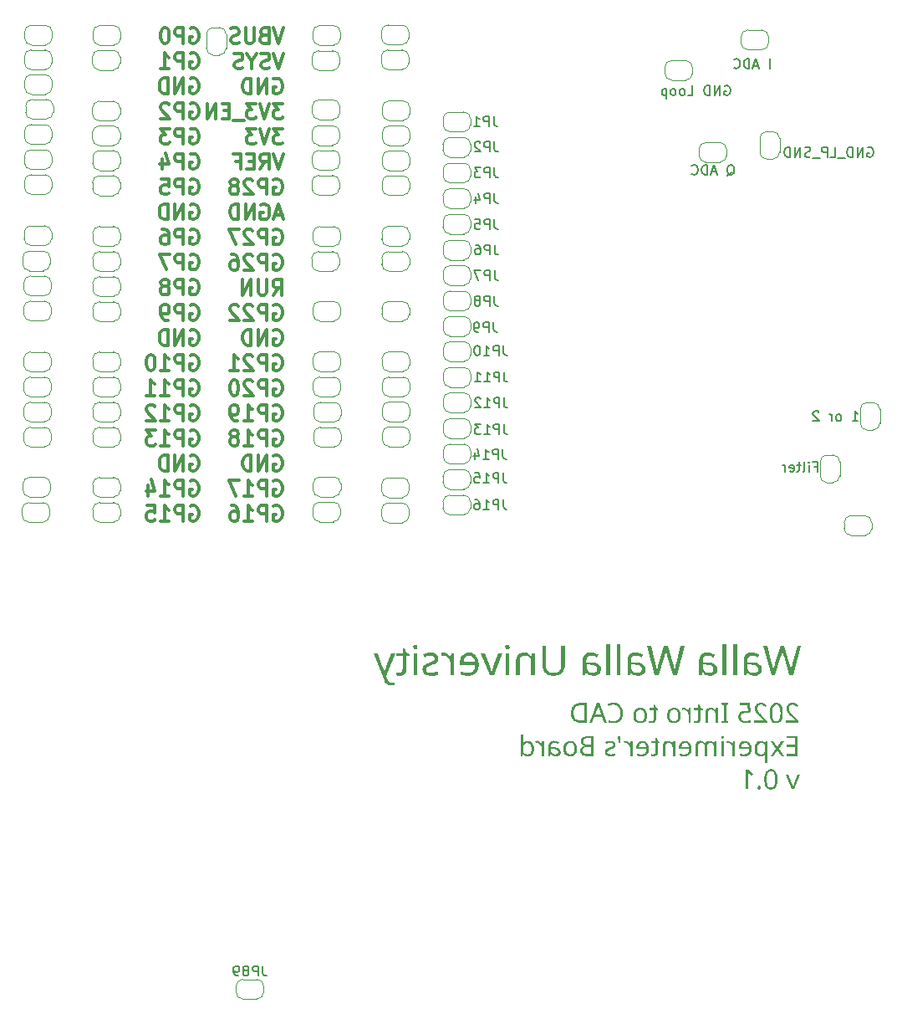
<source format=gbr>
%TF.GenerationSoftware,KiCad,Pcbnew,8.0.4+dfsg-1*%
%TF.CreationDate,2025-02-20T19:36:53-08:00*%
%TF.ProjectId,Audio_in_usd_sound_rp_pico,41756469-6f5f-4696-9e5f-7573645f736f,v0.3.0*%
%TF.SameCoordinates,Original*%
%TF.FileFunction,Legend,Bot*%
%TF.FilePolarity,Positive*%
%FSLAX46Y46*%
G04 Gerber Fmt 4.6, Leading zero omitted, Abs format (unit mm)*
G04 Created by KiCad (PCBNEW 8.0.4+dfsg-1) date 2025-02-20 19:36:53*
%MOMM*%
%LPD*%
G01*
G04 APERTURE LIST*
%ADD10C,0.150000*%
%ADD11C,0.300000*%
%ADD12C,0.200000*%
%ADD13C,0.120000*%
G04 APERTURE END LIST*
D10*
X171979411Y-54142438D02*
X172074649Y-54094819D01*
X172074649Y-54094819D02*
X172217506Y-54094819D01*
X172217506Y-54094819D02*
X172360363Y-54142438D01*
X172360363Y-54142438D02*
X172455601Y-54237676D01*
X172455601Y-54237676D02*
X172503220Y-54332914D01*
X172503220Y-54332914D02*
X172550839Y-54523390D01*
X172550839Y-54523390D02*
X172550839Y-54666247D01*
X172550839Y-54666247D02*
X172503220Y-54856723D01*
X172503220Y-54856723D02*
X172455601Y-54951961D01*
X172455601Y-54951961D02*
X172360363Y-55047200D01*
X172360363Y-55047200D02*
X172217506Y-55094819D01*
X172217506Y-55094819D02*
X172122268Y-55094819D01*
X172122268Y-55094819D02*
X171979411Y-55047200D01*
X171979411Y-55047200D02*
X171931792Y-54999580D01*
X171931792Y-54999580D02*
X171931792Y-54666247D01*
X171931792Y-54666247D02*
X172122268Y-54666247D01*
X171503220Y-55094819D02*
X171503220Y-54094819D01*
X171503220Y-54094819D02*
X170931792Y-55094819D01*
X170931792Y-55094819D02*
X170931792Y-54094819D01*
X170455601Y-55094819D02*
X170455601Y-54094819D01*
X170455601Y-54094819D02*
X170217506Y-54094819D01*
X170217506Y-54094819D02*
X170074649Y-54142438D01*
X170074649Y-54142438D02*
X169979411Y-54237676D01*
X169979411Y-54237676D02*
X169931792Y-54332914D01*
X169931792Y-54332914D02*
X169884173Y-54523390D01*
X169884173Y-54523390D02*
X169884173Y-54666247D01*
X169884173Y-54666247D02*
X169931792Y-54856723D01*
X169931792Y-54856723D02*
X169979411Y-54951961D01*
X169979411Y-54951961D02*
X170074649Y-55047200D01*
X170074649Y-55047200D02*
X170217506Y-55094819D01*
X170217506Y-55094819D02*
X170455601Y-55094819D01*
X168217506Y-55094819D02*
X168693696Y-55094819D01*
X168693696Y-55094819D02*
X168693696Y-54094819D01*
X167741315Y-55094819D02*
X167836553Y-55047200D01*
X167836553Y-55047200D02*
X167884172Y-54999580D01*
X167884172Y-54999580D02*
X167931791Y-54904342D01*
X167931791Y-54904342D02*
X167931791Y-54618628D01*
X167931791Y-54618628D02*
X167884172Y-54523390D01*
X167884172Y-54523390D02*
X167836553Y-54475771D01*
X167836553Y-54475771D02*
X167741315Y-54428152D01*
X167741315Y-54428152D02*
X167598458Y-54428152D01*
X167598458Y-54428152D02*
X167503220Y-54475771D01*
X167503220Y-54475771D02*
X167455601Y-54523390D01*
X167455601Y-54523390D02*
X167407982Y-54618628D01*
X167407982Y-54618628D02*
X167407982Y-54904342D01*
X167407982Y-54904342D02*
X167455601Y-54999580D01*
X167455601Y-54999580D02*
X167503220Y-55047200D01*
X167503220Y-55047200D02*
X167598458Y-55094819D01*
X167598458Y-55094819D02*
X167741315Y-55094819D01*
X166836553Y-55094819D02*
X166931791Y-55047200D01*
X166931791Y-55047200D02*
X166979410Y-54999580D01*
X166979410Y-54999580D02*
X167027029Y-54904342D01*
X167027029Y-54904342D02*
X167027029Y-54618628D01*
X167027029Y-54618628D02*
X166979410Y-54523390D01*
X166979410Y-54523390D02*
X166931791Y-54475771D01*
X166931791Y-54475771D02*
X166836553Y-54428152D01*
X166836553Y-54428152D02*
X166693696Y-54428152D01*
X166693696Y-54428152D02*
X166598458Y-54475771D01*
X166598458Y-54475771D02*
X166550839Y-54523390D01*
X166550839Y-54523390D02*
X166503220Y-54618628D01*
X166503220Y-54618628D02*
X166503220Y-54904342D01*
X166503220Y-54904342D02*
X166550839Y-54999580D01*
X166550839Y-54999580D02*
X166598458Y-55047200D01*
X166598458Y-55047200D02*
X166693696Y-55094819D01*
X166693696Y-55094819D02*
X166836553Y-55094819D01*
X166074648Y-54428152D02*
X166074648Y-55428152D01*
X166074648Y-54475771D02*
X165979410Y-54428152D01*
X165979410Y-54428152D02*
X165788934Y-54428152D01*
X165788934Y-54428152D02*
X165693696Y-54475771D01*
X165693696Y-54475771D02*
X165646077Y-54523390D01*
X165646077Y-54523390D02*
X165598458Y-54618628D01*
X165598458Y-54618628D02*
X165598458Y-54904342D01*
X165598458Y-54904342D02*
X165646077Y-54999580D01*
X165646077Y-54999580D02*
X165693696Y-55047200D01*
X165693696Y-55047200D02*
X165788934Y-55094819D01*
X165788934Y-55094819D02*
X165979410Y-55094819D01*
X165979410Y-55094819D02*
X166074648Y-55047200D01*
X172206554Y-63220057D02*
X172301792Y-63172438D01*
X172301792Y-63172438D02*
X172397030Y-63077200D01*
X172397030Y-63077200D02*
X172539887Y-62934342D01*
X172539887Y-62934342D02*
X172635125Y-62886723D01*
X172635125Y-62886723D02*
X172730363Y-62886723D01*
X172682744Y-63124819D02*
X172777982Y-63077200D01*
X172777982Y-63077200D02*
X172873220Y-62981961D01*
X172873220Y-62981961D02*
X172920839Y-62791485D01*
X172920839Y-62791485D02*
X172920839Y-62458152D01*
X172920839Y-62458152D02*
X172873220Y-62267676D01*
X172873220Y-62267676D02*
X172777982Y-62172438D01*
X172777982Y-62172438D02*
X172682744Y-62124819D01*
X172682744Y-62124819D02*
X172492268Y-62124819D01*
X172492268Y-62124819D02*
X172397030Y-62172438D01*
X172397030Y-62172438D02*
X172301792Y-62267676D01*
X172301792Y-62267676D02*
X172254173Y-62458152D01*
X172254173Y-62458152D02*
X172254173Y-62791485D01*
X172254173Y-62791485D02*
X172301792Y-62981961D01*
X172301792Y-62981961D02*
X172397030Y-63077200D01*
X172397030Y-63077200D02*
X172492268Y-63124819D01*
X172492268Y-63124819D02*
X172682744Y-63124819D01*
X171111315Y-62839104D02*
X170635125Y-62839104D01*
X171206553Y-63124819D02*
X170873220Y-62124819D01*
X170873220Y-62124819D02*
X170539887Y-63124819D01*
X170206553Y-63124819D02*
X170206553Y-62124819D01*
X170206553Y-62124819D02*
X169968458Y-62124819D01*
X169968458Y-62124819D02*
X169825601Y-62172438D01*
X169825601Y-62172438D02*
X169730363Y-62267676D01*
X169730363Y-62267676D02*
X169682744Y-62362914D01*
X169682744Y-62362914D02*
X169635125Y-62553390D01*
X169635125Y-62553390D02*
X169635125Y-62696247D01*
X169635125Y-62696247D02*
X169682744Y-62886723D01*
X169682744Y-62886723D02*
X169730363Y-62981961D01*
X169730363Y-62981961D02*
X169825601Y-63077200D01*
X169825601Y-63077200D02*
X169968458Y-63124819D01*
X169968458Y-63124819D02*
X170206553Y-63124819D01*
X168635125Y-63029580D02*
X168682744Y-63077200D01*
X168682744Y-63077200D02*
X168825601Y-63124819D01*
X168825601Y-63124819D02*
X168920839Y-63124819D01*
X168920839Y-63124819D02*
X169063696Y-63077200D01*
X169063696Y-63077200D02*
X169158934Y-62981961D01*
X169158934Y-62981961D02*
X169206553Y-62886723D01*
X169206553Y-62886723D02*
X169254172Y-62696247D01*
X169254172Y-62696247D02*
X169254172Y-62553390D01*
X169254172Y-62553390D02*
X169206553Y-62362914D01*
X169206553Y-62362914D02*
X169158934Y-62267676D01*
X169158934Y-62267676D02*
X169063696Y-62172438D01*
X169063696Y-62172438D02*
X168920839Y-62124819D01*
X168920839Y-62124819D02*
X168825601Y-62124819D01*
X168825601Y-62124819D02*
X168682744Y-62172438D01*
X168682744Y-62172438D02*
X168635125Y-62220057D01*
G36*
X175898778Y-110783743D02*
G01*
X176696720Y-113785000D01*
X177078471Y-113785000D01*
X177662456Y-111846933D01*
X177702481Y-111704234D01*
X177729867Y-111606598D01*
X177768741Y-111460553D01*
X177784822Y-111393374D01*
X177814131Y-111262948D01*
X177840234Y-111412424D01*
X177858094Y-111493025D01*
X177893387Y-111638325D01*
X177934968Y-111788463D01*
X177956280Y-111859389D01*
X178523412Y-113785000D01*
X178905896Y-113785000D01*
X179699441Y-110783743D01*
X179304501Y-110783743D01*
X178838485Y-112621427D01*
X178802730Y-112765202D01*
X178768880Y-112916772D01*
X178752756Y-112996584D01*
X178724145Y-113151018D01*
X178701144Y-113297598D01*
X178695603Y-113338035D01*
X178673584Y-113188670D01*
X178645854Y-113039676D01*
X178633321Y-112979731D01*
X178599696Y-112835338D01*
X178562567Y-112693417D01*
X178535868Y-112600177D01*
X178006838Y-110783743D01*
X177616294Y-110783743D01*
X177066015Y-112613367D01*
X177024421Y-112758241D01*
X176987567Y-112902703D01*
X176965631Y-112998782D01*
X176934729Y-113147385D01*
X176908089Y-113300517D01*
X176902616Y-113338035D01*
X176879153Y-113185761D01*
X176850863Y-113032890D01*
X176843998Y-112998782D01*
X176810985Y-112847407D01*
X176776861Y-112703168D01*
X176755338Y-112617030D01*
X176293719Y-110783743D01*
X175898778Y-110783743D01*
G37*
G36*
X174826522Y-111490826D02*
G01*
X174984997Y-111510061D01*
X175138939Y-111545781D01*
X175200566Y-111564690D01*
X175348239Y-111619377D01*
X175486985Y-111687198D01*
X175373412Y-111979556D01*
X175356021Y-111970552D01*
X175220481Y-111907032D01*
X175075924Y-111850596D01*
X175035727Y-111837201D01*
X174890890Y-111804383D01*
X174739602Y-111793443D01*
X174672461Y-111796306D01*
X174521002Y-111830538D01*
X174395219Y-111910680D01*
X174321099Y-112024024D01*
X174283208Y-112173543D01*
X174273586Y-112328335D01*
X174273586Y-112471950D01*
X174655338Y-112471950D01*
X174689451Y-112472127D01*
X174851646Y-112478338D01*
X175027862Y-112497504D01*
X175183984Y-112529446D01*
X175340733Y-112582861D01*
X175470132Y-112653667D01*
X175573200Y-112740175D01*
X175668518Y-112872936D01*
X175718115Y-113011284D01*
X175734647Y-113168775D01*
X175729728Y-113271271D01*
X175701392Y-113416809D01*
X175639407Y-113553389D01*
X175533147Y-113671427D01*
X175467620Y-113717655D01*
X175321217Y-113786606D01*
X175171957Y-113821865D01*
X175025366Y-113831894D01*
X174874419Y-113824765D01*
X174716532Y-113796689D01*
X174577669Y-113741769D01*
X174487799Y-113683306D01*
X174371758Y-113581194D01*
X174269190Y-113463332D01*
X174252337Y-113463332D01*
X174180530Y-113785000D01*
X173912351Y-113785000D01*
X173912351Y-112902062D01*
X174277250Y-112902062D01*
X174278912Y-112960238D01*
X174303834Y-113117381D01*
X174366603Y-113261393D01*
X174466294Y-113373206D01*
X174502590Y-113400443D01*
X174635855Y-113471884D01*
X174788010Y-113513558D01*
X174941102Y-113525614D01*
X174952305Y-113525527D01*
X175105233Y-113503449D01*
X175237124Y-113436953D01*
X175244247Y-113431313D01*
X175330736Y-113305217D01*
X175352896Y-113158517D01*
X175347203Y-113081159D01*
X175295808Y-112937059D01*
X175190963Y-112825125D01*
X175064567Y-112762528D01*
X174907740Y-112726014D01*
X174757554Y-112710596D01*
X174609176Y-112706423D01*
X174277250Y-112706423D01*
X174277250Y-112902062D01*
X173912351Y-112902062D01*
X173912351Y-112246270D01*
X173919281Y-112105191D01*
X173950078Y-111940647D01*
X174014175Y-111787723D01*
X174109455Y-111668879D01*
X174134932Y-111646875D01*
X174270333Y-111565422D01*
X174419203Y-111517153D01*
X174571478Y-111493551D01*
X174718353Y-111487163D01*
X174826522Y-111490826D01*
G37*
G36*
X172844766Y-113785000D02*
G01*
X173214794Y-113785000D01*
X173214794Y-110596165D01*
X172844766Y-110596165D01*
X172844766Y-113785000D01*
G37*
G36*
X171763258Y-113785000D02*
G01*
X172133286Y-113785000D01*
X172133286Y-110596165D01*
X171763258Y-110596165D01*
X171763258Y-113785000D01*
G37*
G36*
X170307052Y-111490826D02*
G01*
X170465527Y-111510061D01*
X170619469Y-111545781D01*
X170681096Y-111564690D01*
X170828769Y-111619377D01*
X170967515Y-111687198D01*
X170853942Y-111979556D01*
X170836551Y-111970552D01*
X170701011Y-111907032D01*
X170556454Y-111850596D01*
X170516257Y-111837201D01*
X170371420Y-111804383D01*
X170220132Y-111793443D01*
X170152992Y-111796306D01*
X170001533Y-111830538D01*
X169875750Y-111910680D01*
X169801630Y-112024024D01*
X169763738Y-112173543D01*
X169754117Y-112328335D01*
X169754117Y-112471950D01*
X170135868Y-112471950D01*
X170169982Y-112472127D01*
X170332177Y-112478338D01*
X170508392Y-112497504D01*
X170664515Y-112529446D01*
X170821263Y-112582861D01*
X170950662Y-112653667D01*
X171053730Y-112740175D01*
X171149049Y-112872936D01*
X171198645Y-113011284D01*
X171215177Y-113168775D01*
X171210258Y-113271271D01*
X171181922Y-113416809D01*
X171119937Y-113553389D01*
X171013677Y-113671427D01*
X170948150Y-113717655D01*
X170801748Y-113786606D01*
X170652488Y-113821865D01*
X170505896Y-113831894D01*
X170354949Y-113824765D01*
X170197063Y-113796689D01*
X170058199Y-113741769D01*
X169968329Y-113683306D01*
X169852289Y-113581194D01*
X169749720Y-113463332D01*
X169732868Y-113463332D01*
X169661060Y-113785000D01*
X169392882Y-113785000D01*
X169392882Y-112902062D01*
X169757780Y-112902062D01*
X169759442Y-112960238D01*
X169784365Y-113117381D01*
X169847133Y-113261393D01*
X169946824Y-113373206D01*
X169983120Y-113400443D01*
X170116385Y-113471884D01*
X170268541Y-113513558D01*
X170421632Y-113525614D01*
X170432835Y-113525527D01*
X170585764Y-113503449D01*
X170717655Y-113436953D01*
X170724777Y-113431313D01*
X170811267Y-113305217D01*
X170833426Y-113158517D01*
X170827733Y-113081159D01*
X170776338Y-112937059D01*
X170671493Y-112825125D01*
X170545097Y-112762528D01*
X170388270Y-112726014D01*
X170238084Y-112710596D01*
X170089706Y-112706423D01*
X169757780Y-112706423D01*
X169757780Y-112902062D01*
X169392882Y-112902062D01*
X169392882Y-112246270D01*
X169399811Y-112105191D01*
X169430608Y-111940647D01*
X169494706Y-111787723D01*
X169589986Y-111668879D01*
X169615462Y-111646875D01*
X169750863Y-111565422D01*
X169899733Y-111517153D01*
X170052008Y-111493551D01*
X170198883Y-111487163D01*
X170307052Y-111490826D01*
G37*
G36*
X164110642Y-110783743D02*
G01*
X164908583Y-113785000D01*
X165290334Y-113785000D01*
X165874319Y-111846933D01*
X165914344Y-111704234D01*
X165941730Y-111606598D01*
X165980604Y-111460553D01*
X165996685Y-111393374D01*
X166025994Y-111262948D01*
X166052097Y-111412424D01*
X166069958Y-111493025D01*
X166105250Y-111638325D01*
X166146831Y-111788463D01*
X166168143Y-111859389D01*
X166735275Y-113785000D01*
X167117759Y-113785000D01*
X167911304Y-110783743D01*
X167516364Y-110783743D01*
X167050348Y-112621427D01*
X167014594Y-112765202D01*
X166980743Y-112916772D01*
X166964619Y-112996584D01*
X166936008Y-113151018D01*
X166913008Y-113297598D01*
X166907466Y-113338035D01*
X166885447Y-113188670D01*
X166857717Y-113039676D01*
X166845184Y-112979731D01*
X166811559Y-112835338D01*
X166774430Y-112693417D01*
X166747732Y-112600177D01*
X166218702Y-110783743D01*
X165828157Y-110783743D01*
X165277878Y-112613367D01*
X165236284Y-112758241D01*
X165199430Y-112902703D01*
X165177494Y-112998782D01*
X165146592Y-113147385D01*
X165119952Y-113300517D01*
X165114480Y-113338035D01*
X165091017Y-113185761D01*
X165062726Y-113032890D01*
X165055861Y-112998782D01*
X165022848Y-112847407D01*
X164988724Y-112703168D01*
X164967201Y-112617030D01*
X164505582Y-110783743D01*
X164110642Y-110783743D01*
G37*
G36*
X163038385Y-111490826D02*
G01*
X163196860Y-111510061D01*
X163350802Y-111545781D01*
X163412429Y-111564690D01*
X163560102Y-111619377D01*
X163698848Y-111687198D01*
X163585275Y-111979556D01*
X163567884Y-111970552D01*
X163432344Y-111907032D01*
X163287787Y-111850596D01*
X163247590Y-111837201D01*
X163102753Y-111804383D01*
X162951465Y-111793443D01*
X162884324Y-111796306D01*
X162732866Y-111830538D01*
X162607083Y-111910680D01*
X162532962Y-112024024D01*
X162495071Y-112173543D01*
X162485450Y-112328335D01*
X162485450Y-112471950D01*
X162867201Y-112471950D01*
X162901315Y-112472127D01*
X163063509Y-112478338D01*
X163239725Y-112497504D01*
X163395848Y-112529446D01*
X163552596Y-112582861D01*
X163681995Y-112653667D01*
X163785063Y-112740175D01*
X163880382Y-112872936D01*
X163929978Y-113011284D01*
X163946510Y-113168775D01*
X163941591Y-113271271D01*
X163913255Y-113416809D01*
X163851270Y-113553389D01*
X163745010Y-113671427D01*
X163679483Y-113717655D01*
X163533080Y-113786606D01*
X163383821Y-113821865D01*
X163237229Y-113831894D01*
X163086282Y-113824765D01*
X162928395Y-113796689D01*
X162789532Y-113741769D01*
X162699662Y-113683306D01*
X162583622Y-113581194D01*
X162481053Y-113463332D01*
X162464200Y-113463332D01*
X162392393Y-113785000D01*
X162124214Y-113785000D01*
X162124214Y-112902062D01*
X162489113Y-112902062D01*
X162490775Y-112960238D01*
X162515698Y-113117381D01*
X162578466Y-113261393D01*
X162678157Y-113373206D01*
X162714453Y-113400443D01*
X162847718Y-113471884D01*
X162999874Y-113513558D01*
X163152965Y-113525614D01*
X163164168Y-113525527D01*
X163317096Y-113503449D01*
X163448988Y-113436953D01*
X163456110Y-113431313D01*
X163542599Y-113305217D01*
X163564759Y-113158517D01*
X163559066Y-113081159D01*
X163507671Y-112937059D01*
X163402826Y-112825125D01*
X163276430Y-112762528D01*
X163119603Y-112726014D01*
X162969417Y-112710596D01*
X162821039Y-112706423D01*
X162489113Y-112706423D01*
X162489113Y-112902062D01*
X162124214Y-112902062D01*
X162124214Y-112246270D01*
X162131144Y-112105191D01*
X162161941Y-111940647D01*
X162226039Y-111787723D01*
X162321318Y-111668879D01*
X162346795Y-111646875D01*
X162482196Y-111565422D01*
X162631066Y-111517153D01*
X162783341Y-111493551D01*
X162930216Y-111487163D01*
X163038385Y-111490826D01*
G37*
G36*
X161056629Y-113785000D02*
G01*
X161426657Y-113785000D01*
X161426657Y-110596165D01*
X161056629Y-110596165D01*
X161056629Y-113785000D01*
G37*
G36*
X159975122Y-113785000D02*
G01*
X160345150Y-113785000D01*
X160345150Y-110596165D01*
X159975122Y-110596165D01*
X159975122Y-113785000D01*
G37*
G36*
X158518915Y-111490826D02*
G01*
X158677391Y-111510061D01*
X158831332Y-111545781D01*
X158892960Y-111564690D01*
X159040632Y-111619377D01*
X159179378Y-111687198D01*
X159065806Y-111979556D01*
X159048415Y-111970552D01*
X158912874Y-111907032D01*
X158768318Y-111850596D01*
X158728121Y-111837201D01*
X158583284Y-111804383D01*
X158431995Y-111793443D01*
X158364855Y-111796306D01*
X158213396Y-111830538D01*
X158087613Y-111910680D01*
X158013493Y-112024024D01*
X157975601Y-112173543D01*
X157965980Y-112328335D01*
X157965980Y-112471950D01*
X158347732Y-112471950D01*
X158381845Y-112472127D01*
X158544040Y-112478338D01*
X158720255Y-112497504D01*
X158876378Y-112529446D01*
X159033126Y-112582861D01*
X159162526Y-112653667D01*
X159265594Y-112740175D01*
X159360912Y-112872936D01*
X159410508Y-113011284D01*
X159427041Y-113168775D01*
X159422121Y-113271271D01*
X159393785Y-113416809D01*
X159331800Y-113553389D01*
X159225540Y-113671427D01*
X159160013Y-113717655D01*
X159013611Y-113786606D01*
X158864351Y-113821865D01*
X158717759Y-113831894D01*
X158566812Y-113824765D01*
X158408926Y-113796689D01*
X158270062Y-113741769D01*
X158180192Y-113683306D01*
X158064152Y-113581194D01*
X157961584Y-113463332D01*
X157944731Y-113463332D01*
X157872923Y-113785000D01*
X157604745Y-113785000D01*
X157604745Y-112902062D01*
X157969644Y-112902062D01*
X157971305Y-112960238D01*
X157996228Y-113117381D01*
X158058996Y-113261393D01*
X158158688Y-113373206D01*
X158194983Y-113400443D01*
X158328248Y-113471884D01*
X158480404Y-113513558D01*
X158633496Y-113525614D01*
X158644698Y-113525527D01*
X158797627Y-113503449D01*
X158929518Y-113436953D01*
X158936641Y-113431313D01*
X159023130Y-113305217D01*
X159045289Y-113158517D01*
X159039596Y-113081159D01*
X158988201Y-112937059D01*
X158883356Y-112825125D01*
X158756960Y-112762528D01*
X158600134Y-112726014D01*
X158449947Y-112710596D01*
X158301570Y-112706423D01*
X157969644Y-112706423D01*
X157969644Y-112902062D01*
X157604745Y-112902062D01*
X157604745Y-112246270D01*
X157611674Y-112105191D01*
X157642472Y-111940647D01*
X157706569Y-111787723D01*
X157801849Y-111668879D01*
X157827325Y-111646875D01*
X157962726Y-111565422D01*
X158111596Y-111517153D01*
X158263871Y-111493551D01*
X158410746Y-111487163D01*
X158518915Y-111490826D01*
G37*
G36*
X153486078Y-112729138D02*
G01*
X153493954Y-112881041D01*
X153521646Y-113042846D01*
X153569277Y-113195030D01*
X153612107Y-113291140D01*
X153693135Y-113423753D01*
X153795260Y-113539673D01*
X153918483Y-113638900D01*
X153996057Y-113686814D01*
X154133855Y-113750286D01*
X154289331Y-113795624D01*
X154439873Y-113820418D01*
X154603950Y-113831327D01*
X154653314Y-113831894D01*
X154821302Y-113824452D01*
X154976302Y-113802127D01*
X155118314Y-113764918D01*
X155271586Y-113700621D01*
X155406156Y-113614892D01*
X155504012Y-113527079D01*
X155603119Y-113405621D01*
X155681722Y-113270407D01*
X155739819Y-113121437D01*
X155777411Y-112958711D01*
X155793075Y-112812598D01*
X155795638Y-112720345D01*
X155795638Y-110783743D01*
X155417550Y-110783743D01*
X155417550Y-112748921D01*
X155408224Y-112902564D01*
X155374724Y-113058750D01*
X155316861Y-113194236D01*
X155222644Y-113321915D01*
X155096833Y-113420383D01*
X154958530Y-113480856D01*
X154795315Y-113515866D01*
X154632065Y-113525614D01*
X154464593Y-113515165D01*
X154318649Y-113483819D01*
X154178217Y-113422408D01*
X154053841Y-113320694D01*
X154042219Y-113307260D01*
X153954023Y-113174172D01*
X153894691Y-113021376D01*
X153866183Y-112869014D01*
X153859769Y-112744525D01*
X153859769Y-110783743D01*
X153486078Y-110783743D01*
X153486078Y-112729138D01*
G37*
G36*
X151664515Y-111487163D02*
G01*
X151497633Y-111496524D01*
X151349616Y-111524609D01*
X151203551Y-111579633D01*
X151068678Y-111670765D01*
X151055617Y-111682801D01*
X150956087Y-111811975D01*
X150894961Y-111958910D01*
X150862589Y-112112272D01*
X150850525Y-112262143D01*
X150849720Y-112315879D01*
X150849720Y-113785000D01*
X151215352Y-113785000D01*
X151215352Y-112337861D01*
X151227642Y-112181022D01*
X151274834Y-112027904D01*
X151374626Y-111897648D01*
X151522593Y-111819495D01*
X151687766Y-111793975D01*
X151718736Y-111793443D01*
X151871467Y-111803541D01*
X152018883Y-111839811D01*
X152150130Y-111912145D01*
X152236043Y-112004469D01*
X152304758Y-112137835D01*
X152346958Y-112281003D01*
X152371390Y-112447344D01*
X152378192Y-112611901D01*
X152378192Y-113785000D01*
X152748220Y-113785000D01*
X152748220Y-111534057D01*
X152450000Y-111534057D01*
X152395045Y-111836674D01*
X152374528Y-111836674D01*
X152280796Y-111716908D01*
X152163365Y-111622489D01*
X152071912Y-111573625D01*
X151923946Y-111520937D01*
X151770211Y-111492567D01*
X151664515Y-111487163D01*
G37*
G36*
X149965317Y-110689954D02*
G01*
X149824710Y-110739542D01*
X149816573Y-110746374D01*
X149753653Y-110881108D01*
X149751360Y-110924427D01*
X149788043Y-111067309D01*
X149816573Y-111100282D01*
X149954861Y-111158671D01*
X149965317Y-111158900D01*
X150108583Y-111110758D01*
X150120655Y-111100282D01*
X150181455Y-110966330D01*
X150183670Y-110924427D01*
X150148224Y-110778660D01*
X150120655Y-110746374D01*
X149982370Y-110690450D01*
X149965317Y-110689954D01*
G37*
G36*
X149784333Y-111534057D02*
G01*
X149784333Y-113785000D01*
X150154361Y-113785000D01*
X150154361Y-111534057D01*
X149784333Y-111534057D01*
G37*
G36*
X148576796Y-113785000D02*
G01*
X149429692Y-111534057D01*
X149034752Y-111534057D01*
X148556280Y-112864692D01*
X148505936Y-113008764D01*
X148485205Y-113071322D01*
X148438983Y-113215969D01*
X148417794Y-113288210D01*
X148380585Y-113434589D01*
X148375296Y-113462599D01*
X148358443Y-113462599D01*
X148319572Y-113317950D01*
X148310083Y-113286011D01*
X148265259Y-113144055D01*
X148239009Y-113066926D01*
X148189106Y-112922538D01*
X148169399Y-112864692D01*
X147690928Y-111534057D01*
X147295987Y-111534057D01*
X148152547Y-113785000D01*
X148576796Y-113785000D01*
G37*
G36*
X146160804Y-111490669D02*
G01*
X146316317Y-111514652D01*
X146460238Y-111561354D01*
X146592568Y-111630778D01*
X146660395Y-111678434D01*
X146770042Y-111779361D01*
X146863693Y-111899763D01*
X146941346Y-112039640D01*
X146956341Y-112073297D01*
X147006648Y-112216110D01*
X147041475Y-112372021D01*
X147059252Y-112519187D01*
X147065177Y-112676381D01*
X147065044Y-112699715D01*
X147056659Y-112856724D01*
X147031106Y-113022595D01*
X146988516Y-113173995D01*
X146928890Y-113310924D01*
X146883424Y-113388852D01*
X146788240Y-113513343D01*
X146675901Y-113617549D01*
X146546406Y-113701468D01*
X146435474Y-113752289D01*
X146282440Y-113799288D01*
X146136581Y-113823743D01*
X145981472Y-113831894D01*
X145883508Y-113830246D01*
X145729601Y-113819753D01*
X145582868Y-113797456D01*
X145530113Y-113785764D01*
X145381450Y-113743128D01*
X145242149Y-113690478D01*
X145242149Y-113369542D01*
X145297082Y-113392480D01*
X145437564Y-113443912D01*
X145585066Y-113486046D01*
X145659828Y-113501464D01*
X145810952Y-113520049D01*
X145964619Y-113525614D01*
X146085485Y-113518478D01*
X146230291Y-113486765D01*
X146370863Y-113420761D01*
X146487787Y-113322648D01*
X146578746Y-113193816D01*
X146635853Y-113054677D01*
X146670612Y-112892367D01*
X146682693Y-112731336D01*
X145141032Y-112731336D01*
X145141032Y-112507854D01*
X145142773Y-112432131D01*
X145143502Y-112425055D01*
X145527913Y-112425055D01*
X146674633Y-112425055D01*
X146670486Y-112388379D01*
X146639851Y-112235944D01*
X146582835Y-112090772D01*
X146492184Y-111960505D01*
X146373322Y-111865391D01*
X146228313Y-111809758D01*
X146073796Y-111793443D01*
X145912753Y-111810617D01*
X145769821Y-111869178D01*
X145662735Y-111969298D01*
X145646924Y-111991601D01*
X145577564Y-112128999D01*
X145540355Y-112275544D01*
X145527913Y-112425055D01*
X145143502Y-112425055D01*
X145159413Y-112270628D01*
X145193674Y-112121414D01*
X145252407Y-111970031D01*
X145266707Y-111941678D01*
X145349539Y-111812105D01*
X145451263Y-111702854D01*
X145571877Y-111613925D01*
X145625171Y-111584215D01*
X145769527Y-111527271D01*
X145913030Y-111497190D01*
X146069399Y-111487163D01*
X146160804Y-111490669D01*
G37*
G36*
X143520969Y-111487163D02*
G01*
X143384682Y-111494490D01*
X143256454Y-111515739D01*
X143302616Y-111853527D01*
X143422051Y-111826416D01*
X143545882Y-111815425D01*
X143692623Y-111833658D01*
X143831509Y-111888355D01*
X143869748Y-111910680D01*
X143990182Y-112008614D01*
X144081167Y-112125673D01*
X144110816Y-112177393D01*
X144165736Y-112313475D01*
X144195309Y-112465630D01*
X144200942Y-112575997D01*
X144200942Y-113785000D01*
X144570969Y-113785000D01*
X144570969Y-111534057D01*
X144268353Y-111534057D01*
X144226587Y-111942187D01*
X144209734Y-111942187D01*
X144127229Y-111820712D01*
X144029832Y-111711186D01*
X143928367Y-111621985D01*
X143802539Y-111545226D01*
X143661819Y-111500329D01*
X143520969Y-111487163D01*
G37*
G36*
X141372609Y-113166577D02*
G01*
X141387859Y-113320724D01*
X141441472Y-113470274D01*
X141533687Y-113594553D01*
X141616608Y-113663367D01*
X141748774Y-113737097D01*
X141902006Y-113789762D01*
X142053364Y-113818563D01*
X142220851Y-113831236D01*
X142271667Y-113831894D01*
X142425666Y-113827392D01*
X142576087Y-113812211D01*
X142676866Y-113793792D01*
X142827541Y-113751471D01*
X142969095Y-113691776D01*
X142977285Y-113687547D01*
X142977285Y-113347561D01*
X142839018Y-113407292D01*
X142698871Y-113455672D01*
X142651953Y-113469926D01*
X142507594Y-113503861D01*
X142361381Y-113522133D01*
X142262875Y-113525614D01*
X142102261Y-113516812D01*
X141949762Y-113483015D01*
X141856210Y-113435488D01*
X141757873Y-113321994D01*
X141730181Y-113193688D01*
X141770753Y-113051149D01*
X141776343Y-113042745D01*
X141886802Y-112941629D01*
X141941939Y-112907923D01*
X142076611Y-112841023D01*
X142217037Y-112782170D01*
X142284124Y-112756249D01*
X142426795Y-112698734D01*
X142565453Y-112635794D01*
X142657815Y-112588454D01*
X142787828Y-112502211D01*
X142892082Y-112394249D01*
X142897418Y-112386953D01*
X142960615Y-112252315D01*
X142981352Y-112107157D01*
X142981681Y-112084337D01*
X142963250Y-111933557D01*
X142899537Y-111790360D01*
X142790315Y-111672780D01*
X142748674Y-111642501D01*
X142605834Y-111567411D01*
X142459793Y-111521295D01*
X142295799Y-111494596D01*
X142137578Y-111487163D01*
X141986968Y-111492933D01*
X141832412Y-111512207D01*
X141752896Y-111528196D01*
X141611502Y-111566856D01*
X141467887Y-111620391D01*
X141418771Y-111642501D01*
X141544801Y-111956109D01*
X141681490Y-111897784D01*
X141823652Y-111847831D01*
X141843021Y-111841803D01*
X141990583Y-111807092D01*
X142142009Y-111793632D01*
X142162491Y-111793443D01*
X142317360Y-111803850D01*
X142460273Y-111842299D01*
X142509071Y-111867449D01*
X142611711Y-111979934D01*
X142628506Y-112067484D01*
X142586992Y-112208294D01*
X142574284Y-112225020D01*
X142457434Y-112316871D01*
X142391102Y-112351782D01*
X142252052Y-112413950D01*
X142113686Y-112471103D01*
X142048918Y-112496863D01*
X141909269Y-112552291D01*
X141773909Y-112613943D01*
X141684019Y-112660994D01*
X141557602Y-112747880D01*
X141457539Y-112857950D01*
X141452477Y-112865425D01*
X141392576Y-113000797D01*
X141372687Y-113155325D01*
X141372609Y-113166577D01*
G37*
G36*
X140639148Y-110689954D02*
G01*
X140498542Y-110739542D01*
X140490404Y-110746374D01*
X140427484Y-110881108D01*
X140425191Y-110924427D01*
X140461874Y-111067309D01*
X140490404Y-111100282D01*
X140628692Y-111158671D01*
X140639148Y-111158900D01*
X140782414Y-111110758D01*
X140794487Y-111100282D01*
X140855286Y-110966330D01*
X140857501Y-110924427D01*
X140822056Y-110778660D01*
X140794487Y-110746374D01*
X140656201Y-110690450D01*
X140639148Y-110689954D01*
G37*
G36*
X140458164Y-111534057D02*
G01*
X140458164Y-113785000D01*
X140828192Y-113785000D01*
X140828192Y-111534057D01*
X140458164Y-111534057D01*
G37*
G36*
X138994905Y-113525614D02*
G01*
X138844639Y-113514955D01*
X138822714Y-113511692D01*
X138679832Y-113480184D01*
X138679832Y-113765216D01*
X138821123Y-113808092D01*
X138847627Y-113812843D01*
X138993935Y-113830034D01*
X139057920Y-113831894D01*
X139206744Y-113820394D01*
X139354993Y-113782548D01*
X139383251Y-113771810D01*
X139510463Y-113695314D01*
X139613202Y-113579856D01*
X139625052Y-113561517D01*
X139684828Y-113419519D01*
X139711605Y-113268197D01*
X139717376Y-113140198D01*
X139717376Y-111840338D01*
X140036113Y-111840338D01*
X140036113Y-111653492D01*
X139712979Y-111504016D01*
X139565701Y-111018217D01*
X139347348Y-111018217D01*
X139347348Y-111534057D01*
X138696685Y-111534057D01*
X138696685Y-111840338D01*
X139347348Y-111840338D01*
X139347348Y-113127009D01*
X139331143Y-113274980D01*
X139266709Y-113408954D01*
X139249162Y-113428161D01*
X139120027Y-113506961D01*
X138994905Y-113525614D01*
G37*
G36*
X138583845Y-111534057D02*
G01*
X138188904Y-111534057D01*
X137702372Y-112828056D01*
X137649619Y-112973995D01*
X137601633Y-113114324D01*
X137588799Y-113153387D01*
X137547036Y-113295110D01*
X137514910Y-113439183D01*
X137513328Y-113447944D01*
X137496475Y-113447944D01*
X137455947Y-113298788D01*
X137416608Y-113170240D01*
X137371353Y-113030093D01*
X137324888Y-112889462D01*
X137303035Y-112824392D01*
X136845080Y-111534057D01*
X136446475Y-111534057D01*
X137416608Y-114114727D01*
X137479577Y-114267043D01*
X137551247Y-114403056D01*
X137642276Y-114536583D01*
X137720690Y-114626172D01*
X137836977Y-114718264D01*
X137975637Y-114780217D01*
X138136669Y-114812030D01*
X138235799Y-114816681D01*
X138382476Y-114809909D01*
X138411653Y-114806423D01*
X138542079Y-114783709D01*
X138542079Y-114486221D01*
X138430704Y-114502341D01*
X138294417Y-114510401D01*
X138139322Y-114489504D01*
X138004586Y-114420735D01*
X137981542Y-114401224D01*
X137880638Y-114283093D01*
X137807668Y-114144367D01*
X137794696Y-114111064D01*
X137676727Y-113812843D01*
X138583845Y-111534057D01*
G37*
D11*
X117849774Y-48340748D02*
X117992632Y-48265510D01*
X117992632Y-48265510D02*
X118206917Y-48265510D01*
X118206917Y-48265510D02*
X118421203Y-48340748D01*
X118421203Y-48340748D02*
X118564060Y-48491224D01*
X118564060Y-48491224D02*
X118635489Y-48641700D01*
X118635489Y-48641700D02*
X118706917Y-48942652D01*
X118706917Y-48942652D02*
X118706917Y-49168367D01*
X118706917Y-49168367D02*
X118635489Y-49469319D01*
X118635489Y-49469319D02*
X118564060Y-49619795D01*
X118564060Y-49619795D02*
X118421203Y-49770272D01*
X118421203Y-49770272D02*
X118206917Y-49845510D01*
X118206917Y-49845510D02*
X118064060Y-49845510D01*
X118064060Y-49845510D02*
X117849774Y-49770272D01*
X117849774Y-49770272D02*
X117778346Y-49695033D01*
X117778346Y-49695033D02*
X117778346Y-49168367D01*
X117778346Y-49168367D02*
X118064060Y-49168367D01*
X117135489Y-49845510D02*
X117135489Y-48265510D01*
X117135489Y-48265510D02*
X116564060Y-48265510D01*
X116564060Y-48265510D02*
X116421203Y-48340748D01*
X116421203Y-48340748D02*
X116349774Y-48415986D01*
X116349774Y-48415986D02*
X116278346Y-48566462D01*
X116278346Y-48566462D02*
X116278346Y-48792176D01*
X116278346Y-48792176D02*
X116349774Y-48942652D01*
X116349774Y-48942652D02*
X116421203Y-49017891D01*
X116421203Y-49017891D02*
X116564060Y-49093129D01*
X116564060Y-49093129D02*
X117135489Y-49093129D01*
X115349774Y-48265510D02*
X115206917Y-48265510D01*
X115206917Y-48265510D02*
X115064060Y-48340748D01*
X115064060Y-48340748D02*
X114992632Y-48415986D01*
X114992632Y-48415986D02*
X114921203Y-48566462D01*
X114921203Y-48566462D02*
X114849774Y-48867414D01*
X114849774Y-48867414D02*
X114849774Y-49243605D01*
X114849774Y-49243605D02*
X114921203Y-49544557D01*
X114921203Y-49544557D02*
X114992632Y-49695033D01*
X114992632Y-49695033D02*
X115064060Y-49770272D01*
X115064060Y-49770272D02*
X115206917Y-49845510D01*
X115206917Y-49845510D02*
X115349774Y-49845510D01*
X115349774Y-49845510D02*
X115492632Y-49770272D01*
X115492632Y-49770272D02*
X115564060Y-49695033D01*
X115564060Y-49695033D02*
X115635489Y-49544557D01*
X115635489Y-49544557D02*
X115706917Y-49243605D01*
X115706917Y-49243605D02*
X115706917Y-48867414D01*
X115706917Y-48867414D02*
X115635489Y-48566462D01*
X115635489Y-48566462D02*
X115564060Y-48415986D01*
X115564060Y-48415986D02*
X115492632Y-48340748D01*
X115492632Y-48340748D02*
X115349774Y-48265510D01*
X117849774Y-50884460D02*
X117992632Y-50809222D01*
X117992632Y-50809222D02*
X118206917Y-50809222D01*
X118206917Y-50809222D02*
X118421203Y-50884460D01*
X118421203Y-50884460D02*
X118564060Y-51034936D01*
X118564060Y-51034936D02*
X118635489Y-51185412D01*
X118635489Y-51185412D02*
X118706917Y-51486364D01*
X118706917Y-51486364D02*
X118706917Y-51712079D01*
X118706917Y-51712079D02*
X118635489Y-52013031D01*
X118635489Y-52013031D02*
X118564060Y-52163507D01*
X118564060Y-52163507D02*
X118421203Y-52313984D01*
X118421203Y-52313984D02*
X118206917Y-52389222D01*
X118206917Y-52389222D02*
X118064060Y-52389222D01*
X118064060Y-52389222D02*
X117849774Y-52313984D01*
X117849774Y-52313984D02*
X117778346Y-52238745D01*
X117778346Y-52238745D02*
X117778346Y-51712079D01*
X117778346Y-51712079D02*
X118064060Y-51712079D01*
X117135489Y-52389222D02*
X117135489Y-50809222D01*
X117135489Y-50809222D02*
X116564060Y-50809222D01*
X116564060Y-50809222D02*
X116421203Y-50884460D01*
X116421203Y-50884460D02*
X116349774Y-50959698D01*
X116349774Y-50959698D02*
X116278346Y-51110174D01*
X116278346Y-51110174D02*
X116278346Y-51335888D01*
X116278346Y-51335888D02*
X116349774Y-51486364D01*
X116349774Y-51486364D02*
X116421203Y-51561603D01*
X116421203Y-51561603D02*
X116564060Y-51636841D01*
X116564060Y-51636841D02*
X117135489Y-51636841D01*
X114849774Y-52389222D02*
X115706917Y-52389222D01*
X115278346Y-52389222D02*
X115278346Y-50809222D01*
X115278346Y-50809222D02*
X115421203Y-51034936D01*
X115421203Y-51034936D02*
X115564060Y-51185412D01*
X115564060Y-51185412D02*
X115706917Y-51260650D01*
X117849774Y-53428172D02*
X117992632Y-53352934D01*
X117992632Y-53352934D02*
X118206917Y-53352934D01*
X118206917Y-53352934D02*
X118421203Y-53428172D01*
X118421203Y-53428172D02*
X118564060Y-53578648D01*
X118564060Y-53578648D02*
X118635489Y-53729124D01*
X118635489Y-53729124D02*
X118706917Y-54030076D01*
X118706917Y-54030076D02*
X118706917Y-54255791D01*
X118706917Y-54255791D02*
X118635489Y-54556743D01*
X118635489Y-54556743D02*
X118564060Y-54707219D01*
X118564060Y-54707219D02*
X118421203Y-54857696D01*
X118421203Y-54857696D02*
X118206917Y-54932934D01*
X118206917Y-54932934D02*
X118064060Y-54932934D01*
X118064060Y-54932934D02*
X117849774Y-54857696D01*
X117849774Y-54857696D02*
X117778346Y-54782457D01*
X117778346Y-54782457D02*
X117778346Y-54255791D01*
X117778346Y-54255791D02*
X118064060Y-54255791D01*
X117135489Y-54932934D02*
X117135489Y-53352934D01*
X117135489Y-53352934D02*
X116278346Y-54932934D01*
X116278346Y-54932934D02*
X116278346Y-53352934D01*
X115564060Y-54932934D02*
X115564060Y-53352934D01*
X115564060Y-53352934D02*
X115206917Y-53352934D01*
X115206917Y-53352934D02*
X114992631Y-53428172D01*
X114992631Y-53428172D02*
X114849774Y-53578648D01*
X114849774Y-53578648D02*
X114778345Y-53729124D01*
X114778345Y-53729124D02*
X114706917Y-54030076D01*
X114706917Y-54030076D02*
X114706917Y-54255791D01*
X114706917Y-54255791D02*
X114778345Y-54556743D01*
X114778345Y-54556743D02*
X114849774Y-54707219D01*
X114849774Y-54707219D02*
X114992631Y-54857696D01*
X114992631Y-54857696D02*
X115206917Y-54932934D01*
X115206917Y-54932934D02*
X115564060Y-54932934D01*
X117849774Y-55971884D02*
X117992632Y-55896646D01*
X117992632Y-55896646D02*
X118206917Y-55896646D01*
X118206917Y-55896646D02*
X118421203Y-55971884D01*
X118421203Y-55971884D02*
X118564060Y-56122360D01*
X118564060Y-56122360D02*
X118635489Y-56272836D01*
X118635489Y-56272836D02*
X118706917Y-56573788D01*
X118706917Y-56573788D02*
X118706917Y-56799503D01*
X118706917Y-56799503D02*
X118635489Y-57100455D01*
X118635489Y-57100455D02*
X118564060Y-57250931D01*
X118564060Y-57250931D02*
X118421203Y-57401408D01*
X118421203Y-57401408D02*
X118206917Y-57476646D01*
X118206917Y-57476646D02*
X118064060Y-57476646D01*
X118064060Y-57476646D02*
X117849774Y-57401408D01*
X117849774Y-57401408D02*
X117778346Y-57326169D01*
X117778346Y-57326169D02*
X117778346Y-56799503D01*
X117778346Y-56799503D02*
X118064060Y-56799503D01*
X117135489Y-57476646D02*
X117135489Y-55896646D01*
X117135489Y-55896646D02*
X116564060Y-55896646D01*
X116564060Y-55896646D02*
X116421203Y-55971884D01*
X116421203Y-55971884D02*
X116349774Y-56047122D01*
X116349774Y-56047122D02*
X116278346Y-56197598D01*
X116278346Y-56197598D02*
X116278346Y-56423312D01*
X116278346Y-56423312D02*
X116349774Y-56573788D01*
X116349774Y-56573788D02*
X116421203Y-56649027D01*
X116421203Y-56649027D02*
X116564060Y-56724265D01*
X116564060Y-56724265D02*
X117135489Y-56724265D01*
X115706917Y-56047122D02*
X115635489Y-55971884D01*
X115635489Y-55971884D02*
X115492632Y-55896646D01*
X115492632Y-55896646D02*
X115135489Y-55896646D01*
X115135489Y-55896646D02*
X114992632Y-55971884D01*
X114992632Y-55971884D02*
X114921203Y-56047122D01*
X114921203Y-56047122D02*
X114849774Y-56197598D01*
X114849774Y-56197598D02*
X114849774Y-56348074D01*
X114849774Y-56348074D02*
X114921203Y-56573788D01*
X114921203Y-56573788D02*
X115778346Y-57476646D01*
X115778346Y-57476646D02*
X114849774Y-57476646D01*
X117849774Y-58515596D02*
X117992632Y-58440358D01*
X117992632Y-58440358D02*
X118206917Y-58440358D01*
X118206917Y-58440358D02*
X118421203Y-58515596D01*
X118421203Y-58515596D02*
X118564060Y-58666072D01*
X118564060Y-58666072D02*
X118635489Y-58816548D01*
X118635489Y-58816548D02*
X118706917Y-59117500D01*
X118706917Y-59117500D02*
X118706917Y-59343215D01*
X118706917Y-59343215D02*
X118635489Y-59644167D01*
X118635489Y-59644167D02*
X118564060Y-59794643D01*
X118564060Y-59794643D02*
X118421203Y-59945120D01*
X118421203Y-59945120D02*
X118206917Y-60020358D01*
X118206917Y-60020358D02*
X118064060Y-60020358D01*
X118064060Y-60020358D02*
X117849774Y-59945120D01*
X117849774Y-59945120D02*
X117778346Y-59869881D01*
X117778346Y-59869881D02*
X117778346Y-59343215D01*
X117778346Y-59343215D02*
X118064060Y-59343215D01*
X117135489Y-60020358D02*
X117135489Y-58440358D01*
X117135489Y-58440358D02*
X116564060Y-58440358D01*
X116564060Y-58440358D02*
X116421203Y-58515596D01*
X116421203Y-58515596D02*
X116349774Y-58590834D01*
X116349774Y-58590834D02*
X116278346Y-58741310D01*
X116278346Y-58741310D02*
X116278346Y-58967024D01*
X116278346Y-58967024D02*
X116349774Y-59117500D01*
X116349774Y-59117500D02*
X116421203Y-59192739D01*
X116421203Y-59192739D02*
X116564060Y-59267977D01*
X116564060Y-59267977D02*
X117135489Y-59267977D01*
X115778346Y-58440358D02*
X114849774Y-58440358D01*
X114849774Y-58440358D02*
X115349774Y-59042262D01*
X115349774Y-59042262D02*
X115135489Y-59042262D01*
X115135489Y-59042262D02*
X114992632Y-59117500D01*
X114992632Y-59117500D02*
X114921203Y-59192739D01*
X114921203Y-59192739D02*
X114849774Y-59343215D01*
X114849774Y-59343215D02*
X114849774Y-59719405D01*
X114849774Y-59719405D02*
X114921203Y-59869881D01*
X114921203Y-59869881D02*
X114992632Y-59945120D01*
X114992632Y-59945120D02*
X115135489Y-60020358D01*
X115135489Y-60020358D02*
X115564060Y-60020358D01*
X115564060Y-60020358D02*
X115706917Y-59945120D01*
X115706917Y-59945120D02*
X115778346Y-59869881D01*
X117849774Y-61059308D02*
X117992632Y-60984070D01*
X117992632Y-60984070D02*
X118206917Y-60984070D01*
X118206917Y-60984070D02*
X118421203Y-61059308D01*
X118421203Y-61059308D02*
X118564060Y-61209784D01*
X118564060Y-61209784D02*
X118635489Y-61360260D01*
X118635489Y-61360260D02*
X118706917Y-61661212D01*
X118706917Y-61661212D02*
X118706917Y-61886927D01*
X118706917Y-61886927D02*
X118635489Y-62187879D01*
X118635489Y-62187879D02*
X118564060Y-62338355D01*
X118564060Y-62338355D02*
X118421203Y-62488832D01*
X118421203Y-62488832D02*
X118206917Y-62564070D01*
X118206917Y-62564070D02*
X118064060Y-62564070D01*
X118064060Y-62564070D02*
X117849774Y-62488832D01*
X117849774Y-62488832D02*
X117778346Y-62413593D01*
X117778346Y-62413593D02*
X117778346Y-61886927D01*
X117778346Y-61886927D02*
X118064060Y-61886927D01*
X117135489Y-62564070D02*
X117135489Y-60984070D01*
X117135489Y-60984070D02*
X116564060Y-60984070D01*
X116564060Y-60984070D02*
X116421203Y-61059308D01*
X116421203Y-61059308D02*
X116349774Y-61134546D01*
X116349774Y-61134546D02*
X116278346Y-61285022D01*
X116278346Y-61285022D02*
X116278346Y-61510736D01*
X116278346Y-61510736D02*
X116349774Y-61661212D01*
X116349774Y-61661212D02*
X116421203Y-61736451D01*
X116421203Y-61736451D02*
X116564060Y-61811689D01*
X116564060Y-61811689D02*
X117135489Y-61811689D01*
X114992632Y-61510736D02*
X114992632Y-62564070D01*
X115349774Y-60908832D02*
X115706917Y-62037403D01*
X115706917Y-62037403D02*
X114778346Y-62037403D01*
X117849774Y-63603020D02*
X117992632Y-63527782D01*
X117992632Y-63527782D02*
X118206917Y-63527782D01*
X118206917Y-63527782D02*
X118421203Y-63603020D01*
X118421203Y-63603020D02*
X118564060Y-63753496D01*
X118564060Y-63753496D02*
X118635489Y-63903972D01*
X118635489Y-63903972D02*
X118706917Y-64204924D01*
X118706917Y-64204924D02*
X118706917Y-64430639D01*
X118706917Y-64430639D02*
X118635489Y-64731591D01*
X118635489Y-64731591D02*
X118564060Y-64882067D01*
X118564060Y-64882067D02*
X118421203Y-65032544D01*
X118421203Y-65032544D02*
X118206917Y-65107782D01*
X118206917Y-65107782D02*
X118064060Y-65107782D01*
X118064060Y-65107782D02*
X117849774Y-65032544D01*
X117849774Y-65032544D02*
X117778346Y-64957305D01*
X117778346Y-64957305D02*
X117778346Y-64430639D01*
X117778346Y-64430639D02*
X118064060Y-64430639D01*
X117135489Y-65107782D02*
X117135489Y-63527782D01*
X117135489Y-63527782D02*
X116564060Y-63527782D01*
X116564060Y-63527782D02*
X116421203Y-63603020D01*
X116421203Y-63603020D02*
X116349774Y-63678258D01*
X116349774Y-63678258D02*
X116278346Y-63828734D01*
X116278346Y-63828734D02*
X116278346Y-64054448D01*
X116278346Y-64054448D02*
X116349774Y-64204924D01*
X116349774Y-64204924D02*
X116421203Y-64280163D01*
X116421203Y-64280163D02*
X116564060Y-64355401D01*
X116564060Y-64355401D02*
X117135489Y-64355401D01*
X114921203Y-63527782D02*
X115635489Y-63527782D01*
X115635489Y-63527782D02*
X115706917Y-64280163D01*
X115706917Y-64280163D02*
X115635489Y-64204924D01*
X115635489Y-64204924D02*
X115492632Y-64129686D01*
X115492632Y-64129686D02*
X115135489Y-64129686D01*
X115135489Y-64129686D02*
X114992632Y-64204924D01*
X114992632Y-64204924D02*
X114921203Y-64280163D01*
X114921203Y-64280163D02*
X114849774Y-64430639D01*
X114849774Y-64430639D02*
X114849774Y-64806829D01*
X114849774Y-64806829D02*
X114921203Y-64957305D01*
X114921203Y-64957305D02*
X114992632Y-65032544D01*
X114992632Y-65032544D02*
X115135489Y-65107782D01*
X115135489Y-65107782D02*
X115492632Y-65107782D01*
X115492632Y-65107782D02*
X115635489Y-65032544D01*
X115635489Y-65032544D02*
X115706917Y-64957305D01*
X117849774Y-66146732D02*
X117992632Y-66071494D01*
X117992632Y-66071494D02*
X118206917Y-66071494D01*
X118206917Y-66071494D02*
X118421203Y-66146732D01*
X118421203Y-66146732D02*
X118564060Y-66297208D01*
X118564060Y-66297208D02*
X118635489Y-66447684D01*
X118635489Y-66447684D02*
X118706917Y-66748636D01*
X118706917Y-66748636D02*
X118706917Y-66974351D01*
X118706917Y-66974351D02*
X118635489Y-67275303D01*
X118635489Y-67275303D02*
X118564060Y-67425779D01*
X118564060Y-67425779D02*
X118421203Y-67576256D01*
X118421203Y-67576256D02*
X118206917Y-67651494D01*
X118206917Y-67651494D02*
X118064060Y-67651494D01*
X118064060Y-67651494D02*
X117849774Y-67576256D01*
X117849774Y-67576256D02*
X117778346Y-67501017D01*
X117778346Y-67501017D02*
X117778346Y-66974351D01*
X117778346Y-66974351D02*
X118064060Y-66974351D01*
X117135489Y-67651494D02*
X117135489Y-66071494D01*
X117135489Y-66071494D02*
X116278346Y-67651494D01*
X116278346Y-67651494D02*
X116278346Y-66071494D01*
X115564060Y-67651494D02*
X115564060Y-66071494D01*
X115564060Y-66071494D02*
X115206917Y-66071494D01*
X115206917Y-66071494D02*
X114992631Y-66146732D01*
X114992631Y-66146732D02*
X114849774Y-66297208D01*
X114849774Y-66297208D02*
X114778345Y-66447684D01*
X114778345Y-66447684D02*
X114706917Y-66748636D01*
X114706917Y-66748636D02*
X114706917Y-66974351D01*
X114706917Y-66974351D02*
X114778345Y-67275303D01*
X114778345Y-67275303D02*
X114849774Y-67425779D01*
X114849774Y-67425779D02*
X114992631Y-67576256D01*
X114992631Y-67576256D02*
X115206917Y-67651494D01*
X115206917Y-67651494D02*
X115564060Y-67651494D01*
X117849774Y-68690444D02*
X117992632Y-68615206D01*
X117992632Y-68615206D02*
X118206917Y-68615206D01*
X118206917Y-68615206D02*
X118421203Y-68690444D01*
X118421203Y-68690444D02*
X118564060Y-68840920D01*
X118564060Y-68840920D02*
X118635489Y-68991396D01*
X118635489Y-68991396D02*
X118706917Y-69292348D01*
X118706917Y-69292348D02*
X118706917Y-69518063D01*
X118706917Y-69518063D02*
X118635489Y-69819015D01*
X118635489Y-69819015D02*
X118564060Y-69969491D01*
X118564060Y-69969491D02*
X118421203Y-70119968D01*
X118421203Y-70119968D02*
X118206917Y-70195206D01*
X118206917Y-70195206D02*
X118064060Y-70195206D01*
X118064060Y-70195206D02*
X117849774Y-70119968D01*
X117849774Y-70119968D02*
X117778346Y-70044729D01*
X117778346Y-70044729D02*
X117778346Y-69518063D01*
X117778346Y-69518063D02*
X118064060Y-69518063D01*
X117135489Y-70195206D02*
X117135489Y-68615206D01*
X117135489Y-68615206D02*
X116564060Y-68615206D01*
X116564060Y-68615206D02*
X116421203Y-68690444D01*
X116421203Y-68690444D02*
X116349774Y-68765682D01*
X116349774Y-68765682D02*
X116278346Y-68916158D01*
X116278346Y-68916158D02*
X116278346Y-69141872D01*
X116278346Y-69141872D02*
X116349774Y-69292348D01*
X116349774Y-69292348D02*
X116421203Y-69367587D01*
X116421203Y-69367587D02*
X116564060Y-69442825D01*
X116564060Y-69442825D02*
X117135489Y-69442825D01*
X114992632Y-68615206D02*
X115278346Y-68615206D01*
X115278346Y-68615206D02*
X115421203Y-68690444D01*
X115421203Y-68690444D02*
X115492632Y-68765682D01*
X115492632Y-68765682D02*
X115635489Y-68991396D01*
X115635489Y-68991396D02*
X115706917Y-69292348D01*
X115706917Y-69292348D02*
X115706917Y-69894253D01*
X115706917Y-69894253D02*
X115635489Y-70044729D01*
X115635489Y-70044729D02*
X115564060Y-70119968D01*
X115564060Y-70119968D02*
X115421203Y-70195206D01*
X115421203Y-70195206D02*
X115135489Y-70195206D01*
X115135489Y-70195206D02*
X114992632Y-70119968D01*
X114992632Y-70119968D02*
X114921203Y-70044729D01*
X114921203Y-70044729D02*
X114849774Y-69894253D01*
X114849774Y-69894253D02*
X114849774Y-69518063D01*
X114849774Y-69518063D02*
X114921203Y-69367587D01*
X114921203Y-69367587D02*
X114992632Y-69292348D01*
X114992632Y-69292348D02*
X115135489Y-69217110D01*
X115135489Y-69217110D02*
X115421203Y-69217110D01*
X115421203Y-69217110D02*
X115564060Y-69292348D01*
X115564060Y-69292348D02*
X115635489Y-69367587D01*
X115635489Y-69367587D02*
X115706917Y-69518063D01*
X117849774Y-71234156D02*
X117992632Y-71158918D01*
X117992632Y-71158918D02*
X118206917Y-71158918D01*
X118206917Y-71158918D02*
X118421203Y-71234156D01*
X118421203Y-71234156D02*
X118564060Y-71384632D01*
X118564060Y-71384632D02*
X118635489Y-71535108D01*
X118635489Y-71535108D02*
X118706917Y-71836060D01*
X118706917Y-71836060D02*
X118706917Y-72061775D01*
X118706917Y-72061775D02*
X118635489Y-72362727D01*
X118635489Y-72362727D02*
X118564060Y-72513203D01*
X118564060Y-72513203D02*
X118421203Y-72663680D01*
X118421203Y-72663680D02*
X118206917Y-72738918D01*
X118206917Y-72738918D02*
X118064060Y-72738918D01*
X118064060Y-72738918D02*
X117849774Y-72663680D01*
X117849774Y-72663680D02*
X117778346Y-72588441D01*
X117778346Y-72588441D02*
X117778346Y-72061775D01*
X117778346Y-72061775D02*
X118064060Y-72061775D01*
X117135489Y-72738918D02*
X117135489Y-71158918D01*
X117135489Y-71158918D02*
X116564060Y-71158918D01*
X116564060Y-71158918D02*
X116421203Y-71234156D01*
X116421203Y-71234156D02*
X116349774Y-71309394D01*
X116349774Y-71309394D02*
X116278346Y-71459870D01*
X116278346Y-71459870D02*
X116278346Y-71685584D01*
X116278346Y-71685584D02*
X116349774Y-71836060D01*
X116349774Y-71836060D02*
X116421203Y-71911299D01*
X116421203Y-71911299D02*
X116564060Y-71986537D01*
X116564060Y-71986537D02*
X117135489Y-71986537D01*
X115778346Y-71158918D02*
X114778346Y-71158918D01*
X114778346Y-71158918D02*
X115421203Y-72738918D01*
X117849774Y-73777868D02*
X117992632Y-73702630D01*
X117992632Y-73702630D02*
X118206917Y-73702630D01*
X118206917Y-73702630D02*
X118421203Y-73777868D01*
X118421203Y-73777868D02*
X118564060Y-73928344D01*
X118564060Y-73928344D02*
X118635489Y-74078820D01*
X118635489Y-74078820D02*
X118706917Y-74379772D01*
X118706917Y-74379772D02*
X118706917Y-74605487D01*
X118706917Y-74605487D02*
X118635489Y-74906439D01*
X118635489Y-74906439D02*
X118564060Y-75056915D01*
X118564060Y-75056915D02*
X118421203Y-75207392D01*
X118421203Y-75207392D02*
X118206917Y-75282630D01*
X118206917Y-75282630D02*
X118064060Y-75282630D01*
X118064060Y-75282630D02*
X117849774Y-75207392D01*
X117849774Y-75207392D02*
X117778346Y-75132153D01*
X117778346Y-75132153D02*
X117778346Y-74605487D01*
X117778346Y-74605487D02*
X118064060Y-74605487D01*
X117135489Y-75282630D02*
X117135489Y-73702630D01*
X117135489Y-73702630D02*
X116564060Y-73702630D01*
X116564060Y-73702630D02*
X116421203Y-73777868D01*
X116421203Y-73777868D02*
X116349774Y-73853106D01*
X116349774Y-73853106D02*
X116278346Y-74003582D01*
X116278346Y-74003582D02*
X116278346Y-74229296D01*
X116278346Y-74229296D02*
X116349774Y-74379772D01*
X116349774Y-74379772D02*
X116421203Y-74455011D01*
X116421203Y-74455011D02*
X116564060Y-74530249D01*
X116564060Y-74530249D02*
X117135489Y-74530249D01*
X115421203Y-74379772D02*
X115564060Y-74304534D01*
X115564060Y-74304534D02*
X115635489Y-74229296D01*
X115635489Y-74229296D02*
X115706917Y-74078820D01*
X115706917Y-74078820D02*
X115706917Y-74003582D01*
X115706917Y-74003582D02*
X115635489Y-73853106D01*
X115635489Y-73853106D02*
X115564060Y-73777868D01*
X115564060Y-73777868D02*
X115421203Y-73702630D01*
X115421203Y-73702630D02*
X115135489Y-73702630D01*
X115135489Y-73702630D02*
X114992632Y-73777868D01*
X114992632Y-73777868D02*
X114921203Y-73853106D01*
X114921203Y-73853106D02*
X114849774Y-74003582D01*
X114849774Y-74003582D02*
X114849774Y-74078820D01*
X114849774Y-74078820D02*
X114921203Y-74229296D01*
X114921203Y-74229296D02*
X114992632Y-74304534D01*
X114992632Y-74304534D02*
X115135489Y-74379772D01*
X115135489Y-74379772D02*
X115421203Y-74379772D01*
X115421203Y-74379772D02*
X115564060Y-74455011D01*
X115564060Y-74455011D02*
X115635489Y-74530249D01*
X115635489Y-74530249D02*
X115706917Y-74680725D01*
X115706917Y-74680725D02*
X115706917Y-74981677D01*
X115706917Y-74981677D02*
X115635489Y-75132153D01*
X115635489Y-75132153D02*
X115564060Y-75207392D01*
X115564060Y-75207392D02*
X115421203Y-75282630D01*
X115421203Y-75282630D02*
X115135489Y-75282630D01*
X115135489Y-75282630D02*
X114992632Y-75207392D01*
X114992632Y-75207392D02*
X114921203Y-75132153D01*
X114921203Y-75132153D02*
X114849774Y-74981677D01*
X114849774Y-74981677D02*
X114849774Y-74680725D01*
X114849774Y-74680725D02*
X114921203Y-74530249D01*
X114921203Y-74530249D02*
X114992632Y-74455011D01*
X114992632Y-74455011D02*
X115135489Y-74379772D01*
X117849774Y-76321580D02*
X117992632Y-76246342D01*
X117992632Y-76246342D02*
X118206917Y-76246342D01*
X118206917Y-76246342D02*
X118421203Y-76321580D01*
X118421203Y-76321580D02*
X118564060Y-76472056D01*
X118564060Y-76472056D02*
X118635489Y-76622532D01*
X118635489Y-76622532D02*
X118706917Y-76923484D01*
X118706917Y-76923484D02*
X118706917Y-77149199D01*
X118706917Y-77149199D02*
X118635489Y-77450151D01*
X118635489Y-77450151D02*
X118564060Y-77600627D01*
X118564060Y-77600627D02*
X118421203Y-77751104D01*
X118421203Y-77751104D02*
X118206917Y-77826342D01*
X118206917Y-77826342D02*
X118064060Y-77826342D01*
X118064060Y-77826342D02*
X117849774Y-77751104D01*
X117849774Y-77751104D02*
X117778346Y-77675865D01*
X117778346Y-77675865D02*
X117778346Y-77149199D01*
X117778346Y-77149199D02*
X118064060Y-77149199D01*
X117135489Y-77826342D02*
X117135489Y-76246342D01*
X117135489Y-76246342D02*
X116564060Y-76246342D01*
X116564060Y-76246342D02*
X116421203Y-76321580D01*
X116421203Y-76321580D02*
X116349774Y-76396818D01*
X116349774Y-76396818D02*
X116278346Y-76547294D01*
X116278346Y-76547294D02*
X116278346Y-76773008D01*
X116278346Y-76773008D02*
X116349774Y-76923484D01*
X116349774Y-76923484D02*
X116421203Y-76998723D01*
X116421203Y-76998723D02*
X116564060Y-77073961D01*
X116564060Y-77073961D02*
X117135489Y-77073961D01*
X115564060Y-77826342D02*
X115278346Y-77826342D01*
X115278346Y-77826342D02*
X115135489Y-77751104D01*
X115135489Y-77751104D02*
X115064060Y-77675865D01*
X115064060Y-77675865D02*
X114921203Y-77450151D01*
X114921203Y-77450151D02*
X114849774Y-77149199D01*
X114849774Y-77149199D02*
X114849774Y-76547294D01*
X114849774Y-76547294D02*
X114921203Y-76396818D01*
X114921203Y-76396818D02*
X114992632Y-76321580D01*
X114992632Y-76321580D02*
X115135489Y-76246342D01*
X115135489Y-76246342D02*
X115421203Y-76246342D01*
X115421203Y-76246342D02*
X115564060Y-76321580D01*
X115564060Y-76321580D02*
X115635489Y-76396818D01*
X115635489Y-76396818D02*
X115706917Y-76547294D01*
X115706917Y-76547294D02*
X115706917Y-76923484D01*
X115706917Y-76923484D02*
X115635489Y-77073961D01*
X115635489Y-77073961D02*
X115564060Y-77149199D01*
X115564060Y-77149199D02*
X115421203Y-77224437D01*
X115421203Y-77224437D02*
X115135489Y-77224437D01*
X115135489Y-77224437D02*
X114992632Y-77149199D01*
X114992632Y-77149199D02*
X114921203Y-77073961D01*
X114921203Y-77073961D02*
X114849774Y-76923484D01*
X117849774Y-78865292D02*
X117992632Y-78790054D01*
X117992632Y-78790054D02*
X118206917Y-78790054D01*
X118206917Y-78790054D02*
X118421203Y-78865292D01*
X118421203Y-78865292D02*
X118564060Y-79015768D01*
X118564060Y-79015768D02*
X118635489Y-79166244D01*
X118635489Y-79166244D02*
X118706917Y-79467196D01*
X118706917Y-79467196D02*
X118706917Y-79692911D01*
X118706917Y-79692911D02*
X118635489Y-79993863D01*
X118635489Y-79993863D02*
X118564060Y-80144339D01*
X118564060Y-80144339D02*
X118421203Y-80294816D01*
X118421203Y-80294816D02*
X118206917Y-80370054D01*
X118206917Y-80370054D02*
X118064060Y-80370054D01*
X118064060Y-80370054D02*
X117849774Y-80294816D01*
X117849774Y-80294816D02*
X117778346Y-80219577D01*
X117778346Y-80219577D02*
X117778346Y-79692911D01*
X117778346Y-79692911D02*
X118064060Y-79692911D01*
X117135489Y-80370054D02*
X117135489Y-78790054D01*
X117135489Y-78790054D02*
X116278346Y-80370054D01*
X116278346Y-80370054D02*
X116278346Y-78790054D01*
X115564060Y-80370054D02*
X115564060Y-78790054D01*
X115564060Y-78790054D02*
X115206917Y-78790054D01*
X115206917Y-78790054D02*
X114992631Y-78865292D01*
X114992631Y-78865292D02*
X114849774Y-79015768D01*
X114849774Y-79015768D02*
X114778345Y-79166244D01*
X114778345Y-79166244D02*
X114706917Y-79467196D01*
X114706917Y-79467196D02*
X114706917Y-79692911D01*
X114706917Y-79692911D02*
X114778345Y-79993863D01*
X114778345Y-79993863D02*
X114849774Y-80144339D01*
X114849774Y-80144339D02*
X114992631Y-80294816D01*
X114992631Y-80294816D02*
X115206917Y-80370054D01*
X115206917Y-80370054D02*
X115564060Y-80370054D01*
X117849774Y-81409004D02*
X117992632Y-81333766D01*
X117992632Y-81333766D02*
X118206917Y-81333766D01*
X118206917Y-81333766D02*
X118421203Y-81409004D01*
X118421203Y-81409004D02*
X118564060Y-81559480D01*
X118564060Y-81559480D02*
X118635489Y-81709956D01*
X118635489Y-81709956D02*
X118706917Y-82010908D01*
X118706917Y-82010908D02*
X118706917Y-82236623D01*
X118706917Y-82236623D02*
X118635489Y-82537575D01*
X118635489Y-82537575D02*
X118564060Y-82688051D01*
X118564060Y-82688051D02*
X118421203Y-82838528D01*
X118421203Y-82838528D02*
X118206917Y-82913766D01*
X118206917Y-82913766D02*
X118064060Y-82913766D01*
X118064060Y-82913766D02*
X117849774Y-82838528D01*
X117849774Y-82838528D02*
X117778346Y-82763289D01*
X117778346Y-82763289D02*
X117778346Y-82236623D01*
X117778346Y-82236623D02*
X118064060Y-82236623D01*
X117135489Y-82913766D02*
X117135489Y-81333766D01*
X117135489Y-81333766D02*
X116564060Y-81333766D01*
X116564060Y-81333766D02*
X116421203Y-81409004D01*
X116421203Y-81409004D02*
X116349774Y-81484242D01*
X116349774Y-81484242D02*
X116278346Y-81634718D01*
X116278346Y-81634718D02*
X116278346Y-81860432D01*
X116278346Y-81860432D02*
X116349774Y-82010908D01*
X116349774Y-82010908D02*
X116421203Y-82086147D01*
X116421203Y-82086147D02*
X116564060Y-82161385D01*
X116564060Y-82161385D02*
X117135489Y-82161385D01*
X114849774Y-82913766D02*
X115706917Y-82913766D01*
X115278346Y-82913766D02*
X115278346Y-81333766D01*
X115278346Y-81333766D02*
X115421203Y-81559480D01*
X115421203Y-81559480D02*
X115564060Y-81709956D01*
X115564060Y-81709956D02*
X115706917Y-81785194D01*
X113921203Y-81333766D02*
X113778346Y-81333766D01*
X113778346Y-81333766D02*
X113635489Y-81409004D01*
X113635489Y-81409004D02*
X113564061Y-81484242D01*
X113564061Y-81484242D02*
X113492632Y-81634718D01*
X113492632Y-81634718D02*
X113421203Y-81935670D01*
X113421203Y-81935670D02*
X113421203Y-82311861D01*
X113421203Y-82311861D02*
X113492632Y-82612813D01*
X113492632Y-82612813D02*
X113564061Y-82763289D01*
X113564061Y-82763289D02*
X113635489Y-82838528D01*
X113635489Y-82838528D02*
X113778346Y-82913766D01*
X113778346Y-82913766D02*
X113921203Y-82913766D01*
X113921203Y-82913766D02*
X114064061Y-82838528D01*
X114064061Y-82838528D02*
X114135489Y-82763289D01*
X114135489Y-82763289D02*
X114206918Y-82612813D01*
X114206918Y-82612813D02*
X114278346Y-82311861D01*
X114278346Y-82311861D02*
X114278346Y-81935670D01*
X114278346Y-81935670D02*
X114206918Y-81634718D01*
X114206918Y-81634718D02*
X114135489Y-81484242D01*
X114135489Y-81484242D02*
X114064061Y-81409004D01*
X114064061Y-81409004D02*
X113921203Y-81333766D01*
X117849774Y-83952716D02*
X117992632Y-83877478D01*
X117992632Y-83877478D02*
X118206917Y-83877478D01*
X118206917Y-83877478D02*
X118421203Y-83952716D01*
X118421203Y-83952716D02*
X118564060Y-84103192D01*
X118564060Y-84103192D02*
X118635489Y-84253668D01*
X118635489Y-84253668D02*
X118706917Y-84554620D01*
X118706917Y-84554620D02*
X118706917Y-84780335D01*
X118706917Y-84780335D02*
X118635489Y-85081287D01*
X118635489Y-85081287D02*
X118564060Y-85231763D01*
X118564060Y-85231763D02*
X118421203Y-85382240D01*
X118421203Y-85382240D02*
X118206917Y-85457478D01*
X118206917Y-85457478D02*
X118064060Y-85457478D01*
X118064060Y-85457478D02*
X117849774Y-85382240D01*
X117849774Y-85382240D02*
X117778346Y-85307001D01*
X117778346Y-85307001D02*
X117778346Y-84780335D01*
X117778346Y-84780335D02*
X118064060Y-84780335D01*
X117135489Y-85457478D02*
X117135489Y-83877478D01*
X117135489Y-83877478D02*
X116564060Y-83877478D01*
X116564060Y-83877478D02*
X116421203Y-83952716D01*
X116421203Y-83952716D02*
X116349774Y-84027954D01*
X116349774Y-84027954D02*
X116278346Y-84178430D01*
X116278346Y-84178430D02*
X116278346Y-84404144D01*
X116278346Y-84404144D02*
X116349774Y-84554620D01*
X116349774Y-84554620D02*
X116421203Y-84629859D01*
X116421203Y-84629859D02*
X116564060Y-84705097D01*
X116564060Y-84705097D02*
X117135489Y-84705097D01*
X114849774Y-85457478D02*
X115706917Y-85457478D01*
X115278346Y-85457478D02*
X115278346Y-83877478D01*
X115278346Y-83877478D02*
X115421203Y-84103192D01*
X115421203Y-84103192D02*
X115564060Y-84253668D01*
X115564060Y-84253668D02*
X115706917Y-84328906D01*
X113421203Y-85457478D02*
X114278346Y-85457478D01*
X113849775Y-85457478D02*
X113849775Y-83877478D01*
X113849775Y-83877478D02*
X113992632Y-84103192D01*
X113992632Y-84103192D02*
X114135489Y-84253668D01*
X114135489Y-84253668D02*
X114278346Y-84328906D01*
X117849774Y-86496428D02*
X117992632Y-86421190D01*
X117992632Y-86421190D02*
X118206917Y-86421190D01*
X118206917Y-86421190D02*
X118421203Y-86496428D01*
X118421203Y-86496428D02*
X118564060Y-86646904D01*
X118564060Y-86646904D02*
X118635489Y-86797380D01*
X118635489Y-86797380D02*
X118706917Y-87098332D01*
X118706917Y-87098332D02*
X118706917Y-87324047D01*
X118706917Y-87324047D02*
X118635489Y-87624999D01*
X118635489Y-87624999D02*
X118564060Y-87775475D01*
X118564060Y-87775475D02*
X118421203Y-87925952D01*
X118421203Y-87925952D02*
X118206917Y-88001190D01*
X118206917Y-88001190D02*
X118064060Y-88001190D01*
X118064060Y-88001190D02*
X117849774Y-87925952D01*
X117849774Y-87925952D02*
X117778346Y-87850713D01*
X117778346Y-87850713D02*
X117778346Y-87324047D01*
X117778346Y-87324047D02*
X118064060Y-87324047D01*
X117135489Y-88001190D02*
X117135489Y-86421190D01*
X117135489Y-86421190D02*
X116564060Y-86421190D01*
X116564060Y-86421190D02*
X116421203Y-86496428D01*
X116421203Y-86496428D02*
X116349774Y-86571666D01*
X116349774Y-86571666D02*
X116278346Y-86722142D01*
X116278346Y-86722142D02*
X116278346Y-86947856D01*
X116278346Y-86947856D02*
X116349774Y-87098332D01*
X116349774Y-87098332D02*
X116421203Y-87173571D01*
X116421203Y-87173571D02*
X116564060Y-87248809D01*
X116564060Y-87248809D02*
X117135489Y-87248809D01*
X114849774Y-88001190D02*
X115706917Y-88001190D01*
X115278346Y-88001190D02*
X115278346Y-86421190D01*
X115278346Y-86421190D02*
X115421203Y-86646904D01*
X115421203Y-86646904D02*
X115564060Y-86797380D01*
X115564060Y-86797380D02*
X115706917Y-86872618D01*
X114278346Y-86571666D02*
X114206918Y-86496428D01*
X114206918Y-86496428D02*
X114064061Y-86421190D01*
X114064061Y-86421190D02*
X113706918Y-86421190D01*
X113706918Y-86421190D02*
X113564061Y-86496428D01*
X113564061Y-86496428D02*
X113492632Y-86571666D01*
X113492632Y-86571666D02*
X113421203Y-86722142D01*
X113421203Y-86722142D02*
X113421203Y-86872618D01*
X113421203Y-86872618D02*
X113492632Y-87098332D01*
X113492632Y-87098332D02*
X114349775Y-88001190D01*
X114349775Y-88001190D02*
X113421203Y-88001190D01*
X117849774Y-89040140D02*
X117992632Y-88964902D01*
X117992632Y-88964902D02*
X118206917Y-88964902D01*
X118206917Y-88964902D02*
X118421203Y-89040140D01*
X118421203Y-89040140D02*
X118564060Y-89190616D01*
X118564060Y-89190616D02*
X118635489Y-89341092D01*
X118635489Y-89341092D02*
X118706917Y-89642044D01*
X118706917Y-89642044D02*
X118706917Y-89867759D01*
X118706917Y-89867759D02*
X118635489Y-90168711D01*
X118635489Y-90168711D02*
X118564060Y-90319187D01*
X118564060Y-90319187D02*
X118421203Y-90469664D01*
X118421203Y-90469664D02*
X118206917Y-90544902D01*
X118206917Y-90544902D02*
X118064060Y-90544902D01*
X118064060Y-90544902D02*
X117849774Y-90469664D01*
X117849774Y-90469664D02*
X117778346Y-90394425D01*
X117778346Y-90394425D02*
X117778346Y-89867759D01*
X117778346Y-89867759D02*
X118064060Y-89867759D01*
X117135489Y-90544902D02*
X117135489Y-88964902D01*
X117135489Y-88964902D02*
X116564060Y-88964902D01*
X116564060Y-88964902D02*
X116421203Y-89040140D01*
X116421203Y-89040140D02*
X116349774Y-89115378D01*
X116349774Y-89115378D02*
X116278346Y-89265854D01*
X116278346Y-89265854D02*
X116278346Y-89491568D01*
X116278346Y-89491568D02*
X116349774Y-89642044D01*
X116349774Y-89642044D02*
X116421203Y-89717283D01*
X116421203Y-89717283D02*
X116564060Y-89792521D01*
X116564060Y-89792521D02*
X117135489Y-89792521D01*
X114849774Y-90544902D02*
X115706917Y-90544902D01*
X115278346Y-90544902D02*
X115278346Y-88964902D01*
X115278346Y-88964902D02*
X115421203Y-89190616D01*
X115421203Y-89190616D02*
X115564060Y-89341092D01*
X115564060Y-89341092D02*
X115706917Y-89416330D01*
X114349775Y-88964902D02*
X113421203Y-88964902D01*
X113421203Y-88964902D02*
X113921203Y-89566806D01*
X113921203Y-89566806D02*
X113706918Y-89566806D01*
X113706918Y-89566806D02*
X113564061Y-89642044D01*
X113564061Y-89642044D02*
X113492632Y-89717283D01*
X113492632Y-89717283D02*
X113421203Y-89867759D01*
X113421203Y-89867759D02*
X113421203Y-90243949D01*
X113421203Y-90243949D02*
X113492632Y-90394425D01*
X113492632Y-90394425D02*
X113564061Y-90469664D01*
X113564061Y-90469664D02*
X113706918Y-90544902D01*
X113706918Y-90544902D02*
X114135489Y-90544902D01*
X114135489Y-90544902D02*
X114278346Y-90469664D01*
X114278346Y-90469664D02*
X114349775Y-90394425D01*
X117849774Y-91583852D02*
X117992632Y-91508614D01*
X117992632Y-91508614D02*
X118206917Y-91508614D01*
X118206917Y-91508614D02*
X118421203Y-91583852D01*
X118421203Y-91583852D02*
X118564060Y-91734328D01*
X118564060Y-91734328D02*
X118635489Y-91884804D01*
X118635489Y-91884804D02*
X118706917Y-92185756D01*
X118706917Y-92185756D02*
X118706917Y-92411471D01*
X118706917Y-92411471D02*
X118635489Y-92712423D01*
X118635489Y-92712423D02*
X118564060Y-92862899D01*
X118564060Y-92862899D02*
X118421203Y-93013376D01*
X118421203Y-93013376D02*
X118206917Y-93088614D01*
X118206917Y-93088614D02*
X118064060Y-93088614D01*
X118064060Y-93088614D02*
X117849774Y-93013376D01*
X117849774Y-93013376D02*
X117778346Y-92938137D01*
X117778346Y-92938137D02*
X117778346Y-92411471D01*
X117778346Y-92411471D02*
X118064060Y-92411471D01*
X117135489Y-93088614D02*
X117135489Y-91508614D01*
X117135489Y-91508614D02*
X116278346Y-93088614D01*
X116278346Y-93088614D02*
X116278346Y-91508614D01*
X115564060Y-93088614D02*
X115564060Y-91508614D01*
X115564060Y-91508614D02*
X115206917Y-91508614D01*
X115206917Y-91508614D02*
X114992631Y-91583852D01*
X114992631Y-91583852D02*
X114849774Y-91734328D01*
X114849774Y-91734328D02*
X114778345Y-91884804D01*
X114778345Y-91884804D02*
X114706917Y-92185756D01*
X114706917Y-92185756D02*
X114706917Y-92411471D01*
X114706917Y-92411471D02*
X114778345Y-92712423D01*
X114778345Y-92712423D02*
X114849774Y-92862899D01*
X114849774Y-92862899D02*
X114992631Y-93013376D01*
X114992631Y-93013376D02*
X115206917Y-93088614D01*
X115206917Y-93088614D02*
X115564060Y-93088614D01*
X117849774Y-94127564D02*
X117992632Y-94052326D01*
X117992632Y-94052326D02*
X118206917Y-94052326D01*
X118206917Y-94052326D02*
X118421203Y-94127564D01*
X118421203Y-94127564D02*
X118564060Y-94278040D01*
X118564060Y-94278040D02*
X118635489Y-94428516D01*
X118635489Y-94428516D02*
X118706917Y-94729468D01*
X118706917Y-94729468D02*
X118706917Y-94955183D01*
X118706917Y-94955183D02*
X118635489Y-95256135D01*
X118635489Y-95256135D02*
X118564060Y-95406611D01*
X118564060Y-95406611D02*
X118421203Y-95557088D01*
X118421203Y-95557088D02*
X118206917Y-95632326D01*
X118206917Y-95632326D02*
X118064060Y-95632326D01*
X118064060Y-95632326D02*
X117849774Y-95557088D01*
X117849774Y-95557088D02*
X117778346Y-95481849D01*
X117778346Y-95481849D02*
X117778346Y-94955183D01*
X117778346Y-94955183D02*
X118064060Y-94955183D01*
X117135489Y-95632326D02*
X117135489Y-94052326D01*
X117135489Y-94052326D02*
X116564060Y-94052326D01*
X116564060Y-94052326D02*
X116421203Y-94127564D01*
X116421203Y-94127564D02*
X116349774Y-94202802D01*
X116349774Y-94202802D02*
X116278346Y-94353278D01*
X116278346Y-94353278D02*
X116278346Y-94578992D01*
X116278346Y-94578992D02*
X116349774Y-94729468D01*
X116349774Y-94729468D02*
X116421203Y-94804707D01*
X116421203Y-94804707D02*
X116564060Y-94879945D01*
X116564060Y-94879945D02*
X117135489Y-94879945D01*
X114849774Y-95632326D02*
X115706917Y-95632326D01*
X115278346Y-95632326D02*
X115278346Y-94052326D01*
X115278346Y-94052326D02*
X115421203Y-94278040D01*
X115421203Y-94278040D02*
X115564060Y-94428516D01*
X115564060Y-94428516D02*
X115706917Y-94503754D01*
X113564061Y-94578992D02*
X113564061Y-95632326D01*
X113921203Y-93977088D02*
X114278346Y-95105659D01*
X114278346Y-95105659D02*
X113349775Y-95105659D01*
X117849774Y-96671276D02*
X117992632Y-96596038D01*
X117992632Y-96596038D02*
X118206917Y-96596038D01*
X118206917Y-96596038D02*
X118421203Y-96671276D01*
X118421203Y-96671276D02*
X118564060Y-96821752D01*
X118564060Y-96821752D02*
X118635489Y-96972228D01*
X118635489Y-96972228D02*
X118706917Y-97273180D01*
X118706917Y-97273180D02*
X118706917Y-97498895D01*
X118706917Y-97498895D02*
X118635489Y-97799847D01*
X118635489Y-97799847D02*
X118564060Y-97950323D01*
X118564060Y-97950323D02*
X118421203Y-98100800D01*
X118421203Y-98100800D02*
X118206917Y-98176038D01*
X118206917Y-98176038D02*
X118064060Y-98176038D01*
X118064060Y-98176038D02*
X117849774Y-98100800D01*
X117849774Y-98100800D02*
X117778346Y-98025561D01*
X117778346Y-98025561D02*
X117778346Y-97498895D01*
X117778346Y-97498895D02*
X118064060Y-97498895D01*
X117135489Y-98176038D02*
X117135489Y-96596038D01*
X117135489Y-96596038D02*
X116564060Y-96596038D01*
X116564060Y-96596038D02*
X116421203Y-96671276D01*
X116421203Y-96671276D02*
X116349774Y-96746514D01*
X116349774Y-96746514D02*
X116278346Y-96896990D01*
X116278346Y-96896990D02*
X116278346Y-97122704D01*
X116278346Y-97122704D02*
X116349774Y-97273180D01*
X116349774Y-97273180D02*
X116421203Y-97348419D01*
X116421203Y-97348419D02*
X116564060Y-97423657D01*
X116564060Y-97423657D02*
X117135489Y-97423657D01*
X114849774Y-98176038D02*
X115706917Y-98176038D01*
X115278346Y-98176038D02*
X115278346Y-96596038D01*
X115278346Y-96596038D02*
X115421203Y-96821752D01*
X115421203Y-96821752D02*
X115564060Y-96972228D01*
X115564060Y-96972228D02*
X115706917Y-97047466D01*
X113492632Y-96596038D02*
X114206918Y-96596038D01*
X114206918Y-96596038D02*
X114278346Y-97348419D01*
X114278346Y-97348419D02*
X114206918Y-97273180D01*
X114206918Y-97273180D02*
X114064061Y-97197942D01*
X114064061Y-97197942D02*
X113706918Y-97197942D01*
X113706918Y-97197942D02*
X113564061Y-97273180D01*
X113564061Y-97273180D02*
X113492632Y-97348419D01*
X113492632Y-97348419D02*
X113421203Y-97498895D01*
X113421203Y-97498895D02*
X113421203Y-97875085D01*
X113421203Y-97875085D02*
X113492632Y-98025561D01*
X113492632Y-98025561D02*
X113564061Y-98100800D01*
X113564061Y-98100800D02*
X113706918Y-98176038D01*
X113706918Y-98176038D02*
X114064061Y-98176038D01*
X114064061Y-98176038D02*
X114206918Y-98100800D01*
X114206918Y-98100800D02*
X114278346Y-98025561D01*
D10*
X184909411Y-88044819D02*
X185480839Y-88044819D01*
X185195125Y-88044819D02*
X185195125Y-87044819D01*
X185195125Y-87044819D02*
X185290363Y-87187676D01*
X185290363Y-87187676D02*
X185385601Y-87282914D01*
X185385601Y-87282914D02*
X185480839Y-87330533D01*
X183576077Y-88044819D02*
X183671315Y-87997200D01*
X183671315Y-87997200D02*
X183718934Y-87949580D01*
X183718934Y-87949580D02*
X183766553Y-87854342D01*
X183766553Y-87854342D02*
X183766553Y-87568628D01*
X183766553Y-87568628D02*
X183718934Y-87473390D01*
X183718934Y-87473390D02*
X183671315Y-87425771D01*
X183671315Y-87425771D02*
X183576077Y-87378152D01*
X183576077Y-87378152D02*
X183433220Y-87378152D01*
X183433220Y-87378152D02*
X183337982Y-87425771D01*
X183337982Y-87425771D02*
X183290363Y-87473390D01*
X183290363Y-87473390D02*
X183242744Y-87568628D01*
X183242744Y-87568628D02*
X183242744Y-87854342D01*
X183242744Y-87854342D02*
X183290363Y-87949580D01*
X183290363Y-87949580D02*
X183337982Y-87997200D01*
X183337982Y-87997200D02*
X183433220Y-88044819D01*
X183433220Y-88044819D02*
X183576077Y-88044819D01*
X182814172Y-88044819D02*
X182814172Y-87378152D01*
X182814172Y-87568628D02*
X182766553Y-87473390D01*
X182766553Y-87473390D02*
X182718934Y-87425771D01*
X182718934Y-87425771D02*
X182623696Y-87378152D01*
X182623696Y-87378152D02*
X182528458Y-87378152D01*
X181480838Y-87140057D02*
X181433219Y-87092438D01*
X181433219Y-87092438D02*
X181337981Y-87044819D01*
X181337981Y-87044819D02*
X181099886Y-87044819D01*
X181099886Y-87044819D02*
X181004648Y-87092438D01*
X181004648Y-87092438D02*
X180957029Y-87140057D01*
X180957029Y-87140057D02*
X180909410Y-87235295D01*
X180909410Y-87235295D02*
X180909410Y-87330533D01*
X180909410Y-87330533D02*
X180957029Y-87473390D01*
X180957029Y-87473390D02*
X181528457Y-88044819D01*
X181528457Y-88044819D02*
X180909410Y-88044819D01*
X181039887Y-92651009D02*
X181373220Y-92651009D01*
X181373220Y-93174819D02*
X181373220Y-92174819D01*
X181373220Y-92174819D02*
X180897030Y-92174819D01*
X180516077Y-93174819D02*
X180516077Y-92508152D01*
X180516077Y-92174819D02*
X180563696Y-92222438D01*
X180563696Y-92222438D02*
X180516077Y-92270057D01*
X180516077Y-92270057D02*
X180468458Y-92222438D01*
X180468458Y-92222438D02*
X180516077Y-92174819D01*
X180516077Y-92174819D02*
X180516077Y-92270057D01*
X179897030Y-93174819D02*
X179992268Y-93127200D01*
X179992268Y-93127200D02*
X180039887Y-93031961D01*
X180039887Y-93031961D02*
X180039887Y-92174819D01*
X179658934Y-92508152D02*
X179277982Y-92508152D01*
X179516077Y-92174819D02*
X179516077Y-93031961D01*
X179516077Y-93031961D02*
X179468458Y-93127200D01*
X179468458Y-93127200D02*
X179373220Y-93174819D01*
X179373220Y-93174819D02*
X179277982Y-93174819D01*
X178563696Y-93127200D02*
X178658934Y-93174819D01*
X178658934Y-93174819D02*
X178849410Y-93174819D01*
X178849410Y-93174819D02*
X178944648Y-93127200D01*
X178944648Y-93127200D02*
X178992267Y-93031961D01*
X178992267Y-93031961D02*
X178992267Y-92651009D01*
X178992267Y-92651009D02*
X178944648Y-92555771D01*
X178944648Y-92555771D02*
X178849410Y-92508152D01*
X178849410Y-92508152D02*
X178658934Y-92508152D01*
X178658934Y-92508152D02*
X178563696Y-92555771D01*
X178563696Y-92555771D02*
X178516077Y-92651009D01*
X178516077Y-92651009D02*
X178516077Y-92746247D01*
X178516077Y-92746247D02*
X178992267Y-92841485D01*
X178087505Y-93174819D02*
X178087505Y-92508152D01*
X178087505Y-92698628D02*
X178039886Y-92603390D01*
X178039886Y-92603390D02*
X177992267Y-92555771D01*
X177992267Y-92555771D02*
X177897029Y-92508152D01*
X177897029Y-92508152D02*
X177801791Y-92508152D01*
D11*
X127299774Y-48275510D02*
X126799774Y-49855510D01*
X126799774Y-49855510D02*
X126299774Y-48275510D01*
X125299775Y-49027891D02*
X125085489Y-49103129D01*
X125085489Y-49103129D02*
X125014060Y-49178367D01*
X125014060Y-49178367D02*
X124942632Y-49328843D01*
X124942632Y-49328843D02*
X124942632Y-49554557D01*
X124942632Y-49554557D02*
X125014060Y-49705033D01*
X125014060Y-49705033D02*
X125085489Y-49780272D01*
X125085489Y-49780272D02*
X125228346Y-49855510D01*
X125228346Y-49855510D02*
X125799775Y-49855510D01*
X125799775Y-49855510D02*
X125799775Y-48275510D01*
X125799775Y-48275510D02*
X125299775Y-48275510D01*
X125299775Y-48275510D02*
X125156918Y-48350748D01*
X125156918Y-48350748D02*
X125085489Y-48425986D01*
X125085489Y-48425986D02*
X125014060Y-48576462D01*
X125014060Y-48576462D02*
X125014060Y-48726938D01*
X125014060Y-48726938D02*
X125085489Y-48877414D01*
X125085489Y-48877414D02*
X125156918Y-48952652D01*
X125156918Y-48952652D02*
X125299775Y-49027891D01*
X125299775Y-49027891D02*
X125799775Y-49027891D01*
X124299775Y-48275510D02*
X124299775Y-49554557D01*
X124299775Y-49554557D02*
X124228346Y-49705033D01*
X124228346Y-49705033D02*
X124156918Y-49780272D01*
X124156918Y-49780272D02*
X124014060Y-49855510D01*
X124014060Y-49855510D02*
X123728346Y-49855510D01*
X123728346Y-49855510D02*
X123585489Y-49780272D01*
X123585489Y-49780272D02*
X123514060Y-49705033D01*
X123514060Y-49705033D02*
X123442632Y-49554557D01*
X123442632Y-49554557D02*
X123442632Y-48275510D01*
X122799774Y-49780272D02*
X122585489Y-49855510D01*
X122585489Y-49855510D02*
X122228346Y-49855510D01*
X122228346Y-49855510D02*
X122085489Y-49780272D01*
X122085489Y-49780272D02*
X122014060Y-49705033D01*
X122014060Y-49705033D02*
X121942631Y-49554557D01*
X121942631Y-49554557D02*
X121942631Y-49404081D01*
X121942631Y-49404081D02*
X122014060Y-49253605D01*
X122014060Y-49253605D02*
X122085489Y-49178367D01*
X122085489Y-49178367D02*
X122228346Y-49103129D01*
X122228346Y-49103129D02*
X122514060Y-49027891D01*
X122514060Y-49027891D02*
X122656917Y-48952652D01*
X122656917Y-48952652D02*
X122728346Y-48877414D01*
X122728346Y-48877414D02*
X122799774Y-48726938D01*
X122799774Y-48726938D02*
X122799774Y-48576462D01*
X122799774Y-48576462D02*
X122728346Y-48425986D01*
X122728346Y-48425986D02*
X122656917Y-48350748D01*
X122656917Y-48350748D02*
X122514060Y-48275510D01*
X122514060Y-48275510D02*
X122156917Y-48275510D01*
X122156917Y-48275510D02*
X121942631Y-48350748D01*
X127299774Y-50819222D02*
X126799774Y-52399222D01*
X126799774Y-52399222D02*
X126299774Y-50819222D01*
X125871203Y-52323984D02*
X125656918Y-52399222D01*
X125656918Y-52399222D02*
X125299775Y-52399222D01*
X125299775Y-52399222D02*
X125156918Y-52323984D01*
X125156918Y-52323984D02*
X125085489Y-52248745D01*
X125085489Y-52248745D02*
X125014060Y-52098269D01*
X125014060Y-52098269D02*
X125014060Y-51947793D01*
X125014060Y-51947793D02*
X125085489Y-51797317D01*
X125085489Y-51797317D02*
X125156918Y-51722079D01*
X125156918Y-51722079D02*
X125299775Y-51646841D01*
X125299775Y-51646841D02*
X125585489Y-51571603D01*
X125585489Y-51571603D02*
X125728346Y-51496364D01*
X125728346Y-51496364D02*
X125799775Y-51421126D01*
X125799775Y-51421126D02*
X125871203Y-51270650D01*
X125871203Y-51270650D02*
X125871203Y-51120174D01*
X125871203Y-51120174D02*
X125799775Y-50969698D01*
X125799775Y-50969698D02*
X125728346Y-50894460D01*
X125728346Y-50894460D02*
X125585489Y-50819222D01*
X125585489Y-50819222D02*
X125228346Y-50819222D01*
X125228346Y-50819222D02*
X125014060Y-50894460D01*
X124085489Y-51646841D02*
X124085489Y-52399222D01*
X124585489Y-50819222D02*
X124085489Y-51646841D01*
X124085489Y-51646841D02*
X123585489Y-50819222D01*
X123156918Y-52323984D02*
X122942633Y-52399222D01*
X122942633Y-52399222D02*
X122585490Y-52399222D01*
X122585490Y-52399222D02*
X122442633Y-52323984D01*
X122442633Y-52323984D02*
X122371204Y-52248745D01*
X122371204Y-52248745D02*
X122299775Y-52098269D01*
X122299775Y-52098269D02*
X122299775Y-51947793D01*
X122299775Y-51947793D02*
X122371204Y-51797317D01*
X122371204Y-51797317D02*
X122442633Y-51722079D01*
X122442633Y-51722079D02*
X122585490Y-51646841D01*
X122585490Y-51646841D02*
X122871204Y-51571603D01*
X122871204Y-51571603D02*
X123014061Y-51496364D01*
X123014061Y-51496364D02*
X123085490Y-51421126D01*
X123085490Y-51421126D02*
X123156918Y-51270650D01*
X123156918Y-51270650D02*
X123156918Y-51120174D01*
X123156918Y-51120174D02*
X123085490Y-50969698D01*
X123085490Y-50969698D02*
X123014061Y-50894460D01*
X123014061Y-50894460D02*
X122871204Y-50819222D01*
X122871204Y-50819222D02*
X122514061Y-50819222D01*
X122514061Y-50819222D02*
X122299775Y-50894460D01*
X126299774Y-53438172D02*
X126442632Y-53362934D01*
X126442632Y-53362934D02*
X126656917Y-53362934D01*
X126656917Y-53362934D02*
X126871203Y-53438172D01*
X126871203Y-53438172D02*
X127014060Y-53588648D01*
X127014060Y-53588648D02*
X127085489Y-53739124D01*
X127085489Y-53739124D02*
X127156917Y-54040076D01*
X127156917Y-54040076D02*
X127156917Y-54265791D01*
X127156917Y-54265791D02*
X127085489Y-54566743D01*
X127085489Y-54566743D02*
X127014060Y-54717219D01*
X127014060Y-54717219D02*
X126871203Y-54867696D01*
X126871203Y-54867696D02*
X126656917Y-54942934D01*
X126656917Y-54942934D02*
X126514060Y-54942934D01*
X126514060Y-54942934D02*
X126299774Y-54867696D01*
X126299774Y-54867696D02*
X126228346Y-54792457D01*
X126228346Y-54792457D02*
X126228346Y-54265791D01*
X126228346Y-54265791D02*
X126514060Y-54265791D01*
X125585489Y-54942934D02*
X125585489Y-53362934D01*
X125585489Y-53362934D02*
X124728346Y-54942934D01*
X124728346Y-54942934D02*
X124728346Y-53362934D01*
X124014060Y-54942934D02*
X124014060Y-53362934D01*
X124014060Y-53362934D02*
X123656917Y-53362934D01*
X123656917Y-53362934D02*
X123442631Y-53438172D01*
X123442631Y-53438172D02*
X123299774Y-53588648D01*
X123299774Y-53588648D02*
X123228345Y-53739124D01*
X123228345Y-53739124D02*
X123156917Y-54040076D01*
X123156917Y-54040076D02*
X123156917Y-54265791D01*
X123156917Y-54265791D02*
X123228345Y-54566743D01*
X123228345Y-54566743D02*
X123299774Y-54717219D01*
X123299774Y-54717219D02*
X123442631Y-54867696D01*
X123442631Y-54867696D02*
X123656917Y-54942934D01*
X123656917Y-54942934D02*
X124014060Y-54942934D01*
X127228346Y-55906646D02*
X126299774Y-55906646D01*
X126299774Y-55906646D02*
X126799774Y-56508550D01*
X126799774Y-56508550D02*
X126585489Y-56508550D01*
X126585489Y-56508550D02*
X126442632Y-56583788D01*
X126442632Y-56583788D02*
X126371203Y-56659027D01*
X126371203Y-56659027D02*
X126299774Y-56809503D01*
X126299774Y-56809503D02*
X126299774Y-57185693D01*
X126299774Y-57185693D02*
X126371203Y-57336169D01*
X126371203Y-57336169D02*
X126442632Y-57411408D01*
X126442632Y-57411408D02*
X126585489Y-57486646D01*
X126585489Y-57486646D02*
X127014060Y-57486646D01*
X127014060Y-57486646D02*
X127156917Y-57411408D01*
X127156917Y-57411408D02*
X127228346Y-57336169D01*
X125871203Y-55906646D02*
X125371203Y-57486646D01*
X125371203Y-57486646D02*
X124871203Y-55906646D01*
X124514061Y-55906646D02*
X123585489Y-55906646D01*
X123585489Y-55906646D02*
X124085489Y-56508550D01*
X124085489Y-56508550D02*
X123871204Y-56508550D01*
X123871204Y-56508550D02*
X123728347Y-56583788D01*
X123728347Y-56583788D02*
X123656918Y-56659027D01*
X123656918Y-56659027D02*
X123585489Y-56809503D01*
X123585489Y-56809503D02*
X123585489Y-57185693D01*
X123585489Y-57185693D02*
X123656918Y-57336169D01*
X123656918Y-57336169D02*
X123728347Y-57411408D01*
X123728347Y-57411408D02*
X123871204Y-57486646D01*
X123871204Y-57486646D02*
X124299775Y-57486646D01*
X124299775Y-57486646D02*
X124442632Y-57411408D01*
X124442632Y-57411408D02*
X124514061Y-57336169D01*
X123299776Y-57637122D02*
X122156918Y-57637122D01*
X121799776Y-56659027D02*
X121299776Y-56659027D01*
X121085490Y-57486646D02*
X121799776Y-57486646D01*
X121799776Y-57486646D02*
X121799776Y-55906646D01*
X121799776Y-55906646D02*
X121085490Y-55906646D01*
X120442633Y-57486646D02*
X120442633Y-55906646D01*
X120442633Y-55906646D02*
X119585490Y-57486646D01*
X119585490Y-57486646D02*
X119585490Y-55906646D01*
X127228346Y-58450358D02*
X126299774Y-58450358D01*
X126299774Y-58450358D02*
X126799774Y-59052262D01*
X126799774Y-59052262D02*
X126585489Y-59052262D01*
X126585489Y-59052262D02*
X126442632Y-59127500D01*
X126442632Y-59127500D02*
X126371203Y-59202739D01*
X126371203Y-59202739D02*
X126299774Y-59353215D01*
X126299774Y-59353215D02*
X126299774Y-59729405D01*
X126299774Y-59729405D02*
X126371203Y-59879881D01*
X126371203Y-59879881D02*
X126442632Y-59955120D01*
X126442632Y-59955120D02*
X126585489Y-60030358D01*
X126585489Y-60030358D02*
X127014060Y-60030358D01*
X127014060Y-60030358D02*
X127156917Y-59955120D01*
X127156917Y-59955120D02*
X127228346Y-59879881D01*
X125871203Y-58450358D02*
X125371203Y-60030358D01*
X125371203Y-60030358D02*
X124871203Y-58450358D01*
X124514061Y-58450358D02*
X123585489Y-58450358D01*
X123585489Y-58450358D02*
X124085489Y-59052262D01*
X124085489Y-59052262D02*
X123871204Y-59052262D01*
X123871204Y-59052262D02*
X123728347Y-59127500D01*
X123728347Y-59127500D02*
X123656918Y-59202739D01*
X123656918Y-59202739D02*
X123585489Y-59353215D01*
X123585489Y-59353215D02*
X123585489Y-59729405D01*
X123585489Y-59729405D02*
X123656918Y-59879881D01*
X123656918Y-59879881D02*
X123728347Y-59955120D01*
X123728347Y-59955120D02*
X123871204Y-60030358D01*
X123871204Y-60030358D02*
X124299775Y-60030358D01*
X124299775Y-60030358D02*
X124442632Y-59955120D01*
X124442632Y-59955120D02*
X124514061Y-59879881D01*
X127299774Y-60994070D02*
X126799774Y-62574070D01*
X126799774Y-62574070D02*
X126299774Y-60994070D01*
X124942632Y-62574070D02*
X125442632Y-61821689D01*
X125799775Y-62574070D02*
X125799775Y-60994070D01*
X125799775Y-60994070D02*
X125228346Y-60994070D01*
X125228346Y-60994070D02*
X125085489Y-61069308D01*
X125085489Y-61069308D02*
X125014060Y-61144546D01*
X125014060Y-61144546D02*
X124942632Y-61295022D01*
X124942632Y-61295022D02*
X124942632Y-61520736D01*
X124942632Y-61520736D02*
X125014060Y-61671212D01*
X125014060Y-61671212D02*
X125085489Y-61746451D01*
X125085489Y-61746451D02*
X125228346Y-61821689D01*
X125228346Y-61821689D02*
X125799775Y-61821689D01*
X124299775Y-61746451D02*
X123799775Y-61746451D01*
X123585489Y-62574070D02*
X124299775Y-62574070D01*
X124299775Y-62574070D02*
X124299775Y-60994070D01*
X124299775Y-60994070D02*
X123585489Y-60994070D01*
X122442632Y-61746451D02*
X122942632Y-61746451D01*
X122942632Y-62574070D02*
X122942632Y-60994070D01*
X122942632Y-60994070D02*
X122228346Y-60994070D01*
X126299774Y-63613020D02*
X126442632Y-63537782D01*
X126442632Y-63537782D02*
X126656917Y-63537782D01*
X126656917Y-63537782D02*
X126871203Y-63613020D01*
X126871203Y-63613020D02*
X127014060Y-63763496D01*
X127014060Y-63763496D02*
X127085489Y-63913972D01*
X127085489Y-63913972D02*
X127156917Y-64214924D01*
X127156917Y-64214924D02*
X127156917Y-64440639D01*
X127156917Y-64440639D02*
X127085489Y-64741591D01*
X127085489Y-64741591D02*
X127014060Y-64892067D01*
X127014060Y-64892067D02*
X126871203Y-65042544D01*
X126871203Y-65042544D02*
X126656917Y-65117782D01*
X126656917Y-65117782D02*
X126514060Y-65117782D01*
X126514060Y-65117782D02*
X126299774Y-65042544D01*
X126299774Y-65042544D02*
X126228346Y-64967305D01*
X126228346Y-64967305D02*
X126228346Y-64440639D01*
X126228346Y-64440639D02*
X126514060Y-64440639D01*
X125585489Y-65117782D02*
X125585489Y-63537782D01*
X125585489Y-63537782D02*
X125014060Y-63537782D01*
X125014060Y-63537782D02*
X124871203Y-63613020D01*
X124871203Y-63613020D02*
X124799774Y-63688258D01*
X124799774Y-63688258D02*
X124728346Y-63838734D01*
X124728346Y-63838734D02*
X124728346Y-64064448D01*
X124728346Y-64064448D02*
X124799774Y-64214924D01*
X124799774Y-64214924D02*
X124871203Y-64290163D01*
X124871203Y-64290163D02*
X125014060Y-64365401D01*
X125014060Y-64365401D02*
X125585489Y-64365401D01*
X124156917Y-63688258D02*
X124085489Y-63613020D01*
X124085489Y-63613020D02*
X123942632Y-63537782D01*
X123942632Y-63537782D02*
X123585489Y-63537782D01*
X123585489Y-63537782D02*
X123442632Y-63613020D01*
X123442632Y-63613020D02*
X123371203Y-63688258D01*
X123371203Y-63688258D02*
X123299774Y-63838734D01*
X123299774Y-63838734D02*
X123299774Y-63989210D01*
X123299774Y-63989210D02*
X123371203Y-64214924D01*
X123371203Y-64214924D02*
X124228346Y-65117782D01*
X124228346Y-65117782D02*
X123299774Y-65117782D01*
X122442632Y-64214924D02*
X122585489Y-64139686D01*
X122585489Y-64139686D02*
X122656918Y-64064448D01*
X122656918Y-64064448D02*
X122728346Y-63913972D01*
X122728346Y-63913972D02*
X122728346Y-63838734D01*
X122728346Y-63838734D02*
X122656918Y-63688258D01*
X122656918Y-63688258D02*
X122585489Y-63613020D01*
X122585489Y-63613020D02*
X122442632Y-63537782D01*
X122442632Y-63537782D02*
X122156918Y-63537782D01*
X122156918Y-63537782D02*
X122014061Y-63613020D01*
X122014061Y-63613020D02*
X121942632Y-63688258D01*
X121942632Y-63688258D02*
X121871203Y-63838734D01*
X121871203Y-63838734D02*
X121871203Y-63913972D01*
X121871203Y-63913972D02*
X121942632Y-64064448D01*
X121942632Y-64064448D02*
X122014061Y-64139686D01*
X122014061Y-64139686D02*
X122156918Y-64214924D01*
X122156918Y-64214924D02*
X122442632Y-64214924D01*
X122442632Y-64214924D02*
X122585489Y-64290163D01*
X122585489Y-64290163D02*
X122656918Y-64365401D01*
X122656918Y-64365401D02*
X122728346Y-64515877D01*
X122728346Y-64515877D02*
X122728346Y-64816829D01*
X122728346Y-64816829D02*
X122656918Y-64967305D01*
X122656918Y-64967305D02*
X122585489Y-65042544D01*
X122585489Y-65042544D02*
X122442632Y-65117782D01*
X122442632Y-65117782D02*
X122156918Y-65117782D01*
X122156918Y-65117782D02*
X122014061Y-65042544D01*
X122014061Y-65042544D02*
X121942632Y-64967305D01*
X121942632Y-64967305D02*
X121871203Y-64816829D01*
X121871203Y-64816829D02*
X121871203Y-64515877D01*
X121871203Y-64515877D02*
X121942632Y-64365401D01*
X121942632Y-64365401D02*
X122014061Y-64290163D01*
X122014061Y-64290163D02*
X122156918Y-64214924D01*
X127156917Y-67210065D02*
X126442632Y-67210065D01*
X127299774Y-67661494D02*
X126799774Y-66081494D01*
X126799774Y-66081494D02*
X126299774Y-67661494D01*
X125014060Y-66156732D02*
X125156918Y-66081494D01*
X125156918Y-66081494D02*
X125371203Y-66081494D01*
X125371203Y-66081494D02*
X125585489Y-66156732D01*
X125585489Y-66156732D02*
X125728346Y-66307208D01*
X125728346Y-66307208D02*
X125799775Y-66457684D01*
X125799775Y-66457684D02*
X125871203Y-66758636D01*
X125871203Y-66758636D02*
X125871203Y-66984351D01*
X125871203Y-66984351D02*
X125799775Y-67285303D01*
X125799775Y-67285303D02*
X125728346Y-67435779D01*
X125728346Y-67435779D02*
X125585489Y-67586256D01*
X125585489Y-67586256D02*
X125371203Y-67661494D01*
X125371203Y-67661494D02*
X125228346Y-67661494D01*
X125228346Y-67661494D02*
X125014060Y-67586256D01*
X125014060Y-67586256D02*
X124942632Y-67511017D01*
X124942632Y-67511017D02*
X124942632Y-66984351D01*
X124942632Y-66984351D02*
X125228346Y-66984351D01*
X124299775Y-67661494D02*
X124299775Y-66081494D01*
X124299775Y-66081494D02*
X123442632Y-67661494D01*
X123442632Y-67661494D02*
X123442632Y-66081494D01*
X122728346Y-67661494D02*
X122728346Y-66081494D01*
X122728346Y-66081494D02*
X122371203Y-66081494D01*
X122371203Y-66081494D02*
X122156917Y-66156732D01*
X122156917Y-66156732D02*
X122014060Y-66307208D01*
X122014060Y-66307208D02*
X121942631Y-66457684D01*
X121942631Y-66457684D02*
X121871203Y-66758636D01*
X121871203Y-66758636D02*
X121871203Y-66984351D01*
X121871203Y-66984351D02*
X121942631Y-67285303D01*
X121942631Y-67285303D02*
X122014060Y-67435779D01*
X122014060Y-67435779D02*
X122156917Y-67586256D01*
X122156917Y-67586256D02*
X122371203Y-67661494D01*
X122371203Y-67661494D02*
X122728346Y-67661494D01*
X126299774Y-68700444D02*
X126442632Y-68625206D01*
X126442632Y-68625206D02*
X126656917Y-68625206D01*
X126656917Y-68625206D02*
X126871203Y-68700444D01*
X126871203Y-68700444D02*
X127014060Y-68850920D01*
X127014060Y-68850920D02*
X127085489Y-69001396D01*
X127085489Y-69001396D02*
X127156917Y-69302348D01*
X127156917Y-69302348D02*
X127156917Y-69528063D01*
X127156917Y-69528063D02*
X127085489Y-69829015D01*
X127085489Y-69829015D02*
X127014060Y-69979491D01*
X127014060Y-69979491D02*
X126871203Y-70129968D01*
X126871203Y-70129968D02*
X126656917Y-70205206D01*
X126656917Y-70205206D02*
X126514060Y-70205206D01*
X126514060Y-70205206D02*
X126299774Y-70129968D01*
X126299774Y-70129968D02*
X126228346Y-70054729D01*
X126228346Y-70054729D02*
X126228346Y-69528063D01*
X126228346Y-69528063D02*
X126514060Y-69528063D01*
X125585489Y-70205206D02*
X125585489Y-68625206D01*
X125585489Y-68625206D02*
X125014060Y-68625206D01*
X125014060Y-68625206D02*
X124871203Y-68700444D01*
X124871203Y-68700444D02*
X124799774Y-68775682D01*
X124799774Y-68775682D02*
X124728346Y-68926158D01*
X124728346Y-68926158D02*
X124728346Y-69151872D01*
X124728346Y-69151872D02*
X124799774Y-69302348D01*
X124799774Y-69302348D02*
X124871203Y-69377587D01*
X124871203Y-69377587D02*
X125014060Y-69452825D01*
X125014060Y-69452825D02*
X125585489Y-69452825D01*
X124156917Y-68775682D02*
X124085489Y-68700444D01*
X124085489Y-68700444D02*
X123942632Y-68625206D01*
X123942632Y-68625206D02*
X123585489Y-68625206D01*
X123585489Y-68625206D02*
X123442632Y-68700444D01*
X123442632Y-68700444D02*
X123371203Y-68775682D01*
X123371203Y-68775682D02*
X123299774Y-68926158D01*
X123299774Y-68926158D02*
X123299774Y-69076634D01*
X123299774Y-69076634D02*
X123371203Y-69302348D01*
X123371203Y-69302348D02*
X124228346Y-70205206D01*
X124228346Y-70205206D02*
X123299774Y-70205206D01*
X122799775Y-68625206D02*
X121799775Y-68625206D01*
X121799775Y-68625206D02*
X122442632Y-70205206D01*
X126299774Y-71244156D02*
X126442632Y-71168918D01*
X126442632Y-71168918D02*
X126656917Y-71168918D01*
X126656917Y-71168918D02*
X126871203Y-71244156D01*
X126871203Y-71244156D02*
X127014060Y-71394632D01*
X127014060Y-71394632D02*
X127085489Y-71545108D01*
X127085489Y-71545108D02*
X127156917Y-71846060D01*
X127156917Y-71846060D02*
X127156917Y-72071775D01*
X127156917Y-72071775D02*
X127085489Y-72372727D01*
X127085489Y-72372727D02*
X127014060Y-72523203D01*
X127014060Y-72523203D02*
X126871203Y-72673680D01*
X126871203Y-72673680D02*
X126656917Y-72748918D01*
X126656917Y-72748918D02*
X126514060Y-72748918D01*
X126514060Y-72748918D02*
X126299774Y-72673680D01*
X126299774Y-72673680D02*
X126228346Y-72598441D01*
X126228346Y-72598441D02*
X126228346Y-72071775D01*
X126228346Y-72071775D02*
X126514060Y-72071775D01*
X125585489Y-72748918D02*
X125585489Y-71168918D01*
X125585489Y-71168918D02*
X125014060Y-71168918D01*
X125014060Y-71168918D02*
X124871203Y-71244156D01*
X124871203Y-71244156D02*
X124799774Y-71319394D01*
X124799774Y-71319394D02*
X124728346Y-71469870D01*
X124728346Y-71469870D02*
X124728346Y-71695584D01*
X124728346Y-71695584D02*
X124799774Y-71846060D01*
X124799774Y-71846060D02*
X124871203Y-71921299D01*
X124871203Y-71921299D02*
X125014060Y-71996537D01*
X125014060Y-71996537D02*
X125585489Y-71996537D01*
X124156917Y-71319394D02*
X124085489Y-71244156D01*
X124085489Y-71244156D02*
X123942632Y-71168918D01*
X123942632Y-71168918D02*
X123585489Y-71168918D01*
X123585489Y-71168918D02*
X123442632Y-71244156D01*
X123442632Y-71244156D02*
X123371203Y-71319394D01*
X123371203Y-71319394D02*
X123299774Y-71469870D01*
X123299774Y-71469870D02*
X123299774Y-71620346D01*
X123299774Y-71620346D02*
X123371203Y-71846060D01*
X123371203Y-71846060D02*
X124228346Y-72748918D01*
X124228346Y-72748918D02*
X123299774Y-72748918D01*
X122014061Y-71168918D02*
X122299775Y-71168918D01*
X122299775Y-71168918D02*
X122442632Y-71244156D01*
X122442632Y-71244156D02*
X122514061Y-71319394D01*
X122514061Y-71319394D02*
X122656918Y-71545108D01*
X122656918Y-71545108D02*
X122728346Y-71846060D01*
X122728346Y-71846060D02*
X122728346Y-72447965D01*
X122728346Y-72447965D02*
X122656918Y-72598441D01*
X122656918Y-72598441D02*
X122585489Y-72673680D01*
X122585489Y-72673680D02*
X122442632Y-72748918D01*
X122442632Y-72748918D02*
X122156918Y-72748918D01*
X122156918Y-72748918D02*
X122014061Y-72673680D01*
X122014061Y-72673680D02*
X121942632Y-72598441D01*
X121942632Y-72598441D02*
X121871203Y-72447965D01*
X121871203Y-72447965D02*
X121871203Y-72071775D01*
X121871203Y-72071775D02*
X121942632Y-71921299D01*
X121942632Y-71921299D02*
X122014061Y-71846060D01*
X122014061Y-71846060D02*
X122156918Y-71770822D01*
X122156918Y-71770822D02*
X122442632Y-71770822D01*
X122442632Y-71770822D02*
X122585489Y-71846060D01*
X122585489Y-71846060D02*
X122656918Y-71921299D01*
X122656918Y-71921299D02*
X122728346Y-72071775D01*
X126228346Y-75292630D02*
X126728346Y-74540249D01*
X127085489Y-75292630D02*
X127085489Y-73712630D01*
X127085489Y-73712630D02*
X126514060Y-73712630D01*
X126514060Y-73712630D02*
X126371203Y-73787868D01*
X126371203Y-73787868D02*
X126299774Y-73863106D01*
X126299774Y-73863106D02*
X126228346Y-74013582D01*
X126228346Y-74013582D02*
X126228346Y-74239296D01*
X126228346Y-74239296D02*
X126299774Y-74389772D01*
X126299774Y-74389772D02*
X126371203Y-74465011D01*
X126371203Y-74465011D02*
X126514060Y-74540249D01*
X126514060Y-74540249D02*
X127085489Y-74540249D01*
X125585489Y-73712630D02*
X125585489Y-74991677D01*
X125585489Y-74991677D02*
X125514060Y-75142153D01*
X125514060Y-75142153D02*
X125442632Y-75217392D01*
X125442632Y-75217392D02*
X125299774Y-75292630D01*
X125299774Y-75292630D02*
X125014060Y-75292630D01*
X125014060Y-75292630D02*
X124871203Y-75217392D01*
X124871203Y-75217392D02*
X124799774Y-75142153D01*
X124799774Y-75142153D02*
X124728346Y-74991677D01*
X124728346Y-74991677D02*
X124728346Y-73712630D01*
X124014060Y-75292630D02*
X124014060Y-73712630D01*
X124014060Y-73712630D02*
X123156917Y-75292630D01*
X123156917Y-75292630D02*
X123156917Y-73712630D01*
X126299774Y-76331580D02*
X126442632Y-76256342D01*
X126442632Y-76256342D02*
X126656917Y-76256342D01*
X126656917Y-76256342D02*
X126871203Y-76331580D01*
X126871203Y-76331580D02*
X127014060Y-76482056D01*
X127014060Y-76482056D02*
X127085489Y-76632532D01*
X127085489Y-76632532D02*
X127156917Y-76933484D01*
X127156917Y-76933484D02*
X127156917Y-77159199D01*
X127156917Y-77159199D02*
X127085489Y-77460151D01*
X127085489Y-77460151D02*
X127014060Y-77610627D01*
X127014060Y-77610627D02*
X126871203Y-77761104D01*
X126871203Y-77761104D02*
X126656917Y-77836342D01*
X126656917Y-77836342D02*
X126514060Y-77836342D01*
X126514060Y-77836342D02*
X126299774Y-77761104D01*
X126299774Y-77761104D02*
X126228346Y-77685865D01*
X126228346Y-77685865D02*
X126228346Y-77159199D01*
X126228346Y-77159199D02*
X126514060Y-77159199D01*
X125585489Y-77836342D02*
X125585489Y-76256342D01*
X125585489Y-76256342D02*
X125014060Y-76256342D01*
X125014060Y-76256342D02*
X124871203Y-76331580D01*
X124871203Y-76331580D02*
X124799774Y-76406818D01*
X124799774Y-76406818D02*
X124728346Y-76557294D01*
X124728346Y-76557294D02*
X124728346Y-76783008D01*
X124728346Y-76783008D02*
X124799774Y-76933484D01*
X124799774Y-76933484D02*
X124871203Y-77008723D01*
X124871203Y-77008723D02*
X125014060Y-77083961D01*
X125014060Y-77083961D02*
X125585489Y-77083961D01*
X124156917Y-76406818D02*
X124085489Y-76331580D01*
X124085489Y-76331580D02*
X123942632Y-76256342D01*
X123942632Y-76256342D02*
X123585489Y-76256342D01*
X123585489Y-76256342D02*
X123442632Y-76331580D01*
X123442632Y-76331580D02*
X123371203Y-76406818D01*
X123371203Y-76406818D02*
X123299774Y-76557294D01*
X123299774Y-76557294D02*
X123299774Y-76707770D01*
X123299774Y-76707770D02*
X123371203Y-76933484D01*
X123371203Y-76933484D02*
X124228346Y-77836342D01*
X124228346Y-77836342D02*
X123299774Y-77836342D01*
X122728346Y-76406818D02*
X122656918Y-76331580D01*
X122656918Y-76331580D02*
X122514061Y-76256342D01*
X122514061Y-76256342D02*
X122156918Y-76256342D01*
X122156918Y-76256342D02*
X122014061Y-76331580D01*
X122014061Y-76331580D02*
X121942632Y-76406818D01*
X121942632Y-76406818D02*
X121871203Y-76557294D01*
X121871203Y-76557294D02*
X121871203Y-76707770D01*
X121871203Y-76707770D02*
X121942632Y-76933484D01*
X121942632Y-76933484D02*
X122799775Y-77836342D01*
X122799775Y-77836342D02*
X121871203Y-77836342D01*
X126299774Y-78875292D02*
X126442632Y-78800054D01*
X126442632Y-78800054D02*
X126656917Y-78800054D01*
X126656917Y-78800054D02*
X126871203Y-78875292D01*
X126871203Y-78875292D02*
X127014060Y-79025768D01*
X127014060Y-79025768D02*
X127085489Y-79176244D01*
X127085489Y-79176244D02*
X127156917Y-79477196D01*
X127156917Y-79477196D02*
X127156917Y-79702911D01*
X127156917Y-79702911D02*
X127085489Y-80003863D01*
X127085489Y-80003863D02*
X127014060Y-80154339D01*
X127014060Y-80154339D02*
X126871203Y-80304816D01*
X126871203Y-80304816D02*
X126656917Y-80380054D01*
X126656917Y-80380054D02*
X126514060Y-80380054D01*
X126514060Y-80380054D02*
X126299774Y-80304816D01*
X126299774Y-80304816D02*
X126228346Y-80229577D01*
X126228346Y-80229577D02*
X126228346Y-79702911D01*
X126228346Y-79702911D02*
X126514060Y-79702911D01*
X125585489Y-80380054D02*
X125585489Y-78800054D01*
X125585489Y-78800054D02*
X124728346Y-80380054D01*
X124728346Y-80380054D02*
X124728346Y-78800054D01*
X124014060Y-80380054D02*
X124014060Y-78800054D01*
X124014060Y-78800054D02*
X123656917Y-78800054D01*
X123656917Y-78800054D02*
X123442631Y-78875292D01*
X123442631Y-78875292D02*
X123299774Y-79025768D01*
X123299774Y-79025768D02*
X123228345Y-79176244D01*
X123228345Y-79176244D02*
X123156917Y-79477196D01*
X123156917Y-79477196D02*
X123156917Y-79702911D01*
X123156917Y-79702911D02*
X123228345Y-80003863D01*
X123228345Y-80003863D02*
X123299774Y-80154339D01*
X123299774Y-80154339D02*
X123442631Y-80304816D01*
X123442631Y-80304816D02*
X123656917Y-80380054D01*
X123656917Y-80380054D02*
X124014060Y-80380054D01*
X126299774Y-81419004D02*
X126442632Y-81343766D01*
X126442632Y-81343766D02*
X126656917Y-81343766D01*
X126656917Y-81343766D02*
X126871203Y-81419004D01*
X126871203Y-81419004D02*
X127014060Y-81569480D01*
X127014060Y-81569480D02*
X127085489Y-81719956D01*
X127085489Y-81719956D02*
X127156917Y-82020908D01*
X127156917Y-82020908D02*
X127156917Y-82246623D01*
X127156917Y-82246623D02*
X127085489Y-82547575D01*
X127085489Y-82547575D02*
X127014060Y-82698051D01*
X127014060Y-82698051D02*
X126871203Y-82848528D01*
X126871203Y-82848528D02*
X126656917Y-82923766D01*
X126656917Y-82923766D02*
X126514060Y-82923766D01*
X126514060Y-82923766D02*
X126299774Y-82848528D01*
X126299774Y-82848528D02*
X126228346Y-82773289D01*
X126228346Y-82773289D02*
X126228346Y-82246623D01*
X126228346Y-82246623D02*
X126514060Y-82246623D01*
X125585489Y-82923766D02*
X125585489Y-81343766D01*
X125585489Y-81343766D02*
X125014060Y-81343766D01*
X125014060Y-81343766D02*
X124871203Y-81419004D01*
X124871203Y-81419004D02*
X124799774Y-81494242D01*
X124799774Y-81494242D02*
X124728346Y-81644718D01*
X124728346Y-81644718D02*
X124728346Y-81870432D01*
X124728346Y-81870432D02*
X124799774Y-82020908D01*
X124799774Y-82020908D02*
X124871203Y-82096147D01*
X124871203Y-82096147D02*
X125014060Y-82171385D01*
X125014060Y-82171385D02*
X125585489Y-82171385D01*
X124156917Y-81494242D02*
X124085489Y-81419004D01*
X124085489Y-81419004D02*
X123942632Y-81343766D01*
X123942632Y-81343766D02*
X123585489Y-81343766D01*
X123585489Y-81343766D02*
X123442632Y-81419004D01*
X123442632Y-81419004D02*
X123371203Y-81494242D01*
X123371203Y-81494242D02*
X123299774Y-81644718D01*
X123299774Y-81644718D02*
X123299774Y-81795194D01*
X123299774Y-81795194D02*
X123371203Y-82020908D01*
X123371203Y-82020908D02*
X124228346Y-82923766D01*
X124228346Y-82923766D02*
X123299774Y-82923766D01*
X121871203Y-82923766D02*
X122728346Y-82923766D01*
X122299775Y-82923766D02*
X122299775Y-81343766D01*
X122299775Y-81343766D02*
X122442632Y-81569480D01*
X122442632Y-81569480D02*
X122585489Y-81719956D01*
X122585489Y-81719956D02*
X122728346Y-81795194D01*
X126299774Y-83962716D02*
X126442632Y-83887478D01*
X126442632Y-83887478D02*
X126656917Y-83887478D01*
X126656917Y-83887478D02*
X126871203Y-83962716D01*
X126871203Y-83962716D02*
X127014060Y-84113192D01*
X127014060Y-84113192D02*
X127085489Y-84263668D01*
X127085489Y-84263668D02*
X127156917Y-84564620D01*
X127156917Y-84564620D02*
X127156917Y-84790335D01*
X127156917Y-84790335D02*
X127085489Y-85091287D01*
X127085489Y-85091287D02*
X127014060Y-85241763D01*
X127014060Y-85241763D02*
X126871203Y-85392240D01*
X126871203Y-85392240D02*
X126656917Y-85467478D01*
X126656917Y-85467478D02*
X126514060Y-85467478D01*
X126514060Y-85467478D02*
X126299774Y-85392240D01*
X126299774Y-85392240D02*
X126228346Y-85317001D01*
X126228346Y-85317001D02*
X126228346Y-84790335D01*
X126228346Y-84790335D02*
X126514060Y-84790335D01*
X125585489Y-85467478D02*
X125585489Y-83887478D01*
X125585489Y-83887478D02*
X125014060Y-83887478D01*
X125014060Y-83887478D02*
X124871203Y-83962716D01*
X124871203Y-83962716D02*
X124799774Y-84037954D01*
X124799774Y-84037954D02*
X124728346Y-84188430D01*
X124728346Y-84188430D02*
X124728346Y-84414144D01*
X124728346Y-84414144D02*
X124799774Y-84564620D01*
X124799774Y-84564620D02*
X124871203Y-84639859D01*
X124871203Y-84639859D02*
X125014060Y-84715097D01*
X125014060Y-84715097D02*
X125585489Y-84715097D01*
X124156917Y-84037954D02*
X124085489Y-83962716D01*
X124085489Y-83962716D02*
X123942632Y-83887478D01*
X123942632Y-83887478D02*
X123585489Y-83887478D01*
X123585489Y-83887478D02*
X123442632Y-83962716D01*
X123442632Y-83962716D02*
X123371203Y-84037954D01*
X123371203Y-84037954D02*
X123299774Y-84188430D01*
X123299774Y-84188430D02*
X123299774Y-84338906D01*
X123299774Y-84338906D02*
X123371203Y-84564620D01*
X123371203Y-84564620D02*
X124228346Y-85467478D01*
X124228346Y-85467478D02*
X123299774Y-85467478D01*
X122371203Y-83887478D02*
X122228346Y-83887478D01*
X122228346Y-83887478D02*
X122085489Y-83962716D01*
X122085489Y-83962716D02*
X122014061Y-84037954D01*
X122014061Y-84037954D02*
X121942632Y-84188430D01*
X121942632Y-84188430D02*
X121871203Y-84489382D01*
X121871203Y-84489382D02*
X121871203Y-84865573D01*
X121871203Y-84865573D02*
X121942632Y-85166525D01*
X121942632Y-85166525D02*
X122014061Y-85317001D01*
X122014061Y-85317001D02*
X122085489Y-85392240D01*
X122085489Y-85392240D02*
X122228346Y-85467478D01*
X122228346Y-85467478D02*
X122371203Y-85467478D01*
X122371203Y-85467478D02*
X122514061Y-85392240D01*
X122514061Y-85392240D02*
X122585489Y-85317001D01*
X122585489Y-85317001D02*
X122656918Y-85166525D01*
X122656918Y-85166525D02*
X122728346Y-84865573D01*
X122728346Y-84865573D02*
X122728346Y-84489382D01*
X122728346Y-84489382D02*
X122656918Y-84188430D01*
X122656918Y-84188430D02*
X122585489Y-84037954D01*
X122585489Y-84037954D02*
X122514061Y-83962716D01*
X122514061Y-83962716D02*
X122371203Y-83887478D01*
X126299774Y-86506428D02*
X126442632Y-86431190D01*
X126442632Y-86431190D02*
X126656917Y-86431190D01*
X126656917Y-86431190D02*
X126871203Y-86506428D01*
X126871203Y-86506428D02*
X127014060Y-86656904D01*
X127014060Y-86656904D02*
X127085489Y-86807380D01*
X127085489Y-86807380D02*
X127156917Y-87108332D01*
X127156917Y-87108332D02*
X127156917Y-87334047D01*
X127156917Y-87334047D02*
X127085489Y-87634999D01*
X127085489Y-87634999D02*
X127014060Y-87785475D01*
X127014060Y-87785475D02*
X126871203Y-87935952D01*
X126871203Y-87935952D02*
X126656917Y-88011190D01*
X126656917Y-88011190D02*
X126514060Y-88011190D01*
X126514060Y-88011190D02*
X126299774Y-87935952D01*
X126299774Y-87935952D02*
X126228346Y-87860713D01*
X126228346Y-87860713D02*
X126228346Y-87334047D01*
X126228346Y-87334047D02*
X126514060Y-87334047D01*
X125585489Y-88011190D02*
X125585489Y-86431190D01*
X125585489Y-86431190D02*
X125014060Y-86431190D01*
X125014060Y-86431190D02*
X124871203Y-86506428D01*
X124871203Y-86506428D02*
X124799774Y-86581666D01*
X124799774Y-86581666D02*
X124728346Y-86732142D01*
X124728346Y-86732142D02*
X124728346Y-86957856D01*
X124728346Y-86957856D02*
X124799774Y-87108332D01*
X124799774Y-87108332D02*
X124871203Y-87183571D01*
X124871203Y-87183571D02*
X125014060Y-87258809D01*
X125014060Y-87258809D02*
X125585489Y-87258809D01*
X123299774Y-88011190D02*
X124156917Y-88011190D01*
X123728346Y-88011190D02*
X123728346Y-86431190D01*
X123728346Y-86431190D02*
X123871203Y-86656904D01*
X123871203Y-86656904D02*
X124014060Y-86807380D01*
X124014060Y-86807380D02*
X124156917Y-86882618D01*
X122585489Y-88011190D02*
X122299775Y-88011190D01*
X122299775Y-88011190D02*
X122156918Y-87935952D01*
X122156918Y-87935952D02*
X122085489Y-87860713D01*
X122085489Y-87860713D02*
X121942632Y-87634999D01*
X121942632Y-87634999D02*
X121871203Y-87334047D01*
X121871203Y-87334047D02*
X121871203Y-86732142D01*
X121871203Y-86732142D02*
X121942632Y-86581666D01*
X121942632Y-86581666D02*
X122014061Y-86506428D01*
X122014061Y-86506428D02*
X122156918Y-86431190D01*
X122156918Y-86431190D02*
X122442632Y-86431190D01*
X122442632Y-86431190D02*
X122585489Y-86506428D01*
X122585489Y-86506428D02*
X122656918Y-86581666D01*
X122656918Y-86581666D02*
X122728346Y-86732142D01*
X122728346Y-86732142D02*
X122728346Y-87108332D01*
X122728346Y-87108332D02*
X122656918Y-87258809D01*
X122656918Y-87258809D02*
X122585489Y-87334047D01*
X122585489Y-87334047D02*
X122442632Y-87409285D01*
X122442632Y-87409285D02*
X122156918Y-87409285D01*
X122156918Y-87409285D02*
X122014061Y-87334047D01*
X122014061Y-87334047D02*
X121942632Y-87258809D01*
X121942632Y-87258809D02*
X121871203Y-87108332D01*
X126299774Y-89050140D02*
X126442632Y-88974902D01*
X126442632Y-88974902D02*
X126656917Y-88974902D01*
X126656917Y-88974902D02*
X126871203Y-89050140D01*
X126871203Y-89050140D02*
X127014060Y-89200616D01*
X127014060Y-89200616D02*
X127085489Y-89351092D01*
X127085489Y-89351092D02*
X127156917Y-89652044D01*
X127156917Y-89652044D02*
X127156917Y-89877759D01*
X127156917Y-89877759D02*
X127085489Y-90178711D01*
X127085489Y-90178711D02*
X127014060Y-90329187D01*
X127014060Y-90329187D02*
X126871203Y-90479664D01*
X126871203Y-90479664D02*
X126656917Y-90554902D01*
X126656917Y-90554902D02*
X126514060Y-90554902D01*
X126514060Y-90554902D02*
X126299774Y-90479664D01*
X126299774Y-90479664D02*
X126228346Y-90404425D01*
X126228346Y-90404425D02*
X126228346Y-89877759D01*
X126228346Y-89877759D02*
X126514060Y-89877759D01*
X125585489Y-90554902D02*
X125585489Y-88974902D01*
X125585489Y-88974902D02*
X125014060Y-88974902D01*
X125014060Y-88974902D02*
X124871203Y-89050140D01*
X124871203Y-89050140D02*
X124799774Y-89125378D01*
X124799774Y-89125378D02*
X124728346Y-89275854D01*
X124728346Y-89275854D02*
X124728346Y-89501568D01*
X124728346Y-89501568D02*
X124799774Y-89652044D01*
X124799774Y-89652044D02*
X124871203Y-89727283D01*
X124871203Y-89727283D02*
X125014060Y-89802521D01*
X125014060Y-89802521D02*
X125585489Y-89802521D01*
X123299774Y-90554902D02*
X124156917Y-90554902D01*
X123728346Y-90554902D02*
X123728346Y-88974902D01*
X123728346Y-88974902D02*
X123871203Y-89200616D01*
X123871203Y-89200616D02*
X124014060Y-89351092D01*
X124014060Y-89351092D02*
X124156917Y-89426330D01*
X122442632Y-89652044D02*
X122585489Y-89576806D01*
X122585489Y-89576806D02*
X122656918Y-89501568D01*
X122656918Y-89501568D02*
X122728346Y-89351092D01*
X122728346Y-89351092D02*
X122728346Y-89275854D01*
X122728346Y-89275854D02*
X122656918Y-89125378D01*
X122656918Y-89125378D02*
X122585489Y-89050140D01*
X122585489Y-89050140D02*
X122442632Y-88974902D01*
X122442632Y-88974902D02*
X122156918Y-88974902D01*
X122156918Y-88974902D02*
X122014061Y-89050140D01*
X122014061Y-89050140D02*
X121942632Y-89125378D01*
X121942632Y-89125378D02*
X121871203Y-89275854D01*
X121871203Y-89275854D02*
X121871203Y-89351092D01*
X121871203Y-89351092D02*
X121942632Y-89501568D01*
X121942632Y-89501568D02*
X122014061Y-89576806D01*
X122014061Y-89576806D02*
X122156918Y-89652044D01*
X122156918Y-89652044D02*
X122442632Y-89652044D01*
X122442632Y-89652044D02*
X122585489Y-89727283D01*
X122585489Y-89727283D02*
X122656918Y-89802521D01*
X122656918Y-89802521D02*
X122728346Y-89952997D01*
X122728346Y-89952997D02*
X122728346Y-90253949D01*
X122728346Y-90253949D02*
X122656918Y-90404425D01*
X122656918Y-90404425D02*
X122585489Y-90479664D01*
X122585489Y-90479664D02*
X122442632Y-90554902D01*
X122442632Y-90554902D02*
X122156918Y-90554902D01*
X122156918Y-90554902D02*
X122014061Y-90479664D01*
X122014061Y-90479664D02*
X121942632Y-90404425D01*
X121942632Y-90404425D02*
X121871203Y-90253949D01*
X121871203Y-90253949D02*
X121871203Y-89952997D01*
X121871203Y-89952997D02*
X121942632Y-89802521D01*
X121942632Y-89802521D02*
X122014061Y-89727283D01*
X122014061Y-89727283D02*
X122156918Y-89652044D01*
X126299774Y-91593852D02*
X126442632Y-91518614D01*
X126442632Y-91518614D02*
X126656917Y-91518614D01*
X126656917Y-91518614D02*
X126871203Y-91593852D01*
X126871203Y-91593852D02*
X127014060Y-91744328D01*
X127014060Y-91744328D02*
X127085489Y-91894804D01*
X127085489Y-91894804D02*
X127156917Y-92195756D01*
X127156917Y-92195756D02*
X127156917Y-92421471D01*
X127156917Y-92421471D02*
X127085489Y-92722423D01*
X127085489Y-92722423D02*
X127014060Y-92872899D01*
X127014060Y-92872899D02*
X126871203Y-93023376D01*
X126871203Y-93023376D02*
X126656917Y-93098614D01*
X126656917Y-93098614D02*
X126514060Y-93098614D01*
X126514060Y-93098614D02*
X126299774Y-93023376D01*
X126299774Y-93023376D02*
X126228346Y-92948137D01*
X126228346Y-92948137D02*
X126228346Y-92421471D01*
X126228346Y-92421471D02*
X126514060Y-92421471D01*
X125585489Y-93098614D02*
X125585489Y-91518614D01*
X125585489Y-91518614D02*
X124728346Y-93098614D01*
X124728346Y-93098614D02*
X124728346Y-91518614D01*
X124014060Y-93098614D02*
X124014060Y-91518614D01*
X124014060Y-91518614D02*
X123656917Y-91518614D01*
X123656917Y-91518614D02*
X123442631Y-91593852D01*
X123442631Y-91593852D02*
X123299774Y-91744328D01*
X123299774Y-91744328D02*
X123228345Y-91894804D01*
X123228345Y-91894804D02*
X123156917Y-92195756D01*
X123156917Y-92195756D02*
X123156917Y-92421471D01*
X123156917Y-92421471D02*
X123228345Y-92722423D01*
X123228345Y-92722423D02*
X123299774Y-92872899D01*
X123299774Y-92872899D02*
X123442631Y-93023376D01*
X123442631Y-93023376D02*
X123656917Y-93098614D01*
X123656917Y-93098614D02*
X124014060Y-93098614D01*
X126299774Y-94137564D02*
X126442632Y-94062326D01*
X126442632Y-94062326D02*
X126656917Y-94062326D01*
X126656917Y-94062326D02*
X126871203Y-94137564D01*
X126871203Y-94137564D02*
X127014060Y-94288040D01*
X127014060Y-94288040D02*
X127085489Y-94438516D01*
X127085489Y-94438516D02*
X127156917Y-94739468D01*
X127156917Y-94739468D02*
X127156917Y-94965183D01*
X127156917Y-94965183D02*
X127085489Y-95266135D01*
X127085489Y-95266135D02*
X127014060Y-95416611D01*
X127014060Y-95416611D02*
X126871203Y-95567088D01*
X126871203Y-95567088D02*
X126656917Y-95642326D01*
X126656917Y-95642326D02*
X126514060Y-95642326D01*
X126514060Y-95642326D02*
X126299774Y-95567088D01*
X126299774Y-95567088D02*
X126228346Y-95491849D01*
X126228346Y-95491849D02*
X126228346Y-94965183D01*
X126228346Y-94965183D02*
X126514060Y-94965183D01*
X125585489Y-95642326D02*
X125585489Y-94062326D01*
X125585489Y-94062326D02*
X125014060Y-94062326D01*
X125014060Y-94062326D02*
X124871203Y-94137564D01*
X124871203Y-94137564D02*
X124799774Y-94212802D01*
X124799774Y-94212802D02*
X124728346Y-94363278D01*
X124728346Y-94363278D02*
X124728346Y-94588992D01*
X124728346Y-94588992D02*
X124799774Y-94739468D01*
X124799774Y-94739468D02*
X124871203Y-94814707D01*
X124871203Y-94814707D02*
X125014060Y-94889945D01*
X125014060Y-94889945D02*
X125585489Y-94889945D01*
X123299774Y-95642326D02*
X124156917Y-95642326D01*
X123728346Y-95642326D02*
X123728346Y-94062326D01*
X123728346Y-94062326D02*
X123871203Y-94288040D01*
X123871203Y-94288040D02*
X124014060Y-94438516D01*
X124014060Y-94438516D02*
X124156917Y-94513754D01*
X122799775Y-94062326D02*
X121799775Y-94062326D01*
X121799775Y-94062326D02*
X122442632Y-95642326D01*
X126299774Y-96681276D02*
X126442632Y-96606038D01*
X126442632Y-96606038D02*
X126656917Y-96606038D01*
X126656917Y-96606038D02*
X126871203Y-96681276D01*
X126871203Y-96681276D02*
X127014060Y-96831752D01*
X127014060Y-96831752D02*
X127085489Y-96982228D01*
X127085489Y-96982228D02*
X127156917Y-97283180D01*
X127156917Y-97283180D02*
X127156917Y-97508895D01*
X127156917Y-97508895D02*
X127085489Y-97809847D01*
X127085489Y-97809847D02*
X127014060Y-97960323D01*
X127014060Y-97960323D02*
X126871203Y-98110800D01*
X126871203Y-98110800D02*
X126656917Y-98186038D01*
X126656917Y-98186038D02*
X126514060Y-98186038D01*
X126514060Y-98186038D02*
X126299774Y-98110800D01*
X126299774Y-98110800D02*
X126228346Y-98035561D01*
X126228346Y-98035561D02*
X126228346Y-97508895D01*
X126228346Y-97508895D02*
X126514060Y-97508895D01*
X125585489Y-98186038D02*
X125585489Y-96606038D01*
X125585489Y-96606038D02*
X125014060Y-96606038D01*
X125014060Y-96606038D02*
X124871203Y-96681276D01*
X124871203Y-96681276D02*
X124799774Y-96756514D01*
X124799774Y-96756514D02*
X124728346Y-96906990D01*
X124728346Y-96906990D02*
X124728346Y-97132704D01*
X124728346Y-97132704D02*
X124799774Y-97283180D01*
X124799774Y-97283180D02*
X124871203Y-97358419D01*
X124871203Y-97358419D02*
X125014060Y-97433657D01*
X125014060Y-97433657D02*
X125585489Y-97433657D01*
X123299774Y-98186038D02*
X124156917Y-98186038D01*
X123728346Y-98186038D02*
X123728346Y-96606038D01*
X123728346Y-96606038D02*
X123871203Y-96831752D01*
X123871203Y-96831752D02*
X124014060Y-96982228D01*
X124014060Y-96982228D02*
X124156917Y-97057466D01*
X122014061Y-96606038D02*
X122299775Y-96606038D01*
X122299775Y-96606038D02*
X122442632Y-96681276D01*
X122442632Y-96681276D02*
X122514061Y-96756514D01*
X122514061Y-96756514D02*
X122656918Y-96982228D01*
X122656918Y-96982228D02*
X122728346Y-97283180D01*
X122728346Y-97283180D02*
X122728346Y-97885085D01*
X122728346Y-97885085D02*
X122656918Y-98035561D01*
X122656918Y-98035561D02*
X122585489Y-98110800D01*
X122585489Y-98110800D02*
X122442632Y-98186038D01*
X122442632Y-98186038D02*
X122156918Y-98186038D01*
X122156918Y-98186038D02*
X122014061Y-98110800D01*
X122014061Y-98110800D02*
X121942632Y-98035561D01*
X121942632Y-98035561D02*
X121871203Y-97885085D01*
X121871203Y-97885085D02*
X121871203Y-97508895D01*
X121871203Y-97508895D02*
X121942632Y-97358419D01*
X121942632Y-97358419D02*
X122014061Y-97283180D01*
X122014061Y-97283180D02*
X122156918Y-97207942D01*
X122156918Y-97207942D02*
X122442632Y-97207942D01*
X122442632Y-97207942D02*
X122585489Y-97283180D01*
X122585489Y-97283180D02*
X122656918Y-97358419D01*
X122656918Y-97358419D02*
X122728346Y-97508895D01*
D12*
G36*
X178143824Y-118585000D02*
G01*
X179465666Y-118585000D01*
X179465666Y-118390582D01*
X178942009Y-117854713D01*
X178869286Y-117780189D01*
X178794625Y-117701531D01*
X178727537Y-117628359D01*
X178687020Y-117582627D01*
X178621768Y-117501203D01*
X178564146Y-117413562D01*
X178530216Y-117348642D01*
X178495742Y-117251589D01*
X178478843Y-117147764D01*
X178476971Y-117097561D01*
X178488573Y-116991951D01*
X178527694Y-116898597D01*
X178575157Y-116843548D01*
X178664607Y-116787567D01*
X178764349Y-116761223D01*
X178830146Y-116757086D01*
X178934445Y-116764917D01*
X179036429Y-116791075D01*
X179086601Y-116812773D01*
X179177025Y-116864717D01*
X179261781Y-116925259D01*
X179311793Y-116966158D01*
X179443196Y-116801050D01*
X179366230Y-116739378D01*
X179282491Y-116683813D01*
X179191978Y-116634354D01*
X179173063Y-116625195D01*
X179073878Y-116587070D01*
X178978411Y-116564831D01*
X178877071Y-116554029D01*
X178830146Y-116552899D01*
X178729321Y-116557931D01*
X178622155Y-116576520D01*
X178526255Y-116608808D01*
X178430450Y-116662480D01*
X178388066Y-116696025D01*
X178316900Y-116774397D01*
X178266067Y-116866385D01*
X178235567Y-116971989D01*
X178225560Y-117075563D01*
X178225401Y-117091210D01*
X178233020Y-117197990D01*
X178255878Y-117300036D01*
X178289881Y-117388698D01*
X178339878Y-117483613D01*
X178395749Y-117569098D01*
X178461542Y-117653820D01*
X178468667Y-117662250D01*
X178536368Y-117739281D01*
X178610329Y-117819249D01*
X178681328Y-117892796D01*
X178737822Y-117949480D01*
X179154989Y-118366158D01*
X178143824Y-118366158D01*
X178143824Y-118585000D01*
G37*
G36*
X177301385Y-116558743D02*
G01*
X177404624Y-116579732D01*
X177496260Y-116615987D01*
X177585484Y-116675020D01*
X177661069Y-116752253D01*
X177717680Y-116835242D01*
X177764338Y-116931726D01*
X177796999Y-117027219D01*
X177804925Y-117056352D01*
X177828641Y-117164210D01*
X177843982Y-117263953D01*
X177854721Y-117370428D01*
X177860858Y-117483634D01*
X177862456Y-117583115D01*
X177862299Y-117613256D01*
X177858532Y-117729687D01*
X177849743Y-117839509D01*
X177835932Y-117942720D01*
X177817099Y-118039322D01*
X177786494Y-118150780D01*
X177748043Y-118251909D01*
X177701744Y-118342711D01*
X177669956Y-118391597D01*
X177597004Y-118474945D01*
X177511550Y-118539059D01*
X177413593Y-118583939D01*
X177303134Y-118609584D01*
X177201535Y-118616263D01*
X177100733Y-118610349D01*
X176996693Y-118589107D01*
X176904560Y-118552417D01*
X176815143Y-118492676D01*
X176739481Y-118414619D01*
X176682672Y-118330897D01*
X176635693Y-118233680D01*
X176602651Y-118137547D01*
X176594488Y-118108247D01*
X176570065Y-118000078D01*
X176554265Y-117900404D01*
X176543206Y-117794308D01*
X176536886Y-117681788D01*
X176535240Y-117583115D01*
X176784368Y-117583115D01*
X176785218Y-117659733D01*
X176790413Y-117779090D01*
X176800331Y-117888023D01*
X176818466Y-118004985D01*
X176843401Y-118106938D01*
X176881088Y-118206912D01*
X176921823Y-118276635D01*
X176999670Y-118354173D01*
X177097609Y-118399253D01*
X177201535Y-118412076D01*
X177282026Y-118404811D01*
X177385182Y-118366674D01*
X177467240Y-118295846D01*
X177522470Y-118205446D01*
X177554344Y-118120610D01*
X177579623Y-118021073D01*
X177598307Y-117906836D01*
X177608840Y-117800409D01*
X177614794Y-117683774D01*
X177616259Y-117583115D01*
X177615435Y-117507533D01*
X177610397Y-117389614D01*
X177600780Y-117281761D01*
X177583195Y-117165623D01*
X177559015Y-117063980D01*
X177522470Y-116963715D01*
X177482611Y-116893494D01*
X177405240Y-116815402D01*
X177306773Y-116770000D01*
X177201535Y-116757086D01*
X177122102Y-116764350D01*
X177019698Y-116802488D01*
X176937386Y-116873315D01*
X176881088Y-116963715D01*
X176848218Y-117048449D01*
X176822149Y-117147676D01*
X176802881Y-117261398D01*
X176792019Y-117367238D01*
X176785879Y-117483144D01*
X176784368Y-117583115D01*
X176535240Y-117583115D01*
X176535402Y-117552798D01*
X176539283Y-117435783D01*
X176548339Y-117325576D01*
X176562570Y-117222177D01*
X176581976Y-117125586D01*
X176613511Y-117014423D01*
X176653131Y-116913897D01*
X176700837Y-116824009D01*
X176733293Y-116775558D01*
X176807196Y-116692955D01*
X176893085Y-116629413D01*
X176990962Y-116584934D01*
X177100825Y-116559518D01*
X177201535Y-116552899D01*
X177301385Y-116558743D01*
G37*
G36*
X174943265Y-118585000D02*
G01*
X176265108Y-118585000D01*
X176265108Y-118390582D01*
X175741451Y-117854713D01*
X175668728Y-117780189D01*
X175594067Y-117701531D01*
X175526979Y-117628359D01*
X175486461Y-117582627D01*
X175421210Y-117501203D01*
X175363588Y-117413562D01*
X175329658Y-117348642D01*
X175295184Y-117251589D01*
X175278285Y-117147764D01*
X175276413Y-117097561D01*
X175288015Y-116991951D01*
X175327135Y-116898597D01*
X175374598Y-116843548D01*
X175464048Y-116787567D01*
X175563791Y-116761223D01*
X175629588Y-116757086D01*
X175733887Y-116764917D01*
X175835870Y-116791075D01*
X175886043Y-116812773D01*
X175976467Y-116864717D01*
X176061223Y-116925259D01*
X176111235Y-116966158D01*
X176242637Y-116801050D01*
X176165672Y-116739378D01*
X176081933Y-116683813D01*
X175991420Y-116634354D01*
X175972505Y-116625195D01*
X175873319Y-116587070D01*
X175777853Y-116564831D01*
X175676513Y-116554029D01*
X175629588Y-116552899D01*
X175528763Y-116557931D01*
X175421596Y-116576520D01*
X175325696Y-116608808D01*
X175229892Y-116662480D01*
X175187508Y-116696025D01*
X175116342Y-116774397D01*
X175065509Y-116866385D01*
X175035009Y-116971989D01*
X175025001Y-117075563D01*
X175024842Y-117091210D01*
X175032462Y-117197990D01*
X175055319Y-117300036D01*
X175089323Y-117388698D01*
X175139320Y-117483613D01*
X175195190Y-117569098D01*
X175260983Y-117653820D01*
X175268108Y-117662250D01*
X175335810Y-117739281D01*
X175409771Y-117819249D01*
X175480769Y-117892796D01*
X175537264Y-117949480D01*
X175954431Y-118366158D01*
X174943265Y-118366158D01*
X174943265Y-118585000D01*
G37*
G36*
X174029309Y-117365739D02*
G01*
X173918169Y-117371149D01*
X173815924Y-117387378D01*
X173707883Y-117419985D01*
X173611949Y-117467319D01*
X173539357Y-117519612D01*
X173468362Y-117592725D01*
X173414803Y-117677853D01*
X173378682Y-117774995D01*
X173359999Y-117884152D01*
X173357152Y-117951922D01*
X173364090Y-118063406D01*
X173384904Y-118165581D01*
X173419595Y-118258449D01*
X173477604Y-118355030D01*
X173554501Y-118438942D01*
X173633967Y-118499203D01*
X173724356Y-118546997D01*
X173825667Y-118582322D01*
X173937901Y-118605180D01*
X174039772Y-118614704D01*
X174104535Y-118616263D01*
X174208466Y-118613088D01*
X174308009Y-118603564D01*
X174394696Y-118589396D01*
X174490432Y-118565811D01*
X174586669Y-118529614D01*
X174622819Y-118511238D01*
X174622819Y-118280184D01*
X174533883Y-118325840D01*
X174439052Y-118360255D01*
X174378087Y-118376905D01*
X174280239Y-118396929D01*
X174177050Y-118409293D01*
X174102093Y-118412076D01*
X173996794Y-118405481D01*
X173891105Y-118382297D01*
X173798940Y-118342421D01*
X173745010Y-118306563D01*
X173673397Y-118229168D01*
X173631623Y-118139936D01*
X173611333Y-118032156D01*
X173609211Y-117978300D01*
X173618755Y-117874556D01*
X173651747Y-117776325D01*
X173708304Y-117696030D01*
X173729867Y-117675439D01*
X173818663Y-117619798D01*
X173921990Y-117587340D01*
X174032457Y-117572502D01*
X174110397Y-117569926D01*
X174211303Y-117575437D01*
X174289672Y-117585558D01*
X174390513Y-117602594D01*
X174451849Y-117615844D01*
X174574947Y-117533778D01*
X174499720Y-116584162D01*
X173497348Y-116584162D01*
X173497348Y-116803004D01*
X174289672Y-116803004D01*
X174337055Y-117397979D01*
X174237806Y-117381756D01*
X174208583Y-117377463D01*
X174106027Y-117367674D01*
X174029309Y-117365739D01*
G37*
G36*
X171637683Y-118585000D02*
G01*
X172360153Y-118585000D01*
X172360153Y-118441873D01*
X172124703Y-118389117D01*
X172124703Y-116812285D01*
X172360153Y-116756598D01*
X172360153Y-116584162D01*
X171637683Y-116584162D01*
X171637683Y-116756598D01*
X171872644Y-116812285D01*
X171872644Y-118389117D01*
X171637683Y-118441873D01*
X171637683Y-118585000D01*
G37*
G36*
X170563991Y-117053108D02*
G01*
X170452737Y-117059349D01*
X170354059Y-117078073D01*
X170256682Y-117114755D01*
X170166767Y-117175510D01*
X170158060Y-117183534D01*
X170091706Y-117269650D01*
X170050956Y-117367606D01*
X170029374Y-117469848D01*
X170021331Y-117569762D01*
X170020795Y-117605586D01*
X170020795Y-118585000D01*
X170264549Y-118585000D01*
X170264549Y-117620240D01*
X170272743Y-117515681D01*
X170304204Y-117413603D01*
X170370732Y-117326765D01*
X170469377Y-117274663D01*
X170579492Y-117257650D01*
X170600139Y-117257295D01*
X170701960Y-117264027D01*
X170800237Y-117288207D01*
X170887735Y-117336430D01*
X170945010Y-117397979D01*
X170990820Y-117486890D01*
X171018954Y-117582335D01*
X171035241Y-117693229D01*
X171039776Y-117802934D01*
X171039776Y-118585000D01*
X171286461Y-118585000D01*
X171286461Y-117084371D01*
X171087648Y-117084371D01*
X171051011Y-117286116D01*
X171037334Y-117286116D01*
X170974846Y-117206272D01*
X170896558Y-117143326D01*
X170835589Y-117110750D01*
X170736946Y-117075625D01*
X170634455Y-117056711D01*
X170563991Y-117053108D01*
G37*
G36*
X169056036Y-118412076D02*
G01*
X168955858Y-118404970D01*
X168941242Y-118402794D01*
X168845987Y-118381789D01*
X168845987Y-118571810D01*
X168940181Y-118600394D01*
X168957850Y-118603562D01*
X169055389Y-118615022D01*
X169098046Y-118616263D01*
X169197262Y-118608596D01*
X169296094Y-118583365D01*
X169314933Y-118576207D01*
X169399741Y-118525209D01*
X169468234Y-118448237D01*
X169476133Y-118436011D01*
X169515984Y-118341346D01*
X169533836Y-118240464D01*
X169537683Y-118155132D01*
X169537683Y-117288558D01*
X169750174Y-117288558D01*
X169750174Y-117163995D01*
X169534752Y-117064344D01*
X169436566Y-116740478D01*
X169290997Y-116740478D01*
X169290997Y-117084371D01*
X168857222Y-117084371D01*
X168857222Y-117288558D01*
X169290997Y-117288558D01*
X169290997Y-118146339D01*
X169280194Y-118244986D01*
X169237238Y-118334303D01*
X169225540Y-118347107D01*
X169139450Y-118399640D01*
X169056036Y-118412076D01*
G37*
G36*
X167847034Y-117053108D02*
G01*
X167756175Y-117057993D01*
X167670690Y-117072159D01*
X167701465Y-117297351D01*
X167781088Y-117279277D01*
X167863642Y-117271950D01*
X167961469Y-117284105D01*
X168054060Y-117320570D01*
X168079553Y-117335453D01*
X168159842Y-117400742D01*
X168220499Y-117478782D01*
X168240265Y-117513262D01*
X168276878Y-117603983D01*
X168296593Y-117705420D01*
X168300348Y-117778998D01*
X168300348Y-118585000D01*
X168547034Y-118585000D01*
X168547034Y-117084371D01*
X168345289Y-117084371D01*
X168317445Y-117356458D01*
X168306210Y-117356458D01*
X168251207Y-117275475D01*
X168186276Y-117202457D01*
X168118632Y-117142990D01*
X168034747Y-117091817D01*
X167940934Y-117061886D01*
X167847034Y-117053108D01*
G37*
G36*
X166873199Y-117053900D02*
G01*
X166986200Y-117065778D01*
X167089721Y-117091911D01*
X167183762Y-117132296D01*
X167268323Y-117186936D01*
X167343405Y-117255830D01*
X167397444Y-117323214D01*
X167450200Y-117415125D01*
X167489767Y-117519093D01*
X167512665Y-117614941D01*
X167526404Y-117719162D01*
X167530983Y-117831755D01*
X167530634Y-117862728D01*
X167523912Y-117966565D01*
X167508635Y-118063297D01*
X167480700Y-118165146D01*
X167441591Y-118257714D01*
X167411905Y-118310606D01*
X167350415Y-118395412D01*
X167278571Y-118466848D01*
X167196371Y-118524916D01*
X167146766Y-118551231D01*
X167052128Y-118587360D01*
X166950612Y-118609037D01*
X166842219Y-118616263D01*
X166802441Y-118615461D01*
X166689384Y-118603440D01*
X166585737Y-118576993D01*
X166491501Y-118536120D01*
X166406676Y-118480822D01*
X166331263Y-118411099D01*
X166276802Y-118342858D01*
X166223633Y-118250077D01*
X166183757Y-118145411D01*
X166160680Y-118049112D01*
X166146834Y-117944559D01*
X166142219Y-117831755D01*
X166142227Y-117830289D01*
X166396720Y-117830289D01*
X166396824Y-117846942D01*
X166403375Y-117957418D01*
X166420118Y-118057235D01*
X166451733Y-118158260D01*
X166503210Y-118255272D01*
X166547368Y-118308560D01*
X166629448Y-118367821D01*
X166730539Y-118402275D01*
X166836357Y-118412076D01*
X166918073Y-118406563D01*
X167013404Y-118382062D01*
X167102040Y-118331070D01*
X167170969Y-118255272D01*
X167183687Y-118235236D01*
X167226353Y-118146393D01*
X167255892Y-118043628D01*
X167270968Y-117942288D01*
X167275994Y-117830289D01*
X167275893Y-117813641D01*
X167269521Y-117703435D01*
X167253239Y-117604310D01*
X167222495Y-117504590D01*
X167172435Y-117409703D01*
X167129170Y-117357908D01*
X167047656Y-117300309D01*
X166946205Y-117266821D01*
X166839288Y-117257295D01*
X166757520Y-117262653D01*
X166661960Y-117286467D01*
X166572847Y-117336029D01*
X166503210Y-117409703D01*
X166496658Y-117419341D01*
X166447053Y-117516263D01*
X166417102Y-117617792D01*
X166401815Y-117718501D01*
X166396720Y-117830289D01*
X166142227Y-117830289D01*
X166142305Y-117816198D01*
X166147745Y-117711526D01*
X166164323Y-117600945D01*
X166191953Y-117500012D01*
X166230635Y-117408726D01*
X166259758Y-117356679D01*
X166320474Y-117273032D01*
X166391855Y-117202291D01*
X166473900Y-117144455D01*
X166533870Y-117113412D01*
X166630264Y-117078889D01*
X166734385Y-117058818D01*
X166833426Y-117053108D01*
X166873199Y-117053900D01*
G37*
G36*
X164524842Y-118412076D02*
G01*
X164424665Y-118404970D01*
X164410048Y-118402794D01*
X164314794Y-118381789D01*
X164314794Y-118571810D01*
X164408987Y-118600394D01*
X164426657Y-118603562D01*
X164524196Y-118615022D01*
X164566852Y-118616263D01*
X164666068Y-118608596D01*
X164764901Y-118583365D01*
X164783740Y-118576207D01*
X164868548Y-118525209D01*
X164937040Y-118448237D01*
X164944940Y-118436011D01*
X164984791Y-118341346D01*
X165002643Y-118240464D01*
X165006489Y-118155132D01*
X165006489Y-117288558D01*
X165218981Y-117288558D01*
X165218981Y-117163995D01*
X165003558Y-117064344D01*
X164905373Y-116740478D01*
X164759804Y-116740478D01*
X164759804Y-117084371D01*
X164326029Y-117084371D01*
X164326029Y-117288558D01*
X164759804Y-117288558D01*
X164759804Y-118146339D01*
X164749001Y-118244986D01*
X164706045Y-118334303D01*
X164694347Y-118347107D01*
X164608257Y-118399640D01*
X164524842Y-118412076D01*
G37*
G36*
X163442076Y-117053900D02*
G01*
X163555076Y-117065778D01*
X163658597Y-117091911D01*
X163752638Y-117132296D01*
X163837200Y-117186936D01*
X163912281Y-117255830D01*
X163966320Y-117323214D01*
X164019077Y-117415125D01*
X164058644Y-117519093D01*
X164081542Y-117614941D01*
X164095280Y-117719162D01*
X164099860Y-117831755D01*
X164099511Y-117862728D01*
X164092789Y-117966565D01*
X164077512Y-118063297D01*
X164049576Y-118165146D01*
X164010467Y-118257714D01*
X163980781Y-118310606D01*
X163919292Y-118395412D01*
X163847447Y-118466848D01*
X163765247Y-118524916D01*
X163715643Y-118551231D01*
X163621005Y-118587360D01*
X163519489Y-118609037D01*
X163411095Y-118616263D01*
X163371318Y-118615461D01*
X163258260Y-118603440D01*
X163154613Y-118576993D01*
X163060378Y-118536120D01*
X162975553Y-118480822D01*
X162900139Y-118411099D01*
X162845678Y-118342858D01*
X162792510Y-118250077D01*
X162752633Y-118145411D01*
X162729556Y-118049112D01*
X162715710Y-117944559D01*
X162711095Y-117831755D01*
X162711103Y-117830289D01*
X162965596Y-117830289D01*
X162965700Y-117846942D01*
X162972252Y-117957418D01*
X162988995Y-118057235D01*
X163020609Y-118158260D01*
X163072086Y-118255272D01*
X163116244Y-118308560D01*
X163198324Y-118367821D01*
X163299415Y-118402275D01*
X163405233Y-118412076D01*
X163486950Y-118406563D01*
X163582281Y-118382062D01*
X163670917Y-118331070D01*
X163739846Y-118255272D01*
X163752564Y-118235236D01*
X163795230Y-118146393D01*
X163824768Y-118043628D01*
X163839845Y-117942288D01*
X163844870Y-117830289D01*
X163844769Y-117813641D01*
X163838398Y-117703435D01*
X163822116Y-117604310D01*
X163791372Y-117504590D01*
X163741311Y-117409703D01*
X163698046Y-117357908D01*
X163616533Y-117300309D01*
X163515081Y-117266821D01*
X163408164Y-117257295D01*
X163326396Y-117262653D01*
X163230836Y-117286467D01*
X163141724Y-117336029D01*
X163072086Y-117409703D01*
X163065534Y-117419341D01*
X163015929Y-117516263D01*
X162985979Y-117617792D01*
X162970692Y-117718501D01*
X162965596Y-117830289D01*
X162711103Y-117830289D01*
X162711181Y-117816198D01*
X162716621Y-117711526D01*
X162733199Y-117600945D01*
X162760829Y-117500012D01*
X162799511Y-117408726D01*
X162828634Y-117356679D01*
X162889350Y-117273032D01*
X162960731Y-117202291D01*
X163042777Y-117144455D01*
X163102746Y-117113412D01*
X163199140Y-117078889D01*
X163303262Y-117058818D01*
X163402302Y-117053108D01*
X163442076Y-117053900D01*
G37*
G36*
X160704396Y-116757086D02*
G01*
X160820304Y-116764866D01*
X160926596Y-116788204D01*
X161023270Y-116827102D01*
X161110327Y-116881558D01*
X161187768Y-116951574D01*
X161211444Y-116978370D01*
X161274195Y-117067105D01*
X161323964Y-117167345D01*
X161360749Y-117279092D01*
X161381486Y-117381004D01*
X161393206Y-117490906D01*
X161396092Y-117584581D01*
X161391894Y-117700067D01*
X161379300Y-117807777D01*
X161358310Y-117907711D01*
X161322040Y-118017369D01*
X161273680Y-118115829D01*
X161224145Y-118189326D01*
X161153436Y-118265026D01*
X161070638Y-118325064D01*
X160975750Y-118369440D01*
X160868771Y-118398154D01*
X160770387Y-118410118D01*
X160707327Y-118412076D01*
X160602584Y-118408286D01*
X160502678Y-118396919D01*
X160458199Y-118389117D01*
X160356312Y-118366877D01*
X160256668Y-118340337D01*
X160228611Y-118331964D01*
X160228611Y-118542013D01*
X160327894Y-118571759D01*
X160429981Y-118593464D01*
X160459665Y-118598189D01*
X160563769Y-118609891D01*
X160663821Y-118615133D01*
X160743475Y-118616263D01*
X160854426Y-118611815D01*
X160958302Y-118598471D01*
X161055102Y-118576232D01*
X161159093Y-118539042D01*
X161253454Y-118489745D01*
X161337900Y-118429298D01*
X161412576Y-118358659D01*
X161477481Y-118277829D01*
X161532616Y-118186807D01*
X161559734Y-118130219D01*
X161599515Y-118024161D01*
X161625836Y-117927040D01*
X161644978Y-117824184D01*
X161656942Y-117715591D01*
X161661728Y-117601262D01*
X161661828Y-117581650D01*
X161657947Y-117470401D01*
X161646303Y-117364167D01*
X161626897Y-117262947D01*
X161599729Y-117166742D01*
X161558222Y-117060841D01*
X161551430Y-117046270D01*
X161498105Y-116949618D01*
X161434730Y-116862691D01*
X161361303Y-116785487D01*
X161277825Y-116718007D01*
X161225610Y-116683813D01*
X161126731Y-116632803D01*
X161034946Y-116599051D01*
X160936668Y-116574505D01*
X160831900Y-116559163D01*
X160720639Y-116553027D01*
X160701465Y-116552899D01*
X160585780Y-116556729D01*
X160475762Y-116568218D01*
X160371411Y-116587366D01*
X160272727Y-116614173D01*
X160179711Y-116648640D01*
X160149965Y-116661831D01*
X160250593Y-116882138D01*
X160342112Y-116839298D01*
X160435665Y-116802994D01*
X160456734Y-116795676D01*
X160552280Y-116770691D01*
X160654759Y-116758443D01*
X160704396Y-116757086D01*
G37*
G36*
X160064480Y-118585000D02*
G01*
X159809490Y-118585000D01*
X159571598Y-117959738D01*
X158779274Y-117959738D01*
X158538450Y-118585000D01*
X158278087Y-118585000D01*
X158606373Y-117740896D01*
X158854989Y-117740896D01*
X159487578Y-117740896D01*
X159260921Y-117144455D01*
X159249682Y-117111759D01*
X159218911Y-117015983D01*
X159197807Y-116943855D01*
X159173970Y-116848921D01*
X159144661Y-116944176D01*
X159136684Y-116971131D01*
X159107048Y-117064344D01*
X159078715Y-117144455D01*
X158854989Y-117740896D01*
X158606373Y-117740896D01*
X159056245Y-116584162D01*
X159283391Y-116584162D01*
X160064480Y-118585000D01*
G37*
G36*
X158005024Y-118585000D02*
G01*
X157447662Y-118585000D01*
X157386901Y-118583998D01*
X157270473Y-118575984D01*
X157160839Y-118559955D01*
X157057997Y-118535912D01*
X156961949Y-118503856D01*
X156872693Y-118463784D01*
X156770676Y-118402426D01*
X156679274Y-118328545D01*
X156645853Y-118295509D01*
X156571733Y-118204354D01*
X156511090Y-118100964D01*
X156472278Y-118009441D01*
X156442091Y-117910088D01*
X156420529Y-117802903D01*
X156407592Y-117687888D01*
X156403571Y-117573346D01*
X156669504Y-117573346D01*
X156676640Y-117717649D01*
X156698046Y-117847758D01*
X156733724Y-117963674D01*
X156783672Y-118065396D01*
X156847892Y-118152924D01*
X156926383Y-118226258D01*
X157019144Y-118285399D01*
X157126177Y-118330346D01*
X157247481Y-118361099D01*
X157383056Y-118377658D01*
X157481367Y-118380812D01*
X157752965Y-118380812D01*
X157752965Y-116788349D01*
X157425191Y-116788349D01*
X157358944Y-116790011D01*
X157254924Y-116800164D01*
X157140647Y-116824533D01*
X157037876Y-116862194D01*
X156946611Y-116913148D01*
X156866852Y-116977393D01*
X156799785Y-117055944D01*
X156746593Y-117149813D01*
X156707278Y-117259001D01*
X156685115Y-117361693D01*
X156672588Y-117475023D01*
X156669504Y-117573346D01*
X156403571Y-117573346D01*
X156403279Y-117565041D01*
X156403397Y-117544994D01*
X156409053Y-117429040D01*
X156423192Y-117320505D01*
X156445815Y-117219388D01*
X156476922Y-117125690D01*
X156523935Y-117025753D01*
X156555557Y-116973058D01*
X156618499Y-116888775D01*
X156691118Y-116814590D01*
X156773414Y-116750503D01*
X156865387Y-116696514D01*
X156966079Y-116652736D01*
X157074531Y-116619711D01*
X157173667Y-116599962D01*
X157278504Y-116588112D01*
X157389043Y-116584162D01*
X158005024Y-116584162D01*
X158005024Y-118585000D01*
G37*
G36*
X178211235Y-121945000D02*
G01*
X179328401Y-121945000D01*
X179328401Y-119944162D01*
X178211235Y-119944162D01*
X178211235Y-120148349D01*
X179076343Y-120148349D01*
X179076343Y-120802920D01*
X178261549Y-120802920D01*
X178261549Y-121007107D01*
X179076343Y-121007107D01*
X179076343Y-121740812D01*
X178211235Y-121740812D01*
X178211235Y-121945000D01*
G37*
G36*
X177451151Y-121178077D02*
G01*
X177968946Y-120444371D01*
X177689043Y-120444371D01*
X177302651Y-121023227D01*
X176919190Y-120444371D01*
X176641730Y-120444371D01*
X177160013Y-121188824D01*
X176613886Y-121945000D01*
X176893789Y-121945000D01*
X177302651Y-121353932D01*
X177716887Y-121945000D01*
X177994347Y-121945000D01*
X177451151Y-121178077D01*
G37*
G36*
X175708247Y-120418518D02*
G01*
X175810839Y-120439822D01*
X175903140Y-120481496D01*
X175936155Y-120503631D01*
X176012396Y-120568325D01*
X176078995Y-120649535D01*
X176090230Y-120649535D01*
X176123935Y-120444371D01*
X176325680Y-120444371D01*
X176325680Y-122632787D01*
X176078995Y-122632787D01*
X176078995Y-122008014D01*
X176079361Y-121979682D01*
X176084856Y-121880031D01*
X176086548Y-121857601D01*
X176096092Y-121757909D01*
X176078995Y-121757909D01*
X176057793Y-121784569D01*
X175985611Y-121853758D01*
X175901674Y-121910806D01*
X175816383Y-121948073D01*
X175717008Y-121969870D01*
X175614445Y-121976263D01*
X175546194Y-121973148D01*
X175435057Y-121952712D01*
X175334485Y-121913202D01*
X175244479Y-121854618D01*
X175165038Y-121776960D01*
X175116206Y-121709994D01*
X175068533Y-121617670D01*
X175032778Y-121512295D01*
X175012087Y-121414512D01*
X174999672Y-121307665D01*
X174995533Y-121191755D01*
X174995642Y-121187847D01*
X175250523Y-121187847D01*
X175254769Y-121289809D01*
X175269246Y-121393482D01*
X175293998Y-121488265D01*
X175308541Y-121527981D01*
X175356732Y-121618628D01*
X175425401Y-121695872D01*
X175454211Y-121717825D01*
X175547443Y-121759499D01*
X175650593Y-121772076D01*
X175723877Y-121768390D01*
X175825307Y-121747164D01*
X175916132Y-121700732D01*
X175988136Y-121621133D01*
X175999139Y-121601762D01*
X176039865Y-121502122D01*
X176063999Y-121396426D01*
X176075800Y-121290719D01*
X176078995Y-121190289D01*
X176078995Y-121142418D01*
X176072413Y-121032846D01*
X176057370Y-120936225D01*
X176029816Y-120841657D01*
X175979832Y-120747233D01*
X175947207Y-120709799D01*
X175862066Y-120653967D01*
X175762761Y-120625416D01*
X175656454Y-120617295D01*
X175606362Y-120619723D01*
X175505988Y-120642932D01*
X175414492Y-120697543D01*
X175350174Y-120772634D01*
X175344043Y-120782445D01*
X175297624Y-120879929D01*
X175269597Y-120980465D01*
X175255291Y-121079154D01*
X175250523Y-121187847D01*
X174995642Y-121187847D01*
X174998182Y-121097133D01*
X175008941Y-120987508D01*
X175027978Y-120887495D01*
X175061746Y-120780167D01*
X175107433Y-120686681D01*
X175165038Y-120607037D01*
X175220632Y-120551169D01*
X175307279Y-120488862D01*
X175404211Y-120445114D01*
X175511428Y-120419926D01*
X175611514Y-120413108D01*
X175708247Y-120418518D01*
G37*
G36*
X174085360Y-120415446D02*
G01*
X174189036Y-120431434D01*
X174284983Y-120462569D01*
X174373203Y-120508852D01*
X174418421Y-120540622D01*
X174491519Y-120607907D01*
X174553953Y-120688175D01*
X174605722Y-120781427D01*
X174615719Y-120803864D01*
X174649256Y-120899073D01*
X174672474Y-121003014D01*
X174684326Y-121101125D01*
X174688276Y-121205921D01*
X174688187Y-121221477D01*
X174682597Y-121326149D01*
X174665561Y-121436730D01*
X174637168Y-121537663D01*
X174597418Y-121628949D01*
X174567107Y-121680901D01*
X174503651Y-121763895D01*
X174428758Y-121833366D01*
X174342428Y-121889312D01*
X174268473Y-121923192D01*
X174166451Y-121954525D01*
X174069212Y-121970828D01*
X173965806Y-121976263D01*
X173900496Y-121975164D01*
X173797891Y-121968169D01*
X173700069Y-121953304D01*
X173664900Y-121945509D01*
X173565791Y-121917085D01*
X173472923Y-121881985D01*
X173472923Y-121668028D01*
X173509546Y-121683320D01*
X173603200Y-121717608D01*
X173701535Y-121745697D01*
X173751377Y-121755976D01*
X173852126Y-121768366D01*
X173954570Y-121772076D01*
X174035148Y-121767319D01*
X174131685Y-121746176D01*
X174225399Y-121702174D01*
X174303349Y-121636765D01*
X174363988Y-121550877D01*
X174402059Y-121458118D01*
X174425232Y-121349911D01*
X174433286Y-121242557D01*
X173405512Y-121242557D01*
X173405512Y-121093569D01*
X173406673Y-121043087D01*
X173407159Y-121038370D01*
X173663433Y-121038370D01*
X174427913Y-121038370D01*
X174425148Y-121013919D01*
X174404725Y-120912296D01*
X174366714Y-120815515D01*
X174306280Y-120728670D01*
X174227039Y-120665260D01*
X174130366Y-120628172D01*
X174027355Y-120617295D01*
X173919993Y-120628744D01*
X173824705Y-120667785D01*
X173753314Y-120734532D01*
X173742774Y-120749400D01*
X173696533Y-120840999D01*
X173671728Y-120938696D01*
X173663433Y-121038370D01*
X173407159Y-121038370D01*
X173417767Y-120935419D01*
X173440607Y-120835942D01*
X173479762Y-120735020D01*
X173489295Y-120716118D01*
X173544517Y-120629737D01*
X173612333Y-120556903D01*
X173692742Y-120497616D01*
X173728272Y-120477810D01*
X173824509Y-120439847D01*
X173920177Y-120419793D01*
X174024424Y-120413108D01*
X174085360Y-120415446D01*
G37*
G36*
X172325471Y-120413108D02*
G01*
X172234612Y-120417993D01*
X172149127Y-120432159D01*
X172179902Y-120657351D01*
X172259525Y-120639277D01*
X172342079Y-120631950D01*
X172439906Y-120644105D01*
X172532497Y-120680570D01*
X172557990Y-120695453D01*
X172638279Y-120760742D01*
X172698936Y-120838782D01*
X172718702Y-120873262D01*
X172755315Y-120963983D01*
X172775030Y-121065420D01*
X172778785Y-121138998D01*
X172778785Y-121945000D01*
X173025471Y-121945000D01*
X173025471Y-120444371D01*
X172823726Y-120444371D01*
X172795882Y-120716458D01*
X172784647Y-120716458D01*
X172729644Y-120635475D01*
X172664712Y-120562457D01*
X172597069Y-120502990D01*
X172513184Y-120451817D01*
X172419370Y-120421886D01*
X172325471Y-120413108D01*
G37*
G36*
X171744661Y-119881636D02*
G01*
X171650923Y-119914695D01*
X171645498Y-119919249D01*
X171603552Y-120009072D01*
X171602023Y-120037951D01*
X171626478Y-120133206D01*
X171645498Y-120155188D01*
X171737691Y-120194114D01*
X171744661Y-120194267D01*
X171840171Y-120162172D01*
X171848220Y-120155188D01*
X171888753Y-120065887D01*
X171890230Y-120037951D01*
X171866599Y-119940773D01*
X171848220Y-119919249D01*
X171756030Y-119881967D01*
X171744661Y-119881636D01*
G37*
G36*
X171624005Y-120444371D02*
G01*
X171624005Y-121945000D01*
X171870690Y-121945000D01*
X171870690Y-120444371D01*
X171624005Y-120444371D01*
G37*
G36*
X169503000Y-120413108D02*
G01*
X169397804Y-120419349D01*
X169292634Y-120441766D01*
X169193514Y-120486473D01*
X169122470Y-120543534D01*
X169061547Y-120629650D01*
X169024133Y-120727606D01*
X169004317Y-120829848D01*
X168996933Y-120929762D01*
X168996441Y-120965586D01*
X168996441Y-121945000D01*
X169240195Y-121945000D01*
X169240195Y-120974378D01*
X169247637Y-120871508D01*
X169276213Y-120771078D01*
X169336640Y-120685643D01*
X169426239Y-120634382D01*
X169526257Y-120617644D01*
X169545010Y-120617295D01*
X169646401Y-120625203D01*
X169741855Y-120653002D01*
X169824802Y-120707365D01*
X169857152Y-120743813D01*
X169906612Y-120834145D01*
X169935463Y-120934695D01*
X169948652Y-121039383D01*
X169950942Y-121112131D01*
X169950942Y-121945000D01*
X170194696Y-121945000D01*
X170194696Y-120974378D01*
X170202221Y-120871508D01*
X170231118Y-120771078D01*
X170292223Y-120685643D01*
X170382827Y-120634382D01*
X170483967Y-120617644D01*
X170502930Y-120617295D01*
X170607527Y-120626088D01*
X170704325Y-120657000D01*
X170785955Y-120717450D01*
X170816538Y-120757979D01*
X170858334Y-120846890D01*
X170884002Y-120942335D01*
X170898863Y-121053229D01*
X170903000Y-121162934D01*
X170903000Y-121945000D01*
X171149685Y-121945000D01*
X171149685Y-120444371D01*
X170950872Y-120444371D01*
X170914235Y-120646116D01*
X170900558Y-120646116D01*
X170841001Y-120566272D01*
X170761132Y-120498843D01*
X170711514Y-120470750D01*
X170619991Y-120435625D01*
X170516036Y-120415867D01*
X170457990Y-120413108D01*
X170353786Y-120419286D01*
X170244609Y-120443008D01*
X170152743Y-120484522D01*
X170067445Y-120555441D01*
X170005709Y-120650576D01*
X169998813Y-120666144D01*
X169984647Y-120666144D01*
X169926406Y-120585171D01*
X169847993Y-120515138D01*
X169778995Y-120475146D01*
X169687538Y-120439826D01*
X169583685Y-120418016D01*
X169503000Y-120413108D01*
G37*
G36*
X168014460Y-120415446D02*
G01*
X168118136Y-120431434D01*
X168214083Y-120462569D01*
X168302302Y-120508852D01*
X168347521Y-120540622D01*
X168420619Y-120607907D01*
X168483053Y-120688175D01*
X168534822Y-120781427D01*
X168544818Y-120803864D01*
X168578356Y-120899073D01*
X168601574Y-121003014D01*
X168613425Y-121101125D01*
X168617376Y-121205921D01*
X168617287Y-121221477D01*
X168611697Y-121326149D01*
X168594661Y-121436730D01*
X168566268Y-121537663D01*
X168526517Y-121628949D01*
X168496206Y-121680901D01*
X168432751Y-121763895D01*
X168357858Y-121833366D01*
X168271528Y-121889312D01*
X168197573Y-121923192D01*
X168095551Y-121954525D01*
X167998312Y-121970828D01*
X167894905Y-121976263D01*
X167829596Y-121975164D01*
X167726991Y-121968169D01*
X167629169Y-121953304D01*
X167594000Y-121945509D01*
X167494890Y-121917085D01*
X167402023Y-121881985D01*
X167402023Y-121668028D01*
X167438645Y-121683320D01*
X167532300Y-121717608D01*
X167630635Y-121745697D01*
X167680476Y-121755976D01*
X167781226Y-121768366D01*
X167883670Y-121772076D01*
X167964247Y-121767319D01*
X168060784Y-121746176D01*
X168154499Y-121702174D01*
X168232449Y-121636765D01*
X168293088Y-121550877D01*
X168331159Y-121458118D01*
X168354332Y-121349911D01*
X168362386Y-121242557D01*
X167334612Y-121242557D01*
X167334612Y-121093569D01*
X167335772Y-121043087D01*
X167336258Y-121038370D01*
X167592533Y-121038370D01*
X168357013Y-121038370D01*
X168354248Y-121013919D01*
X168333824Y-120912296D01*
X168295814Y-120815515D01*
X168235380Y-120728670D01*
X168156139Y-120665260D01*
X168059466Y-120628172D01*
X167956454Y-120617295D01*
X167849093Y-120628744D01*
X167753805Y-120667785D01*
X167682414Y-120734532D01*
X167671873Y-120749400D01*
X167625633Y-120840999D01*
X167600827Y-120938696D01*
X167592533Y-121038370D01*
X167336258Y-121038370D01*
X167346866Y-120935419D01*
X167369707Y-120835942D01*
X167408862Y-120735020D01*
X167418395Y-120716118D01*
X167473617Y-120629737D01*
X167541432Y-120556903D01*
X167621842Y-120497616D01*
X167657371Y-120477810D01*
X167753609Y-120439847D01*
X167849277Y-120419793D01*
X167953524Y-120413108D01*
X168014460Y-120415446D01*
G37*
G36*
X166232100Y-120413108D02*
G01*
X166120846Y-120419349D01*
X166022168Y-120438073D01*
X165924791Y-120474755D01*
X165834876Y-120535510D01*
X165826168Y-120543534D01*
X165759815Y-120629650D01*
X165719065Y-120727606D01*
X165697483Y-120829848D01*
X165689440Y-120929762D01*
X165688904Y-120965586D01*
X165688904Y-121945000D01*
X165932658Y-121945000D01*
X165932658Y-120980240D01*
X165940851Y-120875681D01*
X165972313Y-120773603D01*
X166038841Y-120686765D01*
X166137486Y-120634663D01*
X166247601Y-120617650D01*
X166268248Y-120617295D01*
X166370069Y-120624027D01*
X166468346Y-120648207D01*
X166555844Y-120696430D01*
X166613119Y-120757979D01*
X166658929Y-120846890D01*
X166687062Y-120942335D01*
X166703350Y-121053229D01*
X166707885Y-121162934D01*
X166707885Y-121945000D01*
X166954570Y-121945000D01*
X166954570Y-120444371D01*
X166755757Y-120444371D01*
X166719120Y-120646116D01*
X166705443Y-120646116D01*
X166642955Y-120566272D01*
X166564667Y-120503326D01*
X166503698Y-120470750D01*
X166405054Y-120435625D01*
X166302564Y-120416711D01*
X166232100Y-120413108D01*
G37*
G36*
X164724145Y-121772076D02*
G01*
X164623967Y-121764970D01*
X164609351Y-121762794D01*
X164514096Y-121741789D01*
X164514096Y-121931810D01*
X164608290Y-121960394D01*
X164625959Y-121963562D01*
X164723498Y-121975022D01*
X164766154Y-121976263D01*
X164865370Y-121968596D01*
X164964203Y-121943365D01*
X164983042Y-121936207D01*
X165067850Y-121885209D01*
X165136343Y-121808237D01*
X165144242Y-121796011D01*
X165184093Y-121701346D01*
X165201945Y-121600464D01*
X165205792Y-121515132D01*
X165205792Y-120648558D01*
X165418283Y-120648558D01*
X165418283Y-120523995D01*
X165202861Y-120424344D01*
X165104675Y-120100478D01*
X164959106Y-120100478D01*
X164959106Y-120444371D01*
X164525331Y-120444371D01*
X164525331Y-120648558D01*
X164959106Y-120648558D01*
X164959106Y-121506339D01*
X164948303Y-121604986D01*
X164905347Y-121694303D01*
X164893649Y-121707107D01*
X164807559Y-121759640D01*
X164724145Y-121772076D01*
G37*
G36*
X163696247Y-120415446D02*
G01*
X163799922Y-120431434D01*
X163895869Y-120462569D01*
X163984089Y-120508852D01*
X164029307Y-120540622D01*
X164102405Y-120607907D01*
X164164839Y-120688175D01*
X164216608Y-120781427D01*
X164226605Y-120803864D01*
X164260142Y-120899073D01*
X164283361Y-121003014D01*
X164295212Y-121101125D01*
X164299162Y-121205921D01*
X164299073Y-121221477D01*
X164293483Y-121326149D01*
X164276448Y-121436730D01*
X164248054Y-121537663D01*
X164208304Y-121628949D01*
X164177993Y-121680901D01*
X164114537Y-121763895D01*
X164039645Y-121833366D01*
X163953314Y-121889312D01*
X163879360Y-121923192D01*
X163777337Y-121954525D01*
X163680098Y-121970828D01*
X163576692Y-121976263D01*
X163511383Y-121975164D01*
X163408778Y-121968169D01*
X163310956Y-121953304D01*
X163275786Y-121945509D01*
X163176677Y-121917085D01*
X163083810Y-121881985D01*
X163083810Y-121668028D01*
X163120432Y-121683320D01*
X163214087Y-121717608D01*
X163312421Y-121745697D01*
X163362263Y-121755976D01*
X163463012Y-121768366D01*
X163565457Y-121772076D01*
X163646034Y-121767319D01*
X163742571Y-121746176D01*
X163836286Y-121702174D01*
X163914235Y-121636765D01*
X163974874Y-121550877D01*
X164012946Y-121458118D01*
X164036118Y-121349911D01*
X164044173Y-121242557D01*
X163016399Y-121242557D01*
X163016399Y-121093569D01*
X163017559Y-121043087D01*
X163018045Y-121038370D01*
X163274319Y-121038370D01*
X164038799Y-121038370D01*
X164036034Y-121013919D01*
X164015611Y-120912296D01*
X163977601Y-120815515D01*
X163917166Y-120728670D01*
X163837925Y-120665260D01*
X163741252Y-120628172D01*
X163638241Y-120617295D01*
X163530879Y-120628744D01*
X163435591Y-120667785D01*
X163364200Y-120734532D01*
X163353660Y-120749400D01*
X163307420Y-120840999D01*
X163282614Y-120938696D01*
X163274319Y-121038370D01*
X163018045Y-121038370D01*
X163028653Y-120935419D01*
X163051493Y-120835942D01*
X163090648Y-120735020D01*
X163100182Y-120716118D01*
X163155403Y-120629737D01*
X163223219Y-120556903D01*
X163303628Y-120497616D01*
X163339158Y-120477810D01*
X163435395Y-120439847D01*
X163531064Y-120419793D01*
X163635310Y-120413108D01*
X163696247Y-120415446D01*
G37*
G36*
X161936357Y-120413108D02*
G01*
X161845498Y-120417993D01*
X161760013Y-120432159D01*
X161790788Y-120657351D01*
X161870411Y-120639277D01*
X161952965Y-120631950D01*
X162050792Y-120644105D01*
X162143383Y-120680570D01*
X162168876Y-120695453D01*
X162249165Y-120760742D01*
X162309822Y-120838782D01*
X162329588Y-120873262D01*
X162366201Y-120963983D01*
X162385916Y-121065420D01*
X162389672Y-121138998D01*
X162389672Y-121945000D01*
X162636357Y-121945000D01*
X162636357Y-120444371D01*
X162434612Y-120444371D01*
X162406769Y-120716458D01*
X162395533Y-120716458D01*
X162340530Y-120635475D01*
X162275599Y-120562457D01*
X162207955Y-120502990D01*
X162124070Y-120451817D01*
X162030257Y-120421886D01*
X161936357Y-120413108D01*
G37*
G36*
X161158199Y-119944162D02*
G01*
X161214375Y-120663213D01*
X161368248Y-120663213D01*
X161423935Y-119944162D01*
X161158199Y-119944162D01*
G37*
G36*
X159845638Y-121532718D02*
G01*
X159855805Y-121635483D01*
X159891547Y-121735182D01*
X159953023Y-121818035D01*
X160008304Y-121863911D01*
X160096414Y-121913065D01*
X160198569Y-121948175D01*
X160299475Y-121967375D01*
X160411133Y-121975824D01*
X160445010Y-121976263D01*
X160547675Y-121973261D01*
X160647956Y-121963140D01*
X160715143Y-121950861D01*
X160815592Y-121922647D01*
X160909962Y-121882851D01*
X160915422Y-121880031D01*
X160915422Y-121653374D01*
X160823244Y-121693194D01*
X160729812Y-121725448D01*
X160698534Y-121734951D01*
X160602295Y-121757574D01*
X160504819Y-121769755D01*
X160439148Y-121772076D01*
X160332072Y-121766208D01*
X160230406Y-121743677D01*
X160168039Y-121711992D01*
X160102480Y-121636329D01*
X160084019Y-121550792D01*
X160111067Y-121455766D01*
X160114794Y-121450163D01*
X160188433Y-121382752D01*
X160225191Y-121360282D01*
X160314972Y-121315682D01*
X160408590Y-121276446D01*
X160453314Y-121259166D01*
X160548429Y-121220823D01*
X160640867Y-121178863D01*
X160702442Y-121147302D01*
X160789117Y-121089807D01*
X160858619Y-121017832D01*
X160862177Y-121012969D01*
X160904309Y-120923210D01*
X160918133Y-120826438D01*
X160918353Y-120811224D01*
X160906065Y-120710704D01*
X160863590Y-120615240D01*
X160790775Y-120536853D01*
X160763014Y-120516667D01*
X160667788Y-120466607D01*
X160570427Y-120435863D01*
X160461098Y-120418064D01*
X160355617Y-120413108D01*
X160255210Y-120416955D01*
X160152173Y-120429805D01*
X160099162Y-120440464D01*
X160004900Y-120466237D01*
X159909156Y-120501927D01*
X159876413Y-120516667D01*
X159960432Y-120725739D01*
X160051558Y-120686856D01*
X160146333Y-120653554D01*
X160159246Y-120649535D01*
X160257620Y-120626394D01*
X160358571Y-120617421D01*
X160372226Y-120617295D01*
X160475472Y-120624233D01*
X160570747Y-120649866D01*
X160603279Y-120666632D01*
X160671705Y-120741623D01*
X160682903Y-120799989D01*
X160655227Y-120893862D01*
X160646755Y-120905013D01*
X160568854Y-120966247D01*
X160524633Y-120989521D01*
X160431933Y-121030966D01*
X160339689Y-121069068D01*
X160296510Y-121086242D01*
X160203411Y-121123194D01*
X160113171Y-121164295D01*
X160053244Y-121195662D01*
X159968966Y-121253587D01*
X159902258Y-121326966D01*
X159898883Y-121331950D01*
X159858949Y-121422198D01*
X159845690Y-121525216D01*
X159845638Y-121532718D01*
G37*
G36*
X158722121Y-121945000D02*
G01*
X158019190Y-121945000D01*
X157903247Y-121939796D01*
X157796853Y-121924185D01*
X157700007Y-121898168D01*
X157599088Y-121854661D01*
X157511165Y-121796988D01*
X157467545Y-121758070D01*
X157405204Y-121680743D01*
X157360675Y-121591681D01*
X157333958Y-121490886D01*
X157325052Y-121378356D01*
X157325675Y-121361259D01*
X157593719Y-121361259D01*
X157603832Y-121461160D01*
X157638318Y-121556395D01*
X157697278Y-121636277D01*
X157759224Y-121682011D01*
X157853218Y-121717843D01*
X157958372Y-121735810D01*
X158067062Y-121740812D01*
X158470062Y-121740812D01*
X158470062Y-121007107D01*
X158086601Y-121007107D01*
X157988530Y-121010542D01*
X157889220Y-121023231D01*
X157785442Y-121053284D01*
X157701674Y-121104804D01*
X157649489Y-121164589D01*
X157606475Y-121259328D01*
X157593719Y-121361259D01*
X157325675Y-121361259D01*
X157327113Y-121321816D01*
X157343599Y-121221203D01*
X157383670Y-121124832D01*
X157395047Y-121106909D01*
X157463526Y-121029142D01*
X157544870Y-120974378D01*
X157577359Y-120958562D01*
X157674545Y-120923033D01*
X157772993Y-120901594D01*
X157772993Y-120887428D01*
X157750250Y-120882890D01*
X157656265Y-120854443D01*
X157567879Y-120807426D01*
X157490160Y-120736974D01*
X157434259Y-120649274D01*
X157401563Y-120547375D01*
X157394071Y-120465376D01*
X157652337Y-120465376D01*
X157656895Y-120534729D01*
X157685918Y-120635239D01*
X157747592Y-120717923D01*
X157797026Y-120751042D01*
X157894571Y-120784244D01*
X157995413Y-120798853D01*
X158100279Y-120802920D01*
X158470062Y-120802920D01*
X158470062Y-120148349D01*
X158139846Y-120148349D01*
X158078266Y-120149502D01*
X157968113Y-120158722D01*
X157864918Y-120180115D01*
X157768597Y-120222110D01*
X157712397Y-120270977D01*
X157666075Y-120359935D01*
X157652337Y-120465376D01*
X157394071Y-120465376D01*
X157391974Y-120442418D01*
X157392724Y-120408563D01*
X157407160Y-120300231D01*
X157439968Y-120207700D01*
X157499960Y-120121299D01*
X157583949Y-120055537D01*
X157621555Y-120035633D01*
X157721822Y-119996804D01*
X157821720Y-119972006D01*
X157934497Y-119955039D01*
X158038317Y-119946881D01*
X158151081Y-119944162D01*
X158722121Y-119944162D01*
X158722121Y-121945000D01*
G37*
G36*
X156362941Y-120413900D02*
G01*
X156475942Y-120425778D01*
X156579462Y-120451911D01*
X156673504Y-120492296D01*
X156758065Y-120546936D01*
X156833147Y-120615830D01*
X156887185Y-120683214D01*
X156939942Y-120775125D01*
X156979509Y-120879093D01*
X157002407Y-120974941D01*
X157016146Y-121079162D01*
X157020725Y-121191755D01*
X157020376Y-121222728D01*
X157013654Y-121326565D01*
X156998377Y-121423297D01*
X156970442Y-121525146D01*
X156931332Y-121617714D01*
X156901646Y-121670606D01*
X156840157Y-121755412D01*
X156768313Y-121826848D01*
X156686113Y-121884916D01*
X156636508Y-121911231D01*
X156541870Y-121947360D01*
X156440354Y-121969037D01*
X156331960Y-121976263D01*
X156292183Y-121975461D01*
X156179125Y-121963440D01*
X156075479Y-121936993D01*
X155981243Y-121896120D01*
X155896418Y-121840822D01*
X155821004Y-121771099D01*
X155766543Y-121702858D01*
X155713375Y-121610077D01*
X155673498Y-121505411D01*
X155650422Y-121409112D01*
X155636576Y-121304559D01*
X155631960Y-121191755D01*
X155631968Y-121190289D01*
X155886461Y-121190289D01*
X155886565Y-121206942D01*
X155893117Y-121317418D01*
X155909860Y-121417235D01*
X155941474Y-121518260D01*
X155992951Y-121615272D01*
X156037110Y-121668560D01*
X156119190Y-121727821D01*
X156220280Y-121762275D01*
X156326099Y-121772076D01*
X156407815Y-121766563D01*
X156503146Y-121742062D01*
X156591782Y-121691070D01*
X156660711Y-121615272D01*
X156673429Y-121595236D01*
X156716095Y-121506393D01*
X156745633Y-121403628D01*
X156760710Y-121302288D01*
X156765736Y-121190289D01*
X156765635Y-121173641D01*
X156759263Y-121063435D01*
X156742981Y-120964310D01*
X156712237Y-120864590D01*
X156662177Y-120769703D01*
X156618911Y-120717908D01*
X156537398Y-120660309D01*
X156435947Y-120626821D01*
X156329030Y-120617295D01*
X156247262Y-120622653D01*
X156151702Y-120646467D01*
X156062589Y-120696029D01*
X155992951Y-120769703D01*
X155986400Y-120779341D01*
X155936795Y-120876263D01*
X155906844Y-120977792D01*
X155891557Y-121078501D01*
X155886461Y-121190289D01*
X155631968Y-121190289D01*
X155632047Y-121176198D01*
X155637486Y-121071526D01*
X155654064Y-120960945D01*
X155681694Y-120860012D01*
X155720376Y-120768726D01*
X155749499Y-120716679D01*
X155810216Y-120633032D01*
X155881597Y-120562291D01*
X155963642Y-120504455D01*
X156023611Y-120473412D01*
X156120005Y-120438889D01*
X156224127Y-120418818D01*
X156323168Y-120413108D01*
X156362941Y-120413900D01*
G37*
G36*
X154746153Y-120415551D02*
G01*
X154851803Y-120428374D01*
X154954431Y-120452187D01*
X154995516Y-120464793D01*
X155093964Y-120501251D01*
X155186461Y-120546465D01*
X155110746Y-120741371D01*
X155099152Y-120735368D01*
X155008792Y-120693021D01*
X154912421Y-120655397D01*
X154885623Y-120646467D01*
X154789065Y-120624588D01*
X154688206Y-120617295D01*
X154643446Y-120619204D01*
X154542473Y-120642025D01*
X154458618Y-120695453D01*
X154409204Y-120771016D01*
X154383943Y-120870695D01*
X154377529Y-120973890D01*
X154377529Y-121069633D01*
X154632030Y-121069633D01*
X154654772Y-121069751D01*
X154762902Y-121073892D01*
X154880379Y-121086669D01*
X154984461Y-121107964D01*
X155088960Y-121143574D01*
X155175226Y-121190778D01*
X155243938Y-121248450D01*
X155307484Y-121336957D01*
X155340548Y-121429189D01*
X155351570Y-121534183D01*
X155348290Y-121602514D01*
X155329399Y-121699539D01*
X155288076Y-121790592D01*
X155217236Y-121869284D01*
X155173551Y-121900103D01*
X155075950Y-121946070D01*
X154976443Y-121969576D01*
X154878715Y-121976263D01*
X154778084Y-121971510D01*
X154672826Y-121952792D01*
X154580251Y-121916179D01*
X154520337Y-121877204D01*
X154442977Y-121809129D01*
X154374598Y-121730554D01*
X154363363Y-121730554D01*
X154315491Y-121945000D01*
X154136706Y-121945000D01*
X154136706Y-121356374D01*
X154379972Y-121356374D01*
X154381079Y-121395159D01*
X154397694Y-121499920D01*
X154439540Y-121595929D01*
X154506001Y-121670471D01*
X154530198Y-121688628D01*
X154619041Y-121736256D01*
X154720479Y-121764038D01*
X154822540Y-121772076D01*
X154830008Y-121772018D01*
X154931960Y-121757299D01*
X155019888Y-121712969D01*
X155024636Y-121709209D01*
X155082296Y-121625144D01*
X155097069Y-121527344D01*
X155093273Y-121475773D01*
X155059010Y-121379706D01*
X154989113Y-121305083D01*
X154904849Y-121263352D01*
X154800298Y-121239009D01*
X154700174Y-121228731D01*
X154601256Y-121225949D01*
X154379972Y-121225949D01*
X154379972Y-121356374D01*
X154136706Y-121356374D01*
X154136706Y-120919180D01*
X154141325Y-120825127D01*
X154161857Y-120715431D01*
X154204589Y-120613482D01*
X154268108Y-120534253D01*
X154285093Y-120519583D01*
X154375360Y-120465281D01*
X154474607Y-120433102D01*
X154576123Y-120417367D01*
X154674040Y-120413108D01*
X154746153Y-120415551D01*
G37*
G36*
X152971667Y-120413108D02*
G01*
X152880809Y-120417993D01*
X152795324Y-120432159D01*
X152826099Y-120657351D01*
X152905722Y-120639277D01*
X152988276Y-120631950D01*
X153086103Y-120644105D01*
X153178694Y-120680570D01*
X153204187Y-120695453D01*
X153284476Y-120760742D01*
X153345132Y-120838782D01*
X153364898Y-120873262D01*
X153401512Y-120963983D01*
X153421227Y-121065420D01*
X153424982Y-121138998D01*
X153424982Y-121945000D01*
X153671667Y-121945000D01*
X153671667Y-120444371D01*
X153469923Y-120444371D01*
X153442079Y-120716458D01*
X153430844Y-120716458D01*
X153375841Y-120635475D01*
X153310909Y-120562457D01*
X153243265Y-120502990D01*
X153159380Y-120451817D01*
X153065567Y-120421886D01*
X152971667Y-120413108D01*
G37*
G36*
X151571667Y-120417505D02*
G01*
X151571500Y-120431348D01*
X151564829Y-120530833D01*
X151563989Y-120539611D01*
X151555059Y-120638300D01*
X151571667Y-120638300D01*
X151594639Y-120609542D01*
X151669492Y-120536506D01*
X151752896Y-120478565D01*
X151836240Y-120441298D01*
X151934477Y-120419501D01*
X152036706Y-120413108D01*
X152104956Y-120416207D01*
X152216093Y-120436543D01*
X152316665Y-120475860D01*
X152406672Y-120534156D01*
X152486113Y-120611434D01*
X152534944Y-120678037D01*
X152582618Y-120770178D01*
X152618372Y-120875645D01*
X152639064Y-120973714D01*
X152651479Y-121081038D01*
X152655617Y-121197616D01*
X152652991Y-121291574D01*
X152642325Y-121400562D01*
X152623453Y-121500153D01*
X152589977Y-121607257D01*
X152544685Y-121700829D01*
X152487578Y-121780868D01*
X152432335Y-121837159D01*
X152345818Y-121899937D01*
X152248595Y-121944015D01*
X152140667Y-121969393D01*
X152039637Y-121976263D01*
X151945544Y-121970969D01*
X151844395Y-121950121D01*
X151751430Y-121909340D01*
X151717417Y-121887594D01*
X151639254Y-121824693D01*
X151571667Y-121746674D01*
X151560921Y-121746674D01*
X151524284Y-121945000D01*
X151325471Y-121945000D01*
X151325471Y-121200547D01*
X151569225Y-121200547D01*
X151569225Y-121245488D01*
X151572625Y-121340067D01*
X151587738Y-121451534D01*
X151614940Y-121546269D01*
X151665945Y-121641161D01*
X151699476Y-121678876D01*
X151787289Y-121735128D01*
X151889977Y-121763893D01*
X152000069Y-121772076D01*
X152036999Y-121770766D01*
X152137021Y-121751124D01*
X152229213Y-121701655D01*
X152301465Y-121623087D01*
X152307566Y-121613627D01*
X152353758Y-121517834D01*
X152381647Y-121416595D01*
X152395882Y-121315589D01*
X152400628Y-121202990D01*
X152400531Y-121186395D01*
X152394430Y-121076136D01*
X152378839Y-120976209D01*
X152349400Y-120874657D01*
X152301465Y-120776542D01*
X152281909Y-120748083D01*
X152204133Y-120673436D01*
X152106989Y-120629892D01*
X152003000Y-120617295D01*
X151928976Y-120620980D01*
X151826463Y-120642207D01*
X151734564Y-120688639D01*
X151661549Y-120768237D01*
X151650369Y-120787557D01*
X151608985Y-120887201D01*
X151584462Y-120993226D01*
X151572471Y-121099471D01*
X151569225Y-121200547D01*
X151325471Y-121200547D01*
X151325471Y-119819110D01*
X151571667Y-119819110D01*
X151571667Y-120417505D01*
G37*
G36*
X179031402Y-125305000D02*
G01*
X179600000Y-123804371D01*
X179336706Y-123804371D01*
X179017725Y-124691461D01*
X178984162Y-124787509D01*
X178970341Y-124829214D01*
X178939527Y-124925646D01*
X178925401Y-124973806D01*
X178900595Y-125071393D01*
X178897069Y-125090066D01*
X178885833Y-125090066D01*
X178859919Y-124993633D01*
X178853593Y-124972341D01*
X178823710Y-124877703D01*
X178806210Y-124826284D01*
X178772942Y-124730025D01*
X178759804Y-124691461D01*
X178440823Y-123804371D01*
X178177529Y-123804371D01*
X178748569Y-125305000D01*
X179031402Y-125305000D01*
G37*
G36*
X176752327Y-123278743D02*
G01*
X176855566Y-123299732D01*
X176947203Y-123335987D01*
X177036427Y-123395020D01*
X177112011Y-123472253D01*
X177168622Y-123555242D01*
X177215280Y-123651726D01*
X177247941Y-123747219D01*
X177255867Y-123776352D01*
X177279583Y-123884210D01*
X177294924Y-123983953D01*
X177305663Y-124090428D01*
X177311800Y-124203634D01*
X177313398Y-124303115D01*
X177313241Y-124333256D01*
X177309474Y-124449687D01*
X177300685Y-124559509D01*
X177286874Y-124662720D01*
X177268041Y-124759322D01*
X177237437Y-124870780D01*
X177198985Y-124971909D01*
X177152686Y-125062711D01*
X177120898Y-125111597D01*
X177047946Y-125194945D01*
X176962492Y-125259059D01*
X176864535Y-125303939D01*
X176754076Y-125329584D01*
X176652477Y-125336263D01*
X176551675Y-125330349D01*
X176447635Y-125309107D01*
X176355502Y-125272417D01*
X176266085Y-125212676D01*
X176190423Y-125134619D01*
X176133614Y-125050897D01*
X176086635Y-124953680D01*
X176053593Y-124857547D01*
X176045430Y-124828247D01*
X176021007Y-124720078D01*
X176005208Y-124620404D01*
X175994148Y-124514308D01*
X175987828Y-124401788D01*
X175986182Y-124303115D01*
X176235310Y-124303115D01*
X176236160Y-124379733D01*
X176241355Y-124499090D01*
X176251273Y-124608023D01*
X176269408Y-124724985D01*
X176294343Y-124826938D01*
X176332030Y-124926912D01*
X176372765Y-124996635D01*
X176450612Y-125074173D01*
X176548551Y-125119253D01*
X176652477Y-125132076D01*
X176732968Y-125124811D01*
X176836124Y-125086674D01*
X176918183Y-125015846D01*
X176973412Y-124925446D01*
X177005286Y-124840610D01*
X177030565Y-124741073D01*
X177049249Y-124626836D01*
X177059782Y-124520409D01*
X177065736Y-124403774D01*
X177067201Y-124303115D01*
X177066377Y-124227533D01*
X177061339Y-124109614D01*
X177051722Y-124001761D01*
X177034137Y-123885623D01*
X177009957Y-123783980D01*
X176973412Y-123683715D01*
X176933553Y-123613494D01*
X176856183Y-123535402D01*
X176757715Y-123490000D01*
X176652477Y-123477086D01*
X176573044Y-123484350D01*
X176470640Y-123522488D01*
X176388328Y-123593315D01*
X176332030Y-123683715D01*
X176299160Y-123768449D01*
X176273091Y-123867676D01*
X176253823Y-123981398D01*
X176242961Y-124087238D01*
X176236821Y-124203144D01*
X176235310Y-124303115D01*
X175986182Y-124303115D01*
X175986344Y-124272798D01*
X175990225Y-124155783D01*
X175999281Y-124045576D01*
X176013512Y-123942177D01*
X176032918Y-123845586D01*
X176064453Y-123734423D01*
X176104073Y-123633897D01*
X176151779Y-123544009D01*
X176184235Y-123495558D01*
X176258138Y-123412955D01*
X176344027Y-123349413D01*
X176441904Y-123304934D01*
X176551767Y-123279518D01*
X176652477Y-123272899D01*
X176752327Y-123278743D01*
G37*
G36*
X175648639Y-125147219D02*
G01*
X175630901Y-125046929D01*
X175598325Y-125003115D01*
X175507783Y-124963116D01*
X175478157Y-124961106D01*
X175380796Y-124984736D01*
X175353593Y-125003115D01*
X175306870Y-125089068D01*
X175301814Y-125147219D01*
X175320068Y-125246502D01*
X175353593Y-125291810D01*
X175443078Y-125333484D01*
X175478157Y-125336263D01*
X175575377Y-125309131D01*
X175598325Y-125291810D01*
X175643725Y-125204368D01*
X175648639Y-125147219D01*
G37*
G36*
X174106001Y-125305000D02*
G01*
X174346824Y-125305000D01*
X174346824Y-123927470D01*
X174346288Y-123826491D01*
X174344382Y-123736960D01*
X174338967Y-123635686D01*
X174335589Y-123587972D01*
X174407877Y-123654437D01*
X174417166Y-123662222D01*
X174492424Y-123725154D01*
X174509490Y-123739403D01*
X174721981Y-123910373D01*
X174850942Y-123747707D01*
X174310676Y-123304162D01*
X174106001Y-123304162D01*
X174106001Y-125305000D01*
G37*
D10*
X176573220Y-52374819D02*
X176573220Y-51374819D01*
X175382744Y-52089104D02*
X174906554Y-52089104D01*
X175477982Y-52374819D02*
X175144649Y-51374819D01*
X175144649Y-51374819D02*
X174811316Y-52374819D01*
X174477982Y-52374819D02*
X174477982Y-51374819D01*
X174477982Y-51374819D02*
X174239887Y-51374819D01*
X174239887Y-51374819D02*
X174097030Y-51422438D01*
X174097030Y-51422438D02*
X174001792Y-51517676D01*
X174001792Y-51517676D02*
X173954173Y-51612914D01*
X173954173Y-51612914D02*
X173906554Y-51803390D01*
X173906554Y-51803390D02*
X173906554Y-51946247D01*
X173906554Y-51946247D02*
X173954173Y-52136723D01*
X173954173Y-52136723D02*
X174001792Y-52231961D01*
X174001792Y-52231961D02*
X174097030Y-52327200D01*
X174097030Y-52327200D02*
X174239887Y-52374819D01*
X174239887Y-52374819D02*
X174477982Y-52374819D01*
X172906554Y-52279580D02*
X172954173Y-52327200D01*
X172954173Y-52327200D02*
X173097030Y-52374819D01*
X173097030Y-52374819D02*
X173192268Y-52374819D01*
X173192268Y-52374819D02*
X173335125Y-52327200D01*
X173335125Y-52327200D02*
X173430363Y-52231961D01*
X173430363Y-52231961D02*
X173477982Y-52136723D01*
X173477982Y-52136723D02*
X173525601Y-51946247D01*
X173525601Y-51946247D02*
X173525601Y-51803390D01*
X173525601Y-51803390D02*
X173477982Y-51612914D01*
X173477982Y-51612914D02*
X173430363Y-51517676D01*
X173430363Y-51517676D02*
X173335125Y-51422438D01*
X173335125Y-51422438D02*
X173192268Y-51374819D01*
X173192268Y-51374819D02*
X173097030Y-51374819D01*
X173097030Y-51374819D02*
X172954173Y-51422438D01*
X172954173Y-51422438D02*
X172906554Y-51470057D01*
X149619523Y-85689819D02*
X149619523Y-86404104D01*
X149619523Y-86404104D02*
X149667142Y-86546961D01*
X149667142Y-86546961D02*
X149762380Y-86642200D01*
X149762380Y-86642200D02*
X149905237Y-86689819D01*
X149905237Y-86689819D02*
X150000475Y-86689819D01*
X149143332Y-86689819D02*
X149143332Y-85689819D01*
X149143332Y-85689819D02*
X148762380Y-85689819D01*
X148762380Y-85689819D02*
X148667142Y-85737438D01*
X148667142Y-85737438D02*
X148619523Y-85785057D01*
X148619523Y-85785057D02*
X148571904Y-85880295D01*
X148571904Y-85880295D02*
X148571904Y-86023152D01*
X148571904Y-86023152D02*
X148619523Y-86118390D01*
X148619523Y-86118390D02*
X148667142Y-86166009D01*
X148667142Y-86166009D02*
X148762380Y-86213628D01*
X148762380Y-86213628D02*
X149143332Y-86213628D01*
X147619523Y-86689819D02*
X148190951Y-86689819D01*
X147905237Y-86689819D02*
X147905237Y-85689819D01*
X147905237Y-85689819D02*
X148000475Y-85832676D01*
X148000475Y-85832676D02*
X148095713Y-85927914D01*
X148095713Y-85927914D02*
X148190951Y-85975533D01*
X147238570Y-85785057D02*
X147190951Y-85737438D01*
X147190951Y-85737438D02*
X147095713Y-85689819D01*
X147095713Y-85689819D02*
X146857618Y-85689819D01*
X146857618Y-85689819D02*
X146762380Y-85737438D01*
X146762380Y-85737438D02*
X146714761Y-85785057D01*
X146714761Y-85785057D02*
X146667142Y-85880295D01*
X146667142Y-85880295D02*
X146667142Y-85975533D01*
X146667142Y-85975533D02*
X146714761Y-86118390D01*
X146714761Y-86118390D02*
X147286189Y-86689819D01*
X147286189Y-86689819D02*
X146667142Y-86689819D01*
X148633333Y-75389819D02*
X148633333Y-76104104D01*
X148633333Y-76104104D02*
X148680952Y-76246961D01*
X148680952Y-76246961D02*
X148776190Y-76342200D01*
X148776190Y-76342200D02*
X148919047Y-76389819D01*
X148919047Y-76389819D02*
X149014285Y-76389819D01*
X148157142Y-76389819D02*
X148157142Y-75389819D01*
X148157142Y-75389819D02*
X147776190Y-75389819D01*
X147776190Y-75389819D02*
X147680952Y-75437438D01*
X147680952Y-75437438D02*
X147633333Y-75485057D01*
X147633333Y-75485057D02*
X147585714Y-75580295D01*
X147585714Y-75580295D02*
X147585714Y-75723152D01*
X147585714Y-75723152D02*
X147633333Y-75818390D01*
X147633333Y-75818390D02*
X147680952Y-75866009D01*
X147680952Y-75866009D02*
X147776190Y-75913628D01*
X147776190Y-75913628D02*
X148157142Y-75913628D01*
X147014285Y-75818390D02*
X147109523Y-75770771D01*
X147109523Y-75770771D02*
X147157142Y-75723152D01*
X147157142Y-75723152D02*
X147204761Y-75627914D01*
X147204761Y-75627914D02*
X147204761Y-75580295D01*
X147204761Y-75580295D02*
X147157142Y-75485057D01*
X147157142Y-75485057D02*
X147109523Y-75437438D01*
X147109523Y-75437438D02*
X147014285Y-75389819D01*
X147014285Y-75389819D02*
X146823809Y-75389819D01*
X146823809Y-75389819D02*
X146728571Y-75437438D01*
X146728571Y-75437438D02*
X146680952Y-75485057D01*
X146680952Y-75485057D02*
X146633333Y-75580295D01*
X146633333Y-75580295D02*
X146633333Y-75627914D01*
X146633333Y-75627914D02*
X146680952Y-75723152D01*
X146680952Y-75723152D02*
X146728571Y-75770771D01*
X146728571Y-75770771D02*
X146823809Y-75818390D01*
X146823809Y-75818390D02*
X147014285Y-75818390D01*
X147014285Y-75818390D02*
X147109523Y-75866009D01*
X147109523Y-75866009D02*
X147157142Y-75913628D01*
X147157142Y-75913628D02*
X147204761Y-76008866D01*
X147204761Y-76008866D02*
X147204761Y-76199342D01*
X147204761Y-76199342D02*
X147157142Y-76294580D01*
X147157142Y-76294580D02*
X147109523Y-76342200D01*
X147109523Y-76342200D02*
X147014285Y-76389819D01*
X147014285Y-76389819D02*
X146823809Y-76389819D01*
X146823809Y-76389819D02*
X146728571Y-76342200D01*
X146728571Y-76342200D02*
X146680952Y-76294580D01*
X146680952Y-76294580D02*
X146633333Y-76199342D01*
X146633333Y-76199342D02*
X146633333Y-76008866D01*
X146633333Y-76008866D02*
X146680952Y-75913628D01*
X146680952Y-75913628D02*
X146728571Y-75866009D01*
X146728571Y-75866009D02*
X146823809Y-75818390D01*
X149609523Y-88359819D02*
X149609523Y-89074104D01*
X149609523Y-89074104D02*
X149657142Y-89216961D01*
X149657142Y-89216961D02*
X149752380Y-89312200D01*
X149752380Y-89312200D02*
X149895237Y-89359819D01*
X149895237Y-89359819D02*
X149990475Y-89359819D01*
X149133332Y-89359819D02*
X149133332Y-88359819D01*
X149133332Y-88359819D02*
X148752380Y-88359819D01*
X148752380Y-88359819D02*
X148657142Y-88407438D01*
X148657142Y-88407438D02*
X148609523Y-88455057D01*
X148609523Y-88455057D02*
X148561904Y-88550295D01*
X148561904Y-88550295D02*
X148561904Y-88693152D01*
X148561904Y-88693152D02*
X148609523Y-88788390D01*
X148609523Y-88788390D02*
X148657142Y-88836009D01*
X148657142Y-88836009D02*
X148752380Y-88883628D01*
X148752380Y-88883628D02*
X149133332Y-88883628D01*
X147609523Y-89359819D02*
X148180951Y-89359819D01*
X147895237Y-89359819D02*
X147895237Y-88359819D01*
X147895237Y-88359819D02*
X147990475Y-88502676D01*
X147990475Y-88502676D02*
X148085713Y-88597914D01*
X148085713Y-88597914D02*
X148180951Y-88645533D01*
X147276189Y-88359819D02*
X146657142Y-88359819D01*
X146657142Y-88359819D02*
X146990475Y-88740771D01*
X146990475Y-88740771D02*
X146847618Y-88740771D01*
X146847618Y-88740771D02*
X146752380Y-88788390D01*
X146752380Y-88788390D02*
X146704761Y-88836009D01*
X146704761Y-88836009D02*
X146657142Y-88931247D01*
X146657142Y-88931247D02*
X146657142Y-89169342D01*
X146657142Y-89169342D02*
X146704761Y-89264580D01*
X146704761Y-89264580D02*
X146752380Y-89312200D01*
X146752380Y-89312200D02*
X146847618Y-89359819D01*
X146847618Y-89359819D02*
X147133332Y-89359819D01*
X147133332Y-89359819D02*
X147228570Y-89312200D01*
X147228570Y-89312200D02*
X147276189Y-89264580D01*
X149539523Y-93309819D02*
X149539523Y-94024104D01*
X149539523Y-94024104D02*
X149587142Y-94166961D01*
X149587142Y-94166961D02*
X149682380Y-94262200D01*
X149682380Y-94262200D02*
X149825237Y-94309819D01*
X149825237Y-94309819D02*
X149920475Y-94309819D01*
X149063332Y-94309819D02*
X149063332Y-93309819D01*
X149063332Y-93309819D02*
X148682380Y-93309819D01*
X148682380Y-93309819D02*
X148587142Y-93357438D01*
X148587142Y-93357438D02*
X148539523Y-93405057D01*
X148539523Y-93405057D02*
X148491904Y-93500295D01*
X148491904Y-93500295D02*
X148491904Y-93643152D01*
X148491904Y-93643152D02*
X148539523Y-93738390D01*
X148539523Y-93738390D02*
X148587142Y-93786009D01*
X148587142Y-93786009D02*
X148682380Y-93833628D01*
X148682380Y-93833628D02*
X149063332Y-93833628D01*
X147539523Y-94309819D02*
X148110951Y-94309819D01*
X147825237Y-94309819D02*
X147825237Y-93309819D01*
X147825237Y-93309819D02*
X147920475Y-93452676D01*
X147920475Y-93452676D02*
X148015713Y-93547914D01*
X148015713Y-93547914D02*
X148110951Y-93595533D01*
X146634761Y-93309819D02*
X147110951Y-93309819D01*
X147110951Y-93309819D02*
X147158570Y-93786009D01*
X147158570Y-93786009D02*
X147110951Y-93738390D01*
X147110951Y-93738390D02*
X147015713Y-93690771D01*
X147015713Y-93690771D02*
X146777618Y-93690771D01*
X146777618Y-93690771D02*
X146682380Y-93738390D01*
X146682380Y-93738390D02*
X146634761Y-93786009D01*
X146634761Y-93786009D02*
X146587142Y-93881247D01*
X146587142Y-93881247D02*
X146587142Y-94119342D01*
X146587142Y-94119342D02*
X146634761Y-94214580D01*
X146634761Y-94214580D02*
X146682380Y-94262200D01*
X146682380Y-94262200D02*
X146777618Y-94309819D01*
X146777618Y-94309819D02*
X147015713Y-94309819D01*
X147015713Y-94309819D02*
X147110951Y-94262200D01*
X147110951Y-94262200D02*
X147158570Y-94214580D01*
X149619523Y-83089819D02*
X149619523Y-83804104D01*
X149619523Y-83804104D02*
X149667142Y-83946961D01*
X149667142Y-83946961D02*
X149762380Y-84042200D01*
X149762380Y-84042200D02*
X149905237Y-84089819D01*
X149905237Y-84089819D02*
X150000475Y-84089819D01*
X149143332Y-84089819D02*
X149143332Y-83089819D01*
X149143332Y-83089819D02*
X148762380Y-83089819D01*
X148762380Y-83089819D02*
X148667142Y-83137438D01*
X148667142Y-83137438D02*
X148619523Y-83185057D01*
X148619523Y-83185057D02*
X148571904Y-83280295D01*
X148571904Y-83280295D02*
X148571904Y-83423152D01*
X148571904Y-83423152D02*
X148619523Y-83518390D01*
X148619523Y-83518390D02*
X148667142Y-83566009D01*
X148667142Y-83566009D02*
X148762380Y-83613628D01*
X148762380Y-83613628D02*
X149143332Y-83613628D01*
X147619523Y-84089819D02*
X148190951Y-84089819D01*
X147905237Y-84089819D02*
X147905237Y-83089819D01*
X147905237Y-83089819D02*
X148000475Y-83232676D01*
X148000475Y-83232676D02*
X148095713Y-83327914D01*
X148095713Y-83327914D02*
X148190951Y-83375533D01*
X146667142Y-84089819D02*
X147238570Y-84089819D01*
X146952856Y-84089819D02*
X146952856Y-83089819D01*
X146952856Y-83089819D02*
X147048094Y-83232676D01*
X147048094Y-83232676D02*
X147143332Y-83327914D01*
X147143332Y-83327914D02*
X147238570Y-83375533D01*
X148573333Y-57219819D02*
X148573333Y-57934104D01*
X148573333Y-57934104D02*
X148620952Y-58076961D01*
X148620952Y-58076961D02*
X148716190Y-58172200D01*
X148716190Y-58172200D02*
X148859047Y-58219819D01*
X148859047Y-58219819D02*
X148954285Y-58219819D01*
X148097142Y-58219819D02*
X148097142Y-57219819D01*
X148097142Y-57219819D02*
X147716190Y-57219819D01*
X147716190Y-57219819D02*
X147620952Y-57267438D01*
X147620952Y-57267438D02*
X147573333Y-57315057D01*
X147573333Y-57315057D02*
X147525714Y-57410295D01*
X147525714Y-57410295D02*
X147525714Y-57553152D01*
X147525714Y-57553152D02*
X147573333Y-57648390D01*
X147573333Y-57648390D02*
X147620952Y-57696009D01*
X147620952Y-57696009D02*
X147716190Y-57743628D01*
X147716190Y-57743628D02*
X148097142Y-57743628D01*
X146573333Y-58219819D02*
X147144761Y-58219819D01*
X146859047Y-58219819D02*
X146859047Y-57219819D01*
X146859047Y-57219819D02*
X146954285Y-57362676D01*
X146954285Y-57362676D02*
X147049523Y-57457914D01*
X147049523Y-57457914D02*
X147144761Y-57505533D01*
X148623333Y-62399819D02*
X148623333Y-63114104D01*
X148623333Y-63114104D02*
X148670952Y-63256961D01*
X148670952Y-63256961D02*
X148766190Y-63352200D01*
X148766190Y-63352200D02*
X148909047Y-63399819D01*
X148909047Y-63399819D02*
X149004285Y-63399819D01*
X148147142Y-63399819D02*
X148147142Y-62399819D01*
X148147142Y-62399819D02*
X147766190Y-62399819D01*
X147766190Y-62399819D02*
X147670952Y-62447438D01*
X147670952Y-62447438D02*
X147623333Y-62495057D01*
X147623333Y-62495057D02*
X147575714Y-62590295D01*
X147575714Y-62590295D02*
X147575714Y-62733152D01*
X147575714Y-62733152D02*
X147623333Y-62828390D01*
X147623333Y-62828390D02*
X147670952Y-62876009D01*
X147670952Y-62876009D02*
X147766190Y-62923628D01*
X147766190Y-62923628D02*
X148147142Y-62923628D01*
X147242380Y-62399819D02*
X146623333Y-62399819D01*
X146623333Y-62399819D02*
X146956666Y-62780771D01*
X146956666Y-62780771D02*
X146813809Y-62780771D01*
X146813809Y-62780771D02*
X146718571Y-62828390D01*
X146718571Y-62828390D02*
X146670952Y-62876009D01*
X146670952Y-62876009D02*
X146623333Y-62971247D01*
X146623333Y-62971247D02*
X146623333Y-63209342D01*
X146623333Y-63209342D02*
X146670952Y-63304580D01*
X146670952Y-63304580D02*
X146718571Y-63352200D01*
X146718571Y-63352200D02*
X146813809Y-63399819D01*
X146813809Y-63399819D02*
X147099523Y-63399819D01*
X147099523Y-63399819D02*
X147194761Y-63352200D01*
X147194761Y-63352200D02*
X147242380Y-63304580D01*
X148643333Y-67629819D02*
X148643333Y-68344104D01*
X148643333Y-68344104D02*
X148690952Y-68486961D01*
X148690952Y-68486961D02*
X148786190Y-68582200D01*
X148786190Y-68582200D02*
X148929047Y-68629819D01*
X148929047Y-68629819D02*
X149024285Y-68629819D01*
X148167142Y-68629819D02*
X148167142Y-67629819D01*
X148167142Y-67629819D02*
X147786190Y-67629819D01*
X147786190Y-67629819D02*
X147690952Y-67677438D01*
X147690952Y-67677438D02*
X147643333Y-67725057D01*
X147643333Y-67725057D02*
X147595714Y-67820295D01*
X147595714Y-67820295D02*
X147595714Y-67963152D01*
X147595714Y-67963152D02*
X147643333Y-68058390D01*
X147643333Y-68058390D02*
X147690952Y-68106009D01*
X147690952Y-68106009D02*
X147786190Y-68153628D01*
X147786190Y-68153628D02*
X148167142Y-68153628D01*
X146690952Y-67629819D02*
X147167142Y-67629819D01*
X147167142Y-67629819D02*
X147214761Y-68106009D01*
X147214761Y-68106009D02*
X147167142Y-68058390D01*
X147167142Y-68058390D02*
X147071904Y-68010771D01*
X147071904Y-68010771D02*
X146833809Y-68010771D01*
X146833809Y-68010771D02*
X146738571Y-68058390D01*
X146738571Y-68058390D02*
X146690952Y-68106009D01*
X146690952Y-68106009D02*
X146643333Y-68201247D01*
X146643333Y-68201247D02*
X146643333Y-68439342D01*
X146643333Y-68439342D02*
X146690952Y-68534580D01*
X146690952Y-68534580D02*
X146738571Y-68582200D01*
X146738571Y-68582200D02*
X146833809Y-68629819D01*
X146833809Y-68629819D02*
X147071904Y-68629819D01*
X147071904Y-68629819D02*
X147167142Y-68582200D01*
X147167142Y-68582200D02*
X147214761Y-68534580D01*
X149539523Y-95989819D02*
X149539523Y-96704104D01*
X149539523Y-96704104D02*
X149587142Y-96846961D01*
X149587142Y-96846961D02*
X149682380Y-96942200D01*
X149682380Y-96942200D02*
X149825237Y-96989819D01*
X149825237Y-96989819D02*
X149920475Y-96989819D01*
X149063332Y-96989819D02*
X149063332Y-95989819D01*
X149063332Y-95989819D02*
X148682380Y-95989819D01*
X148682380Y-95989819D02*
X148587142Y-96037438D01*
X148587142Y-96037438D02*
X148539523Y-96085057D01*
X148539523Y-96085057D02*
X148491904Y-96180295D01*
X148491904Y-96180295D02*
X148491904Y-96323152D01*
X148491904Y-96323152D02*
X148539523Y-96418390D01*
X148539523Y-96418390D02*
X148587142Y-96466009D01*
X148587142Y-96466009D02*
X148682380Y-96513628D01*
X148682380Y-96513628D02*
X149063332Y-96513628D01*
X147539523Y-96989819D02*
X148110951Y-96989819D01*
X147825237Y-96989819D02*
X147825237Y-95989819D01*
X147825237Y-95989819D02*
X147920475Y-96132676D01*
X147920475Y-96132676D02*
X148015713Y-96227914D01*
X148015713Y-96227914D02*
X148110951Y-96275533D01*
X146682380Y-95989819D02*
X146872856Y-95989819D01*
X146872856Y-95989819D02*
X146968094Y-96037438D01*
X146968094Y-96037438D02*
X147015713Y-96085057D01*
X147015713Y-96085057D02*
X147110951Y-96227914D01*
X147110951Y-96227914D02*
X147158570Y-96418390D01*
X147158570Y-96418390D02*
X147158570Y-96799342D01*
X147158570Y-96799342D02*
X147110951Y-96894580D01*
X147110951Y-96894580D02*
X147063332Y-96942200D01*
X147063332Y-96942200D02*
X146968094Y-96989819D01*
X146968094Y-96989819D02*
X146777618Y-96989819D01*
X146777618Y-96989819D02*
X146682380Y-96942200D01*
X146682380Y-96942200D02*
X146634761Y-96894580D01*
X146634761Y-96894580D02*
X146587142Y-96799342D01*
X146587142Y-96799342D02*
X146587142Y-96561247D01*
X146587142Y-96561247D02*
X146634761Y-96466009D01*
X146634761Y-96466009D02*
X146682380Y-96418390D01*
X146682380Y-96418390D02*
X146777618Y-96370771D01*
X146777618Y-96370771D02*
X146968094Y-96370771D01*
X146968094Y-96370771D02*
X147063332Y-96418390D01*
X147063332Y-96418390D02*
X147110951Y-96466009D01*
X147110951Y-96466009D02*
X147158570Y-96561247D01*
X149569523Y-80419819D02*
X149569523Y-81134104D01*
X149569523Y-81134104D02*
X149617142Y-81276961D01*
X149617142Y-81276961D02*
X149712380Y-81372200D01*
X149712380Y-81372200D02*
X149855237Y-81419819D01*
X149855237Y-81419819D02*
X149950475Y-81419819D01*
X149093332Y-81419819D02*
X149093332Y-80419819D01*
X149093332Y-80419819D02*
X148712380Y-80419819D01*
X148712380Y-80419819D02*
X148617142Y-80467438D01*
X148617142Y-80467438D02*
X148569523Y-80515057D01*
X148569523Y-80515057D02*
X148521904Y-80610295D01*
X148521904Y-80610295D02*
X148521904Y-80753152D01*
X148521904Y-80753152D02*
X148569523Y-80848390D01*
X148569523Y-80848390D02*
X148617142Y-80896009D01*
X148617142Y-80896009D02*
X148712380Y-80943628D01*
X148712380Y-80943628D02*
X149093332Y-80943628D01*
X147569523Y-81419819D02*
X148140951Y-81419819D01*
X147855237Y-81419819D02*
X147855237Y-80419819D01*
X147855237Y-80419819D02*
X147950475Y-80562676D01*
X147950475Y-80562676D02*
X148045713Y-80657914D01*
X148045713Y-80657914D02*
X148140951Y-80705533D01*
X146950475Y-80419819D02*
X146855237Y-80419819D01*
X146855237Y-80419819D02*
X146759999Y-80467438D01*
X146759999Y-80467438D02*
X146712380Y-80515057D01*
X146712380Y-80515057D02*
X146664761Y-80610295D01*
X146664761Y-80610295D02*
X146617142Y-80800771D01*
X146617142Y-80800771D02*
X146617142Y-81038866D01*
X146617142Y-81038866D02*
X146664761Y-81229342D01*
X146664761Y-81229342D02*
X146712380Y-81324580D01*
X146712380Y-81324580D02*
X146759999Y-81372200D01*
X146759999Y-81372200D02*
X146855237Y-81419819D01*
X146855237Y-81419819D02*
X146950475Y-81419819D01*
X146950475Y-81419819D02*
X147045713Y-81372200D01*
X147045713Y-81372200D02*
X147093332Y-81324580D01*
X147093332Y-81324580D02*
X147140951Y-81229342D01*
X147140951Y-81229342D02*
X147188570Y-81038866D01*
X147188570Y-81038866D02*
X147188570Y-80800771D01*
X147188570Y-80800771D02*
X147140951Y-80610295D01*
X147140951Y-80610295D02*
X147093332Y-80515057D01*
X147093332Y-80515057D02*
X147045713Y-80467438D01*
X147045713Y-80467438D02*
X146950475Y-80419819D01*
X148643333Y-65019819D02*
X148643333Y-65734104D01*
X148643333Y-65734104D02*
X148690952Y-65876961D01*
X148690952Y-65876961D02*
X148786190Y-65972200D01*
X148786190Y-65972200D02*
X148929047Y-66019819D01*
X148929047Y-66019819D02*
X149024285Y-66019819D01*
X148167142Y-66019819D02*
X148167142Y-65019819D01*
X148167142Y-65019819D02*
X147786190Y-65019819D01*
X147786190Y-65019819D02*
X147690952Y-65067438D01*
X147690952Y-65067438D02*
X147643333Y-65115057D01*
X147643333Y-65115057D02*
X147595714Y-65210295D01*
X147595714Y-65210295D02*
X147595714Y-65353152D01*
X147595714Y-65353152D02*
X147643333Y-65448390D01*
X147643333Y-65448390D02*
X147690952Y-65496009D01*
X147690952Y-65496009D02*
X147786190Y-65543628D01*
X147786190Y-65543628D02*
X148167142Y-65543628D01*
X146738571Y-65353152D02*
X146738571Y-66019819D01*
X146976666Y-64972200D02*
X147214761Y-65686485D01*
X147214761Y-65686485D02*
X146595714Y-65686485D01*
X148663333Y-72809819D02*
X148663333Y-73524104D01*
X148663333Y-73524104D02*
X148710952Y-73666961D01*
X148710952Y-73666961D02*
X148806190Y-73762200D01*
X148806190Y-73762200D02*
X148949047Y-73809819D01*
X148949047Y-73809819D02*
X149044285Y-73809819D01*
X148187142Y-73809819D02*
X148187142Y-72809819D01*
X148187142Y-72809819D02*
X147806190Y-72809819D01*
X147806190Y-72809819D02*
X147710952Y-72857438D01*
X147710952Y-72857438D02*
X147663333Y-72905057D01*
X147663333Y-72905057D02*
X147615714Y-73000295D01*
X147615714Y-73000295D02*
X147615714Y-73143152D01*
X147615714Y-73143152D02*
X147663333Y-73238390D01*
X147663333Y-73238390D02*
X147710952Y-73286009D01*
X147710952Y-73286009D02*
X147806190Y-73333628D01*
X147806190Y-73333628D02*
X148187142Y-73333628D01*
X147282380Y-72809819D02*
X146615714Y-72809819D01*
X146615714Y-72809819D02*
X147044285Y-73809819D01*
X148673333Y-70209819D02*
X148673333Y-70924104D01*
X148673333Y-70924104D02*
X148720952Y-71066961D01*
X148720952Y-71066961D02*
X148816190Y-71162200D01*
X148816190Y-71162200D02*
X148959047Y-71209819D01*
X148959047Y-71209819D02*
X149054285Y-71209819D01*
X148197142Y-71209819D02*
X148197142Y-70209819D01*
X148197142Y-70209819D02*
X147816190Y-70209819D01*
X147816190Y-70209819D02*
X147720952Y-70257438D01*
X147720952Y-70257438D02*
X147673333Y-70305057D01*
X147673333Y-70305057D02*
X147625714Y-70400295D01*
X147625714Y-70400295D02*
X147625714Y-70543152D01*
X147625714Y-70543152D02*
X147673333Y-70638390D01*
X147673333Y-70638390D02*
X147720952Y-70686009D01*
X147720952Y-70686009D02*
X147816190Y-70733628D01*
X147816190Y-70733628D02*
X148197142Y-70733628D01*
X146768571Y-70209819D02*
X146959047Y-70209819D01*
X146959047Y-70209819D02*
X147054285Y-70257438D01*
X147054285Y-70257438D02*
X147101904Y-70305057D01*
X147101904Y-70305057D02*
X147197142Y-70447914D01*
X147197142Y-70447914D02*
X147244761Y-70638390D01*
X147244761Y-70638390D02*
X147244761Y-71019342D01*
X147244761Y-71019342D02*
X147197142Y-71114580D01*
X147197142Y-71114580D02*
X147149523Y-71162200D01*
X147149523Y-71162200D02*
X147054285Y-71209819D01*
X147054285Y-71209819D02*
X146863809Y-71209819D01*
X146863809Y-71209819D02*
X146768571Y-71162200D01*
X146768571Y-71162200D02*
X146720952Y-71114580D01*
X146720952Y-71114580D02*
X146673333Y-71019342D01*
X146673333Y-71019342D02*
X146673333Y-70781247D01*
X146673333Y-70781247D02*
X146720952Y-70686009D01*
X146720952Y-70686009D02*
X146768571Y-70638390D01*
X146768571Y-70638390D02*
X146863809Y-70590771D01*
X146863809Y-70590771D02*
X147054285Y-70590771D01*
X147054285Y-70590771D02*
X147149523Y-70638390D01*
X147149523Y-70638390D02*
X147197142Y-70686009D01*
X147197142Y-70686009D02*
X147244761Y-70781247D01*
X149499523Y-90909819D02*
X149499523Y-91624104D01*
X149499523Y-91624104D02*
X149547142Y-91766961D01*
X149547142Y-91766961D02*
X149642380Y-91862200D01*
X149642380Y-91862200D02*
X149785237Y-91909819D01*
X149785237Y-91909819D02*
X149880475Y-91909819D01*
X149023332Y-91909819D02*
X149023332Y-90909819D01*
X149023332Y-90909819D02*
X148642380Y-90909819D01*
X148642380Y-90909819D02*
X148547142Y-90957438D01*
X148547142Y-90957438D02*
X148499523Y-91005057D01*
X148499523Y-91005057D02*
X148451904Y-91100295D01*
X148451904Y-91100295D02*
X148451904Y-91243152D01*
X148451904Y-91243152D02*
X148499523Y-91338390D01*
X148499523Y-91338390D02*
X148547142Y-91386009D01*
X148547142Y-91386009D02*
X148642380Y-91433628D01*
X148642380Y-91433628D02*
X149023332Y-91433628D01*
X147499523Y-91909819D02*
X148070951Y-91909819D01*
X147785237Y-91909819D02*
X147785237Y-90909819D01*
X147785237Y-90909819D02*
X147880475Y-91052676D01*
X147880475Y-91052676D02*
X147975713Y-91147914D01*
X147975713Y-91147914D02*
X148070951Y-91195533D01*
X146642380Y-91243152D02*
X146642380Y-91909819D01*
X146880475Y-90862200D02*
X147118570Y-91576485D01*
X147118570Y-91576485D02*
X146499523Y-91576485D01*
X125189523Y-143199819D02*
X125189523Y-143914104D01*
X125189523Y-143914104D02*
X125237142Y-144056961D01*
X125237142Y-144056961D02*
X125332380Y-144152200D01*
X125332380Y-144152200D02*
X125475237Y-144199819D01*
X125475237Y-144199819D02*
X125570475Y-144199819D01*
X124713332Y-144199819D02*
X124713332Y-143199819D01*
X124713332Y-143199819D02*
X124332380Y-143199819D01*
X124332380Y-143199819D02*
X124237142Y-143247438D01*
X124237142Y-143247438D02*
X124189523Y-143295057D01*
X124189523Y-143295057D02*
X124141904Y-143390295D01*
X124141904Y-143390295D02*
X124141904Y-143533152D01*
X124141904Y-143533152D02*
X124189523Y-143628390D01*
X124189523Y-143628390D02*
X124237142Y-143676009D01*
X124237142Y-143676009D02*
X124332380Y-143723628D01*
X124332380Y-143723628D02*
X124713332Y-143723628D01*
X123570475Y-143628390D02*
X123665713Y-143580771D01*
X123665713Y-143580771D02*
X123713332Y-143533152D01*
X123713332Y-143533152D02*
X123760951Y-143437914D01*
X123760951Y-143437914D02*
X123760951Y-143390295D01*
X123760951Y-143390295D02*
X123713332Y-143295057D01*
X123713332Y-143295057D02*
X123665713Y-143247438D01*
X123665713Y-143247438D02*
X123570475Y-143199819D01*
X123570475Y-143199819D02*
X123379999Y-143199819D01*
X123379999Y-143199819D02*
X123284761Y-143247438D01*
X123284761Y-143247438D02*
X123237142Y-143295057D01*
X123237142Y-143295057D02*
X123189523Y-143390295D01*
X123189523Y-143390295D02*
X123189523Y-143437914D01*
X123189523Y-143437914D02*
X123237142Y-143533152D01*
X123237142Y-143533152D02*
X123284761Y-143580771D01*
X123284761Y-143580771D02*
X123379999Y-143628390D01*
X123379999Y-143628390D02*
X123570475Y-143628390D01*
X123570475Y-143628390D02*
X123665713Y-143676009D01*
X123665713Y-143676009D02*
X123713332Y-143723628D01*
X123713332Y-143723628D02*
X123760951Y-143818866D01*
X123760951Y-143818866D02*
X123760951Y-144009342D01*
X123760951Y-144009342D02*
X123713332Y-144104580D01*
X123713332Y-144104580D02*
X123665713Y-144152200D01*
X123665713Y-144152200D02*
X123570475Y-144199819D01*
X123570475Y-144199819D02*
X123379999Y-144199819D01*
X123379999Y-144199819D02*
X123284761Y-144152200D01*
X123284761Y-144152200D02*
X123237142Y-144104580D01*
X123237142Y-144104580D02*
X123189523Y-144009342D01*
X123189523Y-144009342D02*
X123189523Y-143818866D01*
X123189523Y-143818866D02*
X123237142Y-143723628D01*
X123237142Y-143723628D02*
X123284761Y-143676009D01*
X123284761Y-143676009D02*
X123379999Y-143628390D01*
X122713332Y-144199819D02*
X122522856Y-144199819D01*
X122522856Y-144199819D02*
X122427618Y-144152200D01*
X122427618Y-144152200D02*
X122379999Y-144104580D01*
X122379999Y-144104580D02*
X122284761Y-143961723D01*
X122284761Y-143961723D02*
X122237142Y-143771247D01*
X122237142Y-143771247D02*
X122237142Y-143390295D01*
X122237142Y-143390295D02*
X122284761Y-143295057D01*
X122284761Y-143295057D02*
X122332380Y-143247438D01*
X122332380Y-143247438D02*
X122427618Y-143199819D01*
X122427618Y-143199819D02*
X122618094Y-143199819D01*
X122618094Y-143199819D02*
X122713332Y-143247438D01*
X122713332Y-143247438D02*
X122760951Y-143295057D01*
X122760951Y-143295057D02*
X122808570Y-143390295D01*
X122808570Y-143390295D02*
X122808570Y-143628390D01*
X122808570Y-143628390D02*
X122760951Y-143723628D01*
X122760951Y-143723628D02*
X122713332Y-143771247D01*
X122713332Y-143771247D02*
X122618094Y-143818866D01*
X122618094Y-143818866D02*
X122427618Y-143818866D01*
X122427618Y-143818866D02*
X122332380Y-143771247D01*
X122332380Y-143771247D02*
X122284761Y-143723628D01*
X122284761Y-143723628D02*
X122237142Y-143628390D01*
X148623333Y-59789819D02*
X148623333Y-60504104D01*
X148623333Y-60504104D02*
X148670952Y-60646961D01*
X148670952Y-60646961D02*
X148766190Y-60742200D01*
X148766190Y-60742200D02*
X148909047Y-60789819D01*
X148909047Y-60789819D02*
X149004285Y-60789819D01*
X148147142Y-60789819D02*
X148147142Y-59789819D01*
X148147142Y-59789819D02*
X147766190Y-59789819D01*
X147766190Y-59789819D02*
X147670952Y-59837438D01*
X147670952Y-59837438D02*
X147623333Y-59885057D01*
X147623333Y-59885057D02*
X147575714Y-59980295D01*
X147575714Y-59980295D02*
X147575714Y-60123152D01*
X147575714Y-60123152D02*
X147623333Y-60218390D01*
X147623333Y-60218390D02*
X147670952Y-60266009D01*
X147670952Y-60266009D02*
X147766190Y-60313628D01*
X147766190Y-60313628D02*
X148147142Y-60313628D01*
X147194761Y-59885057D02*
X147147142Y-59837438D01*
X147147142Y-59837438D02*
X147051904Y-59789819D01*
X147051904Y-59789819D02*
X146813809Y-59789819D01*
X146813809Y-59789819D02*
X146718571Y-59837438D01*
X146718571Y-59837438D02*
X146670952Y-59885057D01*
X146670952Y-59885057D02*
X146623333Y-59980295D01*
X146623333Y-59980295D02*
X146623333Y-60075533D01*
X146623333Y-60075533D02*
X146670952Y-60218390D01*
X146670952Y-60218390D02*
X147242380Y-60789819D01*
X147242380Y-60789819D02*
X146623333Y-60789819D01*
X148543333Y-78034819D02*
X148543333Y-78749104D01*
X148543333Y-78749104D02*
X148590952Y-78891961D01*
X148590952Y-78891961D02*
X148686190Y-78987200D01*
X148686190Y-78987200D02*
X148829047Y-79034819D01*
X148829047Y-79034819D02*
X148924285Y-79034819D01*
X148067142Y-79034819D02*
X148067142Y-78034819D01*
X148067142Y-78034819D02*
X147686190Y-78034819D01*
X147686190Y-78034819D02*
X147590952Y-78082438D01*
X147590952Y-78082438D02*
X147543333Y-78130057D01*
X147543333Y-78130057D02*
X147495714Y-78225295D01*
X147495714Y-78225295D02*
X147495714Y-78368152D01*
X147495714Y-78368152D02*
X147543333Y-78463390D01*
X147543333Y-78463390D02*
X147590952Y-78511009D01*
X147590952Y-78511009D02*
X147686190Y-78558628D01*
X147686190Y-78558628D02*
X148067142Y-78558628D01*
X147019523Y-79034819D02*
X146829047Y-79034819D01*
X146829047Y-79034819D02*
X146733809Y-78987200D01*
X146733809Y-78987200D02*
X146686190Y-78939580D01*
X146686190Y-78939580D02*
X146590952Y-78796723D01*
X146590952Y-78796723D02*
X146543333Y-78606247D01*
X146543333Y-78606247D02*
X146543333Y-78225295D01*
X146543333Y-78225295D02*
X146590952Y-78130057D01*
X146590952Y-78130057D02*
X146638571Y-78082438D01*
X146638571Y-78082438D02*
X146733809Y-78034819D01*
X146733809Y-78034819D02*
X146924285Y-78034819D01*
X146924285Y-78034819D02*
X147019523Y-78082438D01*
X147019523Y-78082438D02*
X147067142Y-78130057D01*
X147067142Y-78130057D02*
X147114761Y-78225295D01*
X147114761Y-78225295D02*
X147114761Y-78463390D01*
X147114761Y-78463390D02*
X147067142Y-78558628D01*
X147067142Y-78558628D02*
X147019523Y-78606247D01*
X147019523Y-78606247D02*
X146924285Y-78653866D01*
X146924285Y-78653866D02*
X146733809Y-78653866D01*
X146733809Y-78653866D02*
X146638571Y-78606247D01*
X146638571Y-78606247D02*
X146590952Y-78558628D01*
X146590952Y-78558628D02*
X146543333Y-78463390D01*
X186448571Y-60377438D02*
X186543809Y-60329819D01*
X186543809Y-60329819D02*
X186686666Y-60329819D01*
X186686666Y-60329819D02*
X186829523Y-60377438D01*
X186829523Y-60377438D02*
X186924761Y-60472676D01*
X186924761Y-60472676D02*
X186972380Y-60567914D01*
X186972380Y-60567914D02*
X187019999Y-60758390D01*
X187019999Y-60758390D02*
X187019999Y-60901247D01*
X187019999Y-60901247D02*
X186972380Y-61091723D01*
X186972380Y-61091723D02*
X186924761Y-61186961D01*
X186924761Y-61186961D02*
X186829523Y-61282200D01*
X186829523Y-61282200D02*
X186686666Y-61329819D01*
X186686666Y-61329819D02*
X186591428Y-61329819D01*
X186591428Y-61329819D02*
X186448571Y-61282200D01*
X186448571Y-61282200D02*
X186400952Y-61234580D01*
X186400952Y-61234580D02*
X186400952Y-60901247D01*
X186400952Y-60901247D02*
X186591428Y-60901247D01*
X185972380Y-61329819D02*
X185972380Y-60329819D01*
X185972380Y-60329819D02*
X185400952Y-61329819D01*
X185400952Y-61329819D02*
X185400952Y-60329819D01*
X184924761Y-61329819D02*
X184924761Y-60329819D01*
X184924761Y-60329819D02*
X184686666Y-60329819D01*
X184686666Y-60329819D02*
X184543809Y-60377438D01*
X184543809Y-60377438D02*
X184448571Y-60472676D01*
X184448571Y-60472676D02*
X184400952Y-60567914D01*
X184400952Y-60567914D02*
X184353333Y-60758390D01*
X184353333Y-60758390D02*
X184353333Y-60901247D01*
X184353333Y-60901247D02*
X184400952Y-61091723D01*
X184400952Y-61091723D02*
X184448571Y-61186961D01*
X184448571Y-61186961D02*
X184543809Y-61282200D01*
X184543809Y-61282200D02*
X184686666Y-61329819D01*
X184686666Y-61329819D02*
X184924761Y-61329819D01*
X184162857Y-61425057D02*
X183400952Y-61425057D01*
X182686666Y-61329819D02*
X183162856Y-61329819D01*
X183162856Y-61329819D02*
X183162856Y-60329819D01*
X182353332Y-61329819D02*
X182353332Y-60329819D01*
X182353332Y-60329819D02*
X181972380Y-60329819D01*
X181972380Y-60329819D02*
X181877142Y-60377438D01*
X181877142Y-60377438D02*
X181829523Y-60425057D01*
X181829523Y-60425057D02*
X181781904Y-60520295D01*
X181781904Y-60520295D02*
X181781904Y-60663152D01*
X181781904Y-60663152D02*
X181829523Y-60758390D01*
X181829523Y-60758390D02*
X181877142Y-60806009D01*
X181877142Y-60806009D02*
X181972380Y-60853628D01*
X181972380Y-60853628D02*
X182353332Y-60853628D01*
X181591428Y-61425057D02*
X180829523Y-61425057D01*
X180639046Y-61282200D02*
X180496189Y-61329819D01*
X180496189Y-61329819D02*
X180258094Y-61329819D01*
X180258094Y-61329819D02*
X180162856Y-61282200D01*
X180162856Y-61282200D02*
X180115237Y-61234580D01*
X180115237Y-61234580D02*
X180067618Y-61139342D01*
X180067618Y-61139342D02*
X180067618Y-61044104D01*
X180067618Y-61044104D02*
X180115237Y-60948866D01*
X180115237Y-60948866D02*
X180162856Y-60901247D01*
X180162856Y-60901247D02*
X180258094Y-60853628D01*
X180258094Y-60853628D02*
X180448570Y-60806009D01*
X180448570Y-60806009D02*
X180543808Y-60758390D01*
X180543808Y-60758390D02*
X180591427Y-60710771D01*
X180591427Y-60710771D02*
X180639046Y-60615533D01*
X180639046Y-60615533D02*
X180639046Y-60520295D01*
X180639046Y-60520295D02*
X180591427Y-60425057D01*
X180591427Y-60425057D02*
X180543808Y-60377438D01*
X180543808Y-60377438D02*
X180448570Y-60329819D01*
X180448570Y-60329819D02*
X180210475Y-60329819D01*
X180210475Y-60329819D02*
X180067618Y-60377438D01*
X179639046Y-61329819D02*
X179639046Y-60329819D01*
X179639046Y-60329819D02*
X179067618Y-61329819D01*
X179067618Y-61329819D02*
X179067618Y-60329819D01*
X178591427Y-61329819D02*
X178591427Y-60329819D01*
X178591427Y-60329819D02*
X178353332Y-60329819D01*
X178353332Y-60329819D02*
X178210475Y-60377438D01*
X178210475Y-60377438D02*
X178115237Y-60472676D01*
X178115237Y-60472676D02*
X178067618Y-60567914D01*
X178067618Y-60567914D02*
X178019999Y-60758390D01*
X178019999Y-60758390D02*
X178019999Y-60901247D01*
X178019999Y-60901247D02*
X178067618Y-61091723D01*
X178067618Y-61091723D02*
X178115237Y-61186961D01*
X178115237Y-61186961D02*
X178210475Y-61282200D01*
X178210475Y-61282200D02*
X178353332Y-61329819D01*
X178353332Y-61329819D02*
X178591427Y-61329819D01*
D13*
%TO.C,JP12*%
X143460000Y-86485000D02*
X143460000Y-85885000D01*
X144160000Y-85185000D02*
X145560000Y-85185000D01*
X145560000Y-87185000D02*
X144160000Y-87185000D01*
X146260000Y-85885000D02*
X146260000Y-86485000D01*
X143460000Y-85885000D02*
G75*
G02*
X144160000Y-85185000I700000J0D01*
G01*
X144160000Y-87185000D02*
G75*
G02*
X143460000Y-86485000I0J700000D01*
G01*
X145560000Y-85185000D02*
G75*
G02*
X146260000Y-85885000I1J-699999D01*
G01*
X146260000Y-86485000D02*
G75*
G02*
X145560000Y-87185000I-699999J-1D01*
G01*
%TO.C,JP28*%
X137235000Y-77235000D02*
X137235000Y-76635000D01*
X137935000Y-75935000D02*
X139335000Y-75935000D01*
X139335000Y-77935000D02*
X137935000Y-77935000D01*
X140035000Y-76635000D02*
X140035000Y-77235000D01*
X137235000Y-76635000D02*
G75*
G02*
X137935000Y-75935000I700000J0D01*
G01*
X137935000Y-77935000D02*
G75*
G02*
X137235000Y-77235000I0J700000D01*
G01*
X139335000Y-75935000D02*
G75*
G02*
X140035000Y-76635000I1J-699999D01*
G01*
X140035000Y-77235000D02*
G75*
G02*
X139335000Y-77935000I-699999J-1D01*
G01*
%TO.C,JP41*%
X130270000Y-69655000D02*
X130270000Y-69055000D01*
X130970000Y-68355000D02*
X132370000Y-68355000D01*
X132370000Y-70355000D02*
X130970000Y-70355000D01*
X133070000Y-69055000D02*
X133070000Y-69655000D01*
X130270000Y-69055000D02*
G75*
G02*
X130970000
... [43794 chars truncated]
</source>
